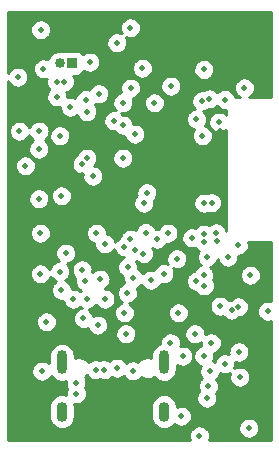
<source format=gbr>
%TF.GenerationSoftware,KiCad,Pcbnew,(5.99.0-2309-gaf729d578)*%
%TF.CreationDate,2020-08-01T12:07:05-04:00*%
%TF.ProjectId,mk2,6d6b322e-6b69-4636-9164-5f7063625858,rev?*%
%TF.SameCoordinates,Original*%
%TF.FileFunction,Copper,L2,Inr*%
%TF.FilePolarity,Positive*%
%FSLAX46Y46*%
G04 Gerber Fmt 4.6, Leading zero omitted, Abs format (unit mm)*
G04 Created by KiCad (PCBNEW (5.99.0-2309-gaf729d578)) date 2020-08-01 12:07:05*
%MOMM*%
%LPD*%
G01*
G04 APERTURE LIST*
%TA.AperFunction,ComponentPad*%
%ADD10O,0.850000X0.850000*%
%TD*%
%TA.AperFunction,ComponentPad*%
%ADD11R,0.850000X0.850000*%
%TD*%
%TA.AperFunction,ComponentPad*%
%ADD12O,0.900000X1.700000*%
%TD*%
%TA.AperFunction,ComponentPad*%
%ADD13O,0.900000X2.000000*%
%TD*%
%TA.AperFunction,ViaPad*%
%ADD14C,0.500000*%
%TD*%
%TA.AperFunction,Conductor*%
%ADD15C,0.254000*%
%TD*%
G04 APERTURE END LIST*
D10*
%TO.N,Net-(J3-Pad2)*%
%TO.C,J3*%
X17000000Y-17500000D03*
D11*
%TO.N,Net-(J3-Pad1)*%
X18000000Y-17500000D03*
%TD*%
D12*
%TO.N,GND*%
%TO.C,J2*%
X25820000Y-46990000D03*
X17180000Y-46990000D03*
D13*
X25820000Y-42820000D03*
X17180000Y-42820000D03*
%TD*%
D14*
%TO.N,GND*%
X22987000Y-14478000D03*
%TO.N,VCC*%
X15261500Y-21738500D03*
X18923000Y-26924000D03*
%TO.N,SCL*%
X26169433Y-31871817D03*
%TO.N,GND*%
X25273000Y-32385000D03*
X22479000Y-38608000D03*
X23241000Y-35687000D03*
X32131000Y-32893000D03*
X33147000Y-35433000D03*
X15494000Y-43561000D03*
X15875000Y-39370000D03*
X17145000Y-36703000D03*
X19177000Y-35941000D03*
X20105030Y-31877000D03*
X15240000Y-28956000D03*
X17145000Y-28702000D03*
X13589000Y-23241000D03*
X17018000Y-23622000D03*
X15240000Y-24765000D03*
X19305405Y-21600032D03*
X19200435Y-20570020D03*
X16764000Y-20320000D03*
X15385000Y-14650000D03*
X19558000Y-17399000D03*
X24003000Y-17907000D03*
X26416000Y-19431000D03*
X30480000Y-22479000D03*
%TO.N,VCC*%
X30607000Y-23241000D03*
%TO.N,GND*%
X29083000Y-23622000D03*
X27051000Y-38608000D03*
X28448000Y-40386000D03*
X27432000Y-42291000D03*
X32258000Y-44069000D03*
X29464000Y-45847000D03*
X27305000Y-47371000D03*
X33020000Y-48387000D03*
X28829000Y-49022000D03*
%TO.N,SPI_CLK*%
X25019000Y-20828000D03*
%TO.N,5V*%
X23000000Y-19600990D03*
%TO.N,SPI_CLK*%
X20320000Y-20066000D03*
%TO.N,SQW*%
X29210000Y-18019989D03*
%TO.N,VIN*%
X22352000Y-25527000D03*
X22352000Y-20828000D03*
X22352000Y-22733000D03*
%TO.N,Net-(C5-Pad1)*%
X17515010Y-33571185D03*
%TO.N,VIN*%
X17000000Y-35125000D03*
%TO.N,BUTTON3*%
X15367000Y-35306000D03*
X19812000Y-27051000D03*
%TO.N,BATTPOW*%
X32175192Y-41940472D03*
%TO.N,VCC*%
X31900121Y-46028092D03*
X34594000Y-40250000D03*
%TO.N,BACKLIGHT*%
X26924000Y-34036000D03*
X24384000Y-28448000D03*
%TO.N,SWDCLK*%
X30299221Y-32565778D03*
%TO.N,CHGNG*%
X30241079Y-31850012D03*
%TO.N,SWDIO*%
X29210000Y-31969946D03*
%TO.N,BUTTON4*%
X29210008Y-32619957D03*
%TO.N,BUTTON1*%
X14097000Y-26162000D03*
%TO.N,BUTTON5*%
X18892040Y-26029797D03*
%TO.N,BUTTON1*%
X19304000Y-25527000D03*
%TO.N,BUZZER*%
X23368000Y-23495000D03*
X15250000Y-23250000D03*
%TO.N,VCC*%
X18415000Y-30480000D03*
X19000000Y-33500000D03*
%TO.N,VUSB*%
X18891324Y-34972515D03*
%TO.N,SQW*%
X20414604Y-35785020D03*
%TO.N,Net-(C5-Pad1)*%
X18161000Y-37465000D03*
%TO.N,BUTTON5*%
X15367000Y-31877000D03*
%TO.N,Net-(J3-Pad1)*%
X15621000Y-17950000D03*
X13462000Y-18669000D03*
%TO.N,FLASH_CS*%
X17402983Y-19041800D03*
%TO.N,SPI_MISO*%
X16749747Y-19081411D03*
%TO.N,FLASH_CS*%
X21590000Y-22352000D03*
%TO.N,SPI_MISO*%
X17907000Y-21209000D03*
%TO.N,5V*%
X21844000Y-15748000D03*
%TO.N,SPI_MOSI*%
X30993711Y-20562691D03*
X29667416Y-20510080D03*
%TO.N,SQW*%
X28575000Y-22225000D03*
%TO.N,SPI_CLK*%
X29040010Y-20680011D03*
%TO.N,BUTTON2*%
X31549612Y-38390694D03*
%TO.N,FLASHLIGHT*%
X30569698Y-38068405D03*
%TO.N,BUTTON4*%
X28194000Y-32258000D03*
X31242000Y-33909000D03*
X32131000Y-38100000D03*
%TO.N,VIN*%
X29226979Y-36322000D03*
%TO.N,CHGNG*%
X29858666Y-29295189D03*
%TO.N,Net-(J5-Pad3)*%
X29176979Y-35433000D03*
%TO.N,BUTTON2*%
X29210000Y-29337000D03*
%TO.N,FLASHLIGHT*%
X29506990Y-33887889D03*
%TO.N,RST*%
X22479000Y-33020000D03*
X20828000Y-32780000D03*
%TO.N,SDA*%
X22746559Y-34761516D03*
%TO.N,RST*%
X22987000Y-32385000D03*
X24130000Y-29337000D03*
%TO.N,SDA*%
X24081628Y-33606628D03*
%TO.N,RTCIRQ*%
X24289138Y-31822238D03*
%TO.N,SQW*%
X23368000Y-33274000D03*
%TO.N,RTCIRQ*%
X19304000Y-37465000D03*
%TO.N,BATTPOW*%
X20217827Y-39658030D03*
%TO.N,VUSB*%
X19003078Y-39100906D03*
%TO.N,Net-(J5-Pad1)*%
X24725225Y-35853775D03*
%TO.N,VIN*%
X22733000Y-36957000D03*
%TO.N,Net-(J5-Pad1)*%
X28575000Y-35933990D03*
%TO.N,Net-(J5-Pad3)*%
X25827992Y-35298990D03*
%TO.N,CHGNG*%
X30988000Y-42926000D03*
X34594000Y-38500000D03*
%TO.N,SCL*%
X18380020Y-44522759D03*
X20835051Y-37474994D03*
%TO.N,SDA*%
X18415000Y-45466000D03*
%TO.N,VUSB*%
X29845000Y-41148000D03*
X29718000Y-43561000D03*
%TO.N,Net-(J2-PadB5)*%
X26378139Y-41147987D03*
%TO.N,BATTPOW*%
X29210000Y-42291000D03*
%TO.N,Net-(J2-PadB5)*%
X23204939Y-43524939D03*
%TO.N,USB_DN*%
X20766013Y-43434000D03*
%TO.N,Net-(J2-PadA5)*%
X22606000Y-40386000D03*
X20066000Y-43434000D03*
%TO.N,USB_DN*%
X21844000Y-43307000D03*
%TO.N,BATTPOW*%
X29591000Y-44831000D03*
%TO.N,SPI_CLK*%
X32639000Y-19558000D03*
%TD*%
%TO.N,VCC*%
D15*
X34866001Y-20366000D02*
X33002881Y-20366000D01*
X33099032Y-20324392D01*
X33114331Y-20314998D01*
X33295642Y-20164471D01*
X33307690Y-20151161D01*
X33439464Y-19955796D01*
X33447292Y-19939640D01*
X33519056Y-19714775D01*
X33522050Y-19696289D01*
X33525165Y-19441328D01*
X33522624Y-19422774D01*
X33456376Y-19196223D01*
X33448945Y-19179879D01*
X33321983Y-18981354D01*
X33310264Y-18967753D01*
X33132685Y-18812841D01*
X33117620Y-18803076D01*
X32903700Y-18704232D01*
X32886500Y-18699088D01*
X32653436Y-18664256D01*
X32635483Y-18664147D01*
X32402012Y-18696128D01*
X32384750Y-18701061D01*
X32169639Y-18797285D01*
X32154456Y-18806865D01*
X31974998Y-18959596D01*
X31963114Y-18973053D01*
X31833735Y-19170013D01*
X31826105Y-19186264D01*
X31757207Y-19411618D01*
X31754445Y-19429358D01*
X31751567Y-19664993D01*
X31753895Y-19682794D01*
X31817265Y-19909765D01*
X31824496Y-19926198D01*
X31949024Y-20126259D01*
X31960576Y-20140002D01*
X32136249Y-20297071D01*
X32151193Y-20307019D01*
X32274848Y-20366000D01*
X31859361Y-20366000D01*
X31811087Y-20200914D01*
X31803656Y-20184570D01*
X31676694Y-19986045D01*
X31664975Y-19972444D01*
X31487396Y-19817532D01*
X31472331Y-19807767D01*
X31258411Y-19708923D01*
X31241211Y-19703779D01*
X31008147Y-19668947D01*
X30990194Y-19668838D01*
X30756723Y-19700819D01*
X30739461Y-19705752D01*
X30524350Y-19801976D01*
X30509167Y-19811556D01*
X30355884Y-19942010D01*
X30350399Y-19933433D01*
X30338680Y-19919833D01*
X30161101Y-19764921D01*
X30146036Y-19755156D01*
X29932116Y-19656312D01*
X29914916Y-19651168D01*
X29681852Y-19616336D01*
X29663899Y-19616227D01*
X29430428Y-19648208D01*
X29413166Y-19653141D01*
X29198055Y-19749365D01*
X29182872Y-19758945D01*
X29136381Y-19798512D01*
X29054446Y-19786267D01*
X29036493Y-19786158D01*
X28803022Y-19818139D01*
X28785760Y-19823072D01*
X28570649Y-19919296D01*
X28555466Y-19928876D01*
X28376008Y-20081607D01*
X28364124Y-20095064D01*
X28234745Y-20292024D01*
X28227115Y-20308275D01*
X28158217Y-20533629D01*
X28155455Y-20551369D01*
X28152577Y-20787004D01*
X28154905Y-20804805D01*
X28218275Y-21031776D01*
X28225506Y-21048209D01*
X28350034Y-21248270D01*
X28361586Y-21262013D01*
X28456521Y-21346895D01*
X28338012Y-21363128D01*
X28320750Y-21368061D01*
X28105639Y-21464285D01*
X28090456Y-21473865D01*
X27910998Y-21626596D01*
X27899114Y-21640053D01*
X27769735Y-21837013D01*
X27762105Y-21853264D01*
X27693207Y-22078618D01*
X27690445Y-22096358D01*
X27687567Y-22331993D01*
X27689895Y-22349794D01*
X27753265Y-22576765D01*
X27760496Y-22593198D01*
X27885024Y-22793259D01*
X27896576Y-22807002D01*
X28072249Y-22964071D01*
X28087193Y-22974019D01*
X28299888Y-23075470D01*
X28317025Y-23080824D01*
X28372463Y-23089803D01*
X28277735Y-23234013D01*
X28270105Y-23250264D01*
X28201207Y-23475618D01*
X28198445Y-23493358D01*
X28195567Y-23728993D01*
X28197895Y-23746794D01*
X28261265Y-23973765D01*
X28268496Y-23990198D01*
X28393024Y-24190259D01*
X28404576Y-24204002D01*
X28580249Y-24361071D01*
X28595193Y-24371019D01*
X28807888Y-24472470D01*
X28825025Y-24477824D01*
X29057646Y-24515500D01*
X29075596Y-24515829D01*
X29309440Y-24486702D01*
X29326761Y-24481980D01*
X29543032Y-24388392D01*
X29558331Y-24378998D01*
X29739642Y-24228471D01*
X29751690Y-24215161D01*
X29883464Y-24019796D01*
X29891292Y-24003640D01*
X29963056Y-23778775D01*
X29966050Y-23760289D01*
X29969165Y-23505328D01*
X29966624Y-23486774D01*
X29900376Y-23260223D01*
X29892945Y-23243879D01*
X29765983Y-23045354D01*
X29754264Y-23031753D01*
X29576685Y-22876841D01*
X29561620Y-22867076D01*
X29347700Y-22768232D01*
X29330500Y-22763088D01*
X29285385Y-22756345D01*
X29375464Y-22622796D01*
X29383292Y-22606640D01*
X29455056Y-22381775D01*
X29458050Y-22363289D01*
X29461165Y-22108328D01*
X29458624Y-22089774D01*
X29392376Y-21863223D01*
X29384945Y-21846879D01*
X29257983Y-21648354D01*
X29246264Y-21634753D01*
X29158467Y-21558163D01*
X29266450Y-21544713D01*
X29283771Y-21539991D01*
X29500042Y-21446403D01*
X29515341Y-21437009D01*
X29569720Y-21391863D01*
X29642062Y-21403580D01*
X29660012Y-21403909D01*
X29893856Y-21374782D01*
X29911177Y-21370060D01*
X30127448Y-21276472D01*
X30142747Y-21267078D01*
X30304960Y-21132407D01*
X30315287Y-21144693D01*
X30490960Y-21301762D01*
X30505904Y-21311710D01*
X30718599Y-21413161D01*
X30735736Y-21418515D01*
X30968357Y-21456191D01*
X30986307Y-21456520D01*
X31116000Y-21440366D01*
X31116000Y-21857990D01*
X30973685Y-21733841D01*
X30958620Y-21724076D01*
X30744700Y-21625232D01*
X30727500Y-21620088D01*
X30494436Y-21585256D01*
X30476483Y-21585147D01*
X30243012Y-21617128D01*
X30225750Y-21622061D01*
X30010639Y-21718285D01*
X29995456Y-21727865D01*
X29815998Y-21880596D01*
X29804114Y-21894053D01*
X29674735Y-22091013D01*
X29667105Y-22107264D01*
X29598207Y-22332618D01*
X29595445Y-22350358D01*
X29592567Y-22585993D01*
X29594895Y-22603794D01*
X29658265Y-22830765D01*
X29665496Y-22847198D01*
X29790024Y-23047259D01*
X29801576Y-23061002D01*
X29977249Y-23218071D01*
X29992193Y-23228019D01*
X30204888Y-23329470D01*
X30222025Y-23334824D01*
X30454646Y-23372500D01*
X30472596Y-23372829D01*
X30706440Y-23343702D01*
X30723761Y-23338980D01*
X30940032Y-23245392D01*
X30955331Y-23235998D01*
X31116000Y-23102608D01*
X31116001Y-31685027D01*
X31058455Y-31488235D01*
X31051024Y-31471891D01*
X30924062Y-31273366D01*
X30912343Y-31259765D01*
X30734764Y-31104853D01*
X30719699Y-31095088D01*
X30505779Y-30996244D01*
X30488579Y-30991100D01*
X30255515Y-30956268D01*
X30237562Y-30956159D01*
X30004091Y-30988140D01*
X29986829Y-30993073D01*
X29771718Y-31089297D01*
X29756535Y-31098877D01*
X29644188Y-31194492D01*
X29474700Y-31116178D01*
X29457500Y-31111034D01*
X29224436Y-31076202D01*
X29206483Y-31076093D01*
X28973012Y-31108074D01*
X28955750Y-31113007D01*
X28740639Y-31209231D01*
X28725456Y-31218811D01*
X28545998Y-31371542D01*
X28534113Y-31384999D01*
X28506861Y-31426486D01*
X28458700Y-31404232D01*
X28441500Y-31399088D01*
X28208436Y-31364256D01*
X28190483Y-31364147D01*
X27957012Y-31396128D01*
X27939750Y-31401061D01*
X27724639Y-31497285D01*
X27709456Y-31506865D01*
X27529998Y-31659596D01*
X27518114Y-31673053D01*
X27388735Y-31870013D01*
X27381105Y-31886264D01*
X27312207Y-32111618D01*
X27309445Y-32129358D01*
X27306567Y-32364993D01*
X27308895Y-32382794D01*
X27372265Y-32609765D01*
X27379496Y-32626198D01*
X27504024Y-32826259D01*
X27515576Y-32840002D01*
X27691249Y-32997071D01*
X27706193Y-33007019D01*
X27918888Y-33108470D01*
X27936025Y-33113824D01*
X28168646Y-33151500D01*
X28186596Y-33151829D01*
X28420440Y-33122702D01*
X28437761Y-33117980D01*
X28468133Y-33104837D01*
X28520032Y-33188216D01*
X28531584Y-33201959D01*
X28707257Y-33359028D01*
X28722201Y-33368976D01*
X28772095Y-33392774D01*
X28701725Y-33499902D01*
X28694095Y-33516153D01*
X28625197Y-33741507D01*
X28622435Y-33759247D01*
X28619557Y-33994882D01*
X28621885Y-34012683D01*
X28685255Y-34239654D01*
X28692486Y-34256087D01*
X28817014Y-34456148D01*
X28828566Y-34469891D01*
X28941554Y-34570914D01*
X28939991Y-34571128D01*
X28922729Y-34576061D01*
X28707618Y-34672285D01*
X28692435Y-34681865D01*
X28512977Y-34834596D01*
X28501093Y-34848053D01*
X28371714Y-35045013D01*
X28364084Y-35061264D01*
X28361760Y-35068865D01*
X28338012Y-35072118D01*
X28320750Y-35077052D01*
X28105639Y-35173275D01*
X28090456Y-35182855D01*
X27910998Y-35335586D01*
X27899114Y-35349043D01*
X27769735Y-35546003D01*
X27762105Y-35562254D01*
X27693207Y-35787608D01*
X27690445Y-35805348D01*
X27687567Y-36040983D01*
X27689895Y-36058784D01*
X27753265Y-36285755D01*
X27760496Y-36302188D01*
X27885024Y-36502249D01*
X27896576Y-36515992D01*
X28072249Y-36673061D01*
X28087193Y-36683009D01*
X28299888Y-36784460D01*
X28317025Y-36789814D01*
X28492135Y-36818175D01*
X28537003Y-36890259D01*
X28548555Y-36904002D01*
X28724228Y-37061071D01*
X28739172Y-37071019D01*
X28951867Y-37172470D01*
X28969004Y-37177824D01*
X29201625Y-37215500D01*
X29219575Y-37215829D01*
X29453419Y-37186702D01*
X29470740Y-37181980D01*
X29687011Y-37088392D01*
X29702310Y-37078998D01*
X29883621Y-36928471D01*
X29895669Y-36915161D01*
X30027443Y-36719796D01*
X30035271Y-36703640D01*
X30107035Y-36478775D01*
X30110029Y-36460289D01*
X30113144Y-36205328D01*
X30110603Y-36186774D01*
X30044355Y-35960223D01*
X30036924Y-35943879D01*
X29970853Y-35840566D01*
X29977443Y-35830796D01*
X29985271Y-35814640D01*
X30057035Y-35589775D01*
X30060029Y-35571289D01*
X30060411Y-35539993D01*
X32259567Y-35539993D01*
X32261895Y-35557794D01*
X32325265Y-35784765D01*
X32332496Y-35801198D01*
X32457024Y-36001259D01*
X32468576Y-36015002D01*
X32644249Y-36172071D01*
X32659193Y-36182019D01*
X32871888Y-36283470D01*
X32889025Y-36288824D01*
X33121646Y-36326500D01*
X33139596Y-36326829D01*
X33373440Y-36297702D01*
X33390761Y-36292980D01*
X33607032Y-36199392D01*
X33622331Y-36189998D01*
X33803642Y-36039471D01*
X33815690Y-36026161D01*
X33947464Y-35830796D01*
X33955292Y-35814640D01*
X34027056Y-35589775D01*
X34030050Y-35571289D01*
X34033165Y-35316328D01*
X34030624Y-35297774D01*
X33964376Y-35071223D01*
X33956945Y-35054879D01*
X33829983Y-34856354D01*
X33818264Y-34842753D01*
X33640685Y-34687841D01*
X33625620Y-34678076D01*
X33411700Y-34579232D01*
X33394500Y-34574088D01*
X33161436Y-34539256D01*
X33143483Y-34539147D01*
X32910012Y-34571128D01*
X32892750Y-34576061D01*
X32677639Y-34672285D01*
X32662456Y-34681865D01*
X32482998Y-34834596D01*
X32471114Y-34848053D01*
X32341735Y-35045013D01*
X32334105Y-35061264D01*
X32265207Y-35286618D01*
X32262445Y-35304358D01*
X32259567Y-35539993D01*
X30060411Y-35539993D01*
X30063144Y-35316328D01*
X30060603Y-35297774D01*
X29994355Y-35071223D01*
X29986924Y-35054879D01*
X29859962Y-34856354D01*
X29848243Y-34842753D01*
X29742160Y-34750211D01*
X29750751Y-34747869D01*
X29967022Y-34654281D01*
X29982321Y-34644887D01*
X30163632Y-34494360D01*
X30175680Y-34481050D01*
X30307454Y-34285685D01*
X30315282Y-34269529D01*
X30372583Y-34089983D01*
X30420265Y-34260765D01*
X30427496Y-34277198D01*
X30552024Y-34477259D01*
X30563576Y-34491002D01*
X30739249Y-34648071D01*
X30754193Y-34658019D01*
X30966888Y-34759470D01*
X30984025Y-34764824D01*
X31216646Y-34802500D01*
X31234596Y-34802829D01*
X31468440Y-34773702D01*
X31485761Y-34768980D01*
X31702032Y-34675392D01*
X31717331Y-34665998D01*
X31898642Y-34515471D01*
X31910690Y-34502161D01*
X32042464Y-34306796D01*
X32050292Y-34290640D01*
X32122056Y-34065775D01*
X32125050Y-34047289D01*
X32128165Y-33792328D01*
X32127348Y-33786362D01*
X32357440Y-33757702D01*
X32374761Y-33752980D01*
X32591032Y-33659392D01*
X32606331Y-33649998D01*
X32787642Y-33499471D01*
X32799690Y-33486161D01*
X32931464Y-33290796D01*
X32939292Y-33274640D01*
X33011056Y-33049775D01*
X33014050Y-33031289D01*
X33017165Y-32776328D01*
X33014624Y-32757774D01*
X32978430Y-32634000D01*
X34866000Y-32634000D01*
X34866000Y-37649605D01*
X34858700Y-37646232D01*
X34841500Y-37641088D01*
X34608436Y-37606256D01*
X34590483Y-37606147D01*
X34357012Y-37638128D01*
X34339750Y-37643061D01*
X34124639Y-37739285D01*
X34109456Y-37748865D01*
X33929998Y-37901596D01*
X33918114Y-37915053D01*
X33788735Y-38112013D01*
X33781105Y-38128264D01*
X33712207Y-38353618D01*
X33709445Y-38371358D01*
X33706567Y-38606993D01*
X33708895Y-38624794D01*
X33772265Y-38851765D01*
X33779496Y-38868198D01*
X33904024Y-39068259D01*
X33915576Y-39082002D01*
X34091249Y-39239071D01*
X34106193Y-39249019D01*
X34318888Y-39350470D01*
X34336025Y-39355824D01*
X34568646Y-39393500D01*
X34586596Y-39393829D01*
X34820440Y-39364702D01*
X34837761Y-39359980D01*
X34866000Y-39347760D01*
X34866001Y-49366000D01*
X29649305Y-49366000D01*
X29709056Y-49178775D01*
X29712050Y-49160289D01*
X29715165Y-48905328D01*
X29712624Y-48886774D01*
X29646376Y-48660223D01*
X29638945Y-48643879D01*
X29543089Y-48493993D01*
X32132567Y-48493993D01*
X32134895Y-48511794D01*
X32198265Y-48738765D01*
X32205496Y-48755198D01*
X32330024Y-48955259D01*
X32341576Y-48969002D01*
X32517249Y-49126071D01*
X32532193Y-49136019D01*
X32744888Y-49237470D01*
X32762025Y-49242824D01*
X32994646Y-49280500D01*
X33012596Y-49280829D01*
X33246440Y-49251702D01*
X33263761Y-49246980D01*
X33480032Y-49153392D01*
X33495331Y-49143998D01*
X33676642Y-48993471D01*
X33688690Y-48980161D01*
X33820464Y-48784796D01*
X33828292Y-48768640D01*
X33900056Y-48543775D01*
X33903050Y-48525289D01*
X33906165Y-48270328D01*
X33903624Y-48251774D01*
X33837376Y-48025223D01*
X33829945Y-48008879D01*
X33702983Y-47810354D01*
X33691264Y-47796753D01*
X33513685Y-47641841D01*
X33498620Y-47632076D01*
X33284700Y-47533232D01*
X33267500Y-47528088D01*
X33034436Y-47493256D01*
X33016483Y-47493147D01*
X32783012Y-47525128D01*
X32765750Y-47530061D01*
X32550639Y-47626285D01*
X32535456Y-47635865D01*
X32355998Y-47788596D01*
X32344114Y-47802053D01*
X32214735Y-47999013D01*
X32207105Y-48015264D01*
X32138207Y-48240618D01*
X32135445Y-48258358D01*
X32132567Y-48493993D01*
X29543089Y-48493993D01*
X29511983Y-48445354D01*
X29500264Y-48431753D01*
X29322685Y-48276841D01*
X29307620Y-48267076D01*
X29093700Y-48168232D01*
X29076500Y-48163088D01*
X28843436Y-48128256D01*
X28825483Y-48128147D01*
X28592012Y-48160128D01*
X28574750Y-48165061D01*
X28359639Y-48261285D01*
X28344456Y-48270865D01*
X28164998Y-48423596D01*
X28153114Y-48437053D01*
X28023735Y-48634013D01*
X28016105Y-48650264D01*
X27947207Y-48875618D01*
X27944445Y-48893358D01*
X27941567Y-49128993D01*
X27943895Y-49146794D01*
X28005097Y-49366000D01*
X12634000Y-49366000D01*
X12634000Y-43667993D01*
X14606567Y-43667993D01*
X14608895Y-43685794D01*
X14672265Y-43912765D01*
X14679496Y-43929198D01*
X14804024Y-44129259D01*
X14815576Y-44143002D01*
X14991249Y-44300071D01*
X15006193Y-44310019D01*
X15218888Y-44411470D01*
X15236025Y-44416824D01*
X15468646Y-44454500D01*
X15486596Y-44454829D01*
X15720440Y-44425702D01*
X15737761Y-44420980D01*
X15954032Y-44327392D01*
X15969331Y-44317998D01*
X16150642Y-44167471D01*
X16162690Y-44154161D01*
X16279474Y-43981020D01*
X16403194Y-44132717D01*
X16411878Y-44141463D01*
X16566134Y-44269074D01*
X16576352Y-44275966D01*
X16752456Y-44371185D01*
X16763818Y-44375961D01*
X16955063Y-44435160D01*
X16967135Y-44437639D01*
X17166238Y-44458566D01*
X17178563Y-44458652D01*
X17377936Y-44440507D01*
X17390042Y-44438197D01*
X17495305Y-44407217D01*
X17492587Y-44629752D01*
X17494915Y-44647553D01*
X17558285Y-44874524D01*
X17565516Y-44890957D01*
X17646813Y-45021566D01*
X17609735Y-45078013D01*
X17602105Y-45094264D01*
X17533207Y-45319618D01*
X17530445Y-45337358D01*
X17527691Y-45562838D01*
X17404937Y-45524840D01*
X17392865Y-45522361D01*
X17193762Y-45501434D01*
X17181437Y-45501348D01*
X16982064Y-45519493D01*
X16969958Y-45521803D01*
X16777905Y-45578326D01*
X16766478Y-45582943D01*
X16589061Y-45675694D01*
X16578747Y-45682443D01*
X16422726Y-45807889D01*
X16413921Y-45816512D01*
X16285235Y-45969872D01*
X16278272Y-45980042D01*
X16181826Y-46155477D01*
X16176970Y-46166805D01*
X16116370Y-46357842D01*
X16113760Y-46370338D01*
X16096345Y-46536011D01*
X16096000Y-46542601D01*
X16096000Y-47440350D01*
X16096301Y-47446502D01*
X16110901Y-47595404D01*
X16113295Y-47607495D01*
X16171159Y-47799149D01*
X16175855Y-47810543D01*
X16269843Y-47987308D01*
X16276663Y-47997574D01*
X16403194Y-48152717D01*
X16411878Y-48161463D01*
X16566134Y-48289074D01*
X16576352Y-48295966D01*
X16752456Y-48391185D01*
X16763818Y-48395961D01*
X16955063Y-48455160D01*
X16967135Y-48457639D01*
X17166238Y-48478566D01*
X17178563Y-48478652D01*
X17377936Y-48460507D01*
X17390042Y-48458197D01*
X17582094Y-48401674D01*
X17593522Y-48397057D01*
X17770940Y-48304306D01*
X17781254Y-48297557D01*
X17937275Y-48172111D01*
X17946080Y-48163488D01*
X18074766Y-48010128D01*
X18081729Y-47999958D01*
X18178175Y-47824523D01*
X18183031Y-47813195D01*
X18243631Y-47622157D01*
X18246242Y-47609662D01*
X18263655Y-47443988D01*
X18264000Y-47437398D01*
X18264000Y-46542601D01*
X24736000Y-46542601D01*
X24736000Y-47440350D01*
X24736301Y-47446502D01*
X24750901Y-47595404D01*
X24753295Y-47607495D01*
X24811159Y-47799149D01*
X24815855Y-47810543D01*
X24909843Y-47987308D01*
X24916663Y-47997574D01*
X25043194Y-48152717D01*
X25051878Y-48161463D01*
X25206134Y-48289074D01*
X25216352Y-48295966D01*
X25392456Y-48391185D01*
X25403818Y-48395961D01*
X25595063Y-48455160D01*
X25607135Y-48457639D01*
X25806238Y-48478566D01*
X25818563Y-48478652D01*
X26017936Y-48460507D01*
X26030042Y-48458197D01*
X26222094Y-48401674D01*
X26233522Y-48397057D01*
X26410940Y-48304306D01*
X26421254Y-48297557D01*
X26577275Y-48172111D01*
X26586080Y-48163488D01*
X26704351Y-48022540D01*
X26802249Y-48110071D01*
X26817193Y-48120019D01*
X27029888Y-48221470D01*
X27047025Y-48226824D01*
X27279646Y-48264500D01*
X27297596Y-48264829D01*
X27531440Y-48235702D01*
X27548761Y-48230980D01*
X27765032Y-48137392D01*
X27780331Y-48127998D01*
X27961642Y-47977471D01*
X27973690Y-47964161D01*
X28105464Y-47768796D01*
X28113292Y-47752640D01*
X28185056Y-47527775D01*
X28188050Y-47509289D01*
X28191165Y-47254328D01*
X28188624Y-47235774D01*
X28122376Y-47009223D01*
X28114945Y-46992879D01*
X27987983Y-46794354D01*
X27976264Y-46780753D01*
X27798685Y-46625841D01*
X27783620Y-46616076D01*
X27569700Y-46517232D01*
X27552500Y-46512088D01*
X27319436Y-46477256D01*
X27301483Y-46477147D01*
X27068012Y-46509128D01*
X27050750Y-46514061D01*
X26904000Y-46579706D01*
X26904000Y-46539650D01*
X26903699Y-46533498D01*
X26889099Y-46384595D01*
X26886705Y-46372504D01*
X26828841Y-46180850D01*
X26824144Y-46169456D01*
X26730157Y-45992692D01*
X26723337Y-45982426D01*
X26596806Y-45827283D01*
X26588122Y-45818537D01*
X26433866Y-45690926D01*
X26423648Y-45684034D01*
X26247544Y-45588815D01*
X26236182Y-45584039D01*
X26044937Y-45524840D01*
X26032865Y-45522361D01*
X25833762Y-45501434D01*
X25821437Y-45501348D01*
X25622064Y-45519493D01*
X25609958Y-45521803D01*
X25417905Y-45578326D01*
X25406478Y-45582943D01*
X25229061Y-45675694D01*
X25218747Y-45682443D01*
X25062726Y-45807889D01*
X25053921Y-45816512D01*
X24925235Y-45969872D01*
X24918272Y-45980042D01*
X24821826Y-46155477D01*
X24816970Y-46166805D01*
X24756370Y-46357842D01*
X24753760Y-46370338D01*
X24736345Y-46536011D01*
X24736000Y-46542601D01*
X18264000Y-46542601D01*
X18264000Y-46539650D01*
X18263699Y-46533498D01*
X18249099Y-46384595D01*
X18246705Y-46372504D01*
X18235228Y-46334490D01*
X18389646Y-46359500D01*
X18407596Y-46359829D01*
X18641440Y-46330702D01*
X18658761Y-46325980D01*
X18875032Y-46232392D01*
X18890331Y-46222998D01*
X19071642Y-46072471D01*
X19083690Y-46059161D01*
X19215464Y-45863796D01*
X19223292Y-45847640D01*
X19295056Y-45622775D01*
X19298050Y-45604289D01*
X19301165Y-45349328D01*
X19298624Y-45330774D01*
X19232376Y-45104223D01*
X19224945Y-45087879D01*
X19148378Y-44968155D01*
X19180484Y-44920555D01*
X19188312Y-44904399D01*
X19260076Y-44679534D01*
X19263070Y-44661048D01*
X19266185Y-44406087D01*
X19263644Y-44387533D01*
X19197396Y-44160982D01*
X19189965Y-44144638D01*
X19141654Y-44069095D01*
X19252529Y-43984937D01*
X19262732Y-43975220D01*
X19318112Y-43909220D01*
X19376024Y-44002259D01*
X19387576Y-44016002D01*
X19563249Y-44173071D01*
X19578193Y-44183019D01*
X19790888Y-44284470D01*
X19808025Y-44289824D01*
X20040646Y-44327500D01*
X20058596Y-44327829D01*
X20292440Y-44298702D01*
X20309761Y-44293980D01*
X20415190Y-44248357D01*
X20490901Y-44284470D01*
X20508038Y-44289824D01*
X20740659Y-44327500D01*
X20758609Y-44327829D01*
X20992453Y-44298702D01*
X21009774Y-44293980D01*
X21226045Y-44200392D01*
X21241344Y-44190998D01*
X21386510Y-44070480D01*
X21568888Y-44157470D01*
X21586025Y-44162824D01*
X21818646Y-44200500D01*
X21836596Y-44200829D01*
X22070440Y-44171702D01*
X22087761Y-44166980D01*
X22304032Y-44073392D01*
X22319331Y-44063998D01*
X22436328Y-43966866D01*
X22514963Y-44093198D01*
X22526515Y-44106941D01*
X22702188Y-44264010D01*
X22717132Y-44273958D01*
X22929827Y-44375409D01*
X22946964Y-44380763D01*
X23179585Y-44418439D01*
X23197535Y-44418768D01*
X23431379Y-44389641D01*
X23448700Y-44384919D01*
X23664971Y-44291331D01*
X23680270Y-44281937D01*
X23861581Y-44131410D01*
X23873629Y-44118100D01*
X23889974Y-44093867D01*
X24056049Y-44177757D01*
X24069255Y-44182668D01*
X24258814Y-44229930D01*
X24272779Y-44231794D01*
X24468098Y-44235886D01*
X24482130Y-44234609D01*
X24673502Y-44195325D01*
X24686901Y-44190971D01*
X24864814Y-44110267D01*
X24876916Y-44103053D01*
X24964674Y-44036441D01*
X25043194Y-44132717D01*
X25051878Y-44141463D01*
X25206134Y-44269074D01*
X25216352Y-44275966D01*
X25392456Y-44371185D01*
X25403818Y-44375961D01*
X25595063Y-44435160D01*
X25607135Y-44437639D01*
X25806238Y-44458566D01*
X25818563Y-44458652D01*
X26017936Y-44440507D01*
X26030042Y-44438197D01*
X26222094Y-44381674D01*
X26233522Y-44377057D01*
X26410940Y-44284306D01*
X26421254Y-44277557D01*
X26577275Y-44152111D01*
X26586080Y-44143488D01*
X26714766Y-43990128D01*
X26721729Y-43979958D01*
X26818175Y-43804523D01*
X26823031Y-43793195D01*
X26883631Y-43602157D01*
X26886242Y-43589662D01*
X26903655Y-43423988D01*
X26904000Y-43417398D01*
X26904000Y-43007496D01*
X26929249Y-43030071D01*
X26944193Y-43040019D01*
X27156888Y-43141470D01*
X27174025Y-43146824D01*
X27406646Y-43184500D01*
X27424596Y-43184829D01*
X27658440Y-43155702D01*
X27675761Y-43150980D01*
X27892032Y-43057392D01*
X27907331Y-43047998D01*
X28088642Y-42897471D01*
X28100690Y-42884161D01*
X28232464Y-42688796D01*
X28240292Y-42672640D01*
X28312056Y-42447775D01*
X28315050Y-42429289D01*
X28318165Y-42174328D01*
X28315624Y-42155774D01*
X28249376Y-41929223D01*
X28241945Y-41912879D01*
X28114983Y-41714354D01*
X28103264Y-41700753D01*
X27925685Y-41545841D01*
X27910620Y-41536076D01*
X27696700Y-41437232D01*
X27679500Y-41432088D01*
X27446436Y-41397256D01*
X27428483Y-41397147D01*
X27219578Y-41425763D01*
X27258195Y-41304762D01*
X27261189Y-41286276D01*
X27264304Y-41031315D01*
X27261763Y-41012761D01*
X27195515Y-40786210D01*
X27188084Y-40769866D01*
X27061122Y-40571341D01*
X27049403Y-40557740D01*
X26975183Y-40492993D01*
X27560567Y-40492993D01*
X27562895Y-40510794D01*
X27626265Y-40737765D01*
X27633496Y-40754198D01*
X27758024Y-40954259D01*
X27769576Y-40968002D01*
X27945249Y-41125071D01*
X27960193Y-41135019D01*
X28172888Y-41236470D01*
X28190025Y-41241824D01*
X28422646Y-41279500D01*
X28440596Y-41279829D01*
X28674440Y-41250702D01*
X28691761Y-41245980D01*
X28908032Y-41152392D01*
X28923331Y-41142998D01*
X28959300Y-41113136D01*
X28957567Y-41254993D01*
X28959895Y-41272794D01*
X29002419Y-41425100D01*
X28973012Y-41429128D01*
X28955750Y-41434061D01*
X28740639Y-41530285D01*
X28725456Y-41539865D01*
X28545998Y-41692596D01*
X28534114Y-41706053D01*
X28404735Y-41903013D01*
X28397105Y-41919264D01*
X28328207Y-42144618D01*
X28325445Y-42162358D01*
X28322567Y-42397993D01*
X28324895Y-42415794D01*
X28388265Y-42642765D01*
X28395496Y-42659198D01*
X28520024Y-42859259D01*
X28531576Y-42873002D01*
X28707249Y-43030071D01*
X28722193Y-43040019D01*
X28933797Y-43140949D01*
X28912735Y-43173013D01*
X28905105Y-43189264D01*
X28836207Y-43414618D01*
X28833445Y-43432358D01*
X28830567Y-43667993D01*
X28832895Y-43685794D01*
X28896265Y-43912765D01*
X28903496Y-43929198D01*
X29028024Y-44129259D01*
X29036529Y-44139377D01*
X28926998Y-44232596D01*
X28915114Y-44246053D01*
X28785735Y-44443013D01*
X28778105Y-44459264D01*
X28709207Y-44684618D01*
X28706445Y-44702358D01*
X28703567Y-44937993D01*
X28705895Y-44955794D01*
X28769265Y-45182765D01*
X28776496Y-45199197D01*
X28804735Y-45244565D01*
X28799998Y-45248596D01*
X28788114Y-45262053D01*
X28658735Y-45459013D01*
X28651105Y-45475264D01*
X28582207Y-45700618D01*
X28579445Y-45718358D01*
X28576567Y-45953993D01*
X28578895Y-45971794D01*
X28642265Y-46198765D01*
X28649496Y-46215198D01*
X28774024Y-46415259D01*
X28785576Y-46429002D01*
X28961249Y-46586071D01*
X28976193Y-46596019D01*
X29188888Y-46697470D01*
X29206025Y-46702824D01*
X29438646Y-46740500D01*
X29456596Y-46740829D01*
X29690440Y-46711702D01*
X29707761Y-46706980D01*
X29924032Y-46613392D01*
X29939331Y-46603998D01*
X30120642Y-46453471D01*
X30132690Y-46440161D01*
X30264464Y-46244796D01*
X30272292Y-46228640D01*
X30344056Y-46003775D01*
X30347050Y-45985289D01*
X30350165Y-45730328D01*
X30347624Y-45711774D01*
X30281376Y-45485223D01*
X30273945Y-45468879D01*
X30251285Y-45433447D01*
X30259690Y-45424161D01*
X30391464Y-45228796D01*
X30399292Y-45212640D01*
X30471056Y-44987775D01*
X30474050Y-44969289D01*
X30477165Y-44714328D01*
X30474624Y-44695774D01*
X30408376Y-44469223D01*
X30400945Y-44452879D01*
X30273983Y-44254353D01*
X30272318Y-44252421D01*
X30374642Y-44167471D01*
X30386690Y-44154161D01*
X30518464Y-43958796D01*
X30526292Y-43942640D01*
X30596970Y-43721179D01*
X30712888Y-43776470D01*
X30730025Y-43781824D01*
X30962646Y-43819500D01*
X30980596Y-43819829D01*
X31214440Y-43790702D01*
X31231761Y-43785980D01*
X31447229Y-43692739D01*
X31445105Y-43697264D01*
X31376207Y-43922618D01*
X31373445Y-43940358D01*
X31370567Y-44175993D01*
X31372895Y-44193794D01*
X31436265Y-44420765D01*
X31443496Y-44437198D01*
X31568024Y-44637259D01*
X31579576Y-44651002D01*
X31755249Y-44808071D01*
X31770193Y-44818019D01*
X31982888Y-44919470D01*
X32000025Y-44924824D01*
X32232646Y-44962500D01*
X32250596Y-44962829D01*
X32484440Y-44933702D01*
X32501761Y-44928980D01*
X32718032Y-44835392D01*
X32733331Y-44825998D01*
X32914642Y-44675471D01*
X32926690Y-44662161D01*
X33058464Y-44466796D01*
X33066292Y-44450640D01*
X33138056Y-44225775D01*
X33141050Y-44207289D01*
X33144165Y-43952328D01*
X33141624Y-43933774D01*
X33075376Y-43707223D01*
X33067945Y-43690879D01*
X32940983Y-43492354D01*
X32929264Y-43478753D01*
X32751685Y-43323841D01*
X32736620Y-43314076D01*
X32522700Y-43215232D01*
X32505500Y-43210088D01*
X32272436Y-43175256D01*
X32254483Y-43175147D01*
X32021012Y-43207128D01*
X32003750Y-43212061D01*
X31797326Y-43304399D01*
X31868056Y-43082775D01*
X31871050Y-43064289D01*
X31874165Y-42809328D01*
X31871624Y-42790774D01*
X31867069Y-42775196D01*
X31900080Y-42790942D01*
X31917217Y-42796296D01*
X32149838Y-42833972D01*
X32167788Y-42834301D01*
X32401632Y-42805174D01*
X32418953Y-42800452D01*
X32635224Y-42706864D01*
X32650523Y-42697470D01*
X32831834Y-42546943D01*
X32843882Y-42533633D01*
X32975656Y-42338268D01*
X32983484Y-42322112D01*
X33055248Y-42097247D01*
X33058242Y-42078761D01*
X33061357Y-41823800D01*
X33058816Y-41805246D01*
X32992568Y-41578695D01*
X32985137Y-41562351D01*
X32858175Y-41363826D01*
X32846456Y-41350225D01*
X32668877Y-41195313D01*
X32653812Y-41185548D01*
X32439892Y-41086704D01*
X32422692Y-41081560D01*
X32189628Y-41046728D01*
X32171675Y-41046619D01*
X31938204Y-41078600D01*
X31920942Y-41083533D01*
X31705831Y-41179757D01*
X31690648Y-41189337D01*
X31511190Y-41342068D01*
X31499306Y-41355525D01*
X31369927Y-41552485D01*
X31362297Y-41568736D01*
X31293399Y-41794090D01*
X31290637Y-41811830D01*
X31287759Y-42047465D01*
X31290087Y-42065266D01*
X31297858Y-42093098D01*
X31252700Y-42072232D01*
X31235500Y-42067088D01*
X31002436Y-42032256D01*
X30984483Y-42032147D01*
X30751012Y-42064128D01*
X30733750Y-42069061D01*
X30518639Y-42165285D01*
X30503456Y-42174865D01*
X30323998Y-42327596D01*
X30312114Y-42341053D01*
X30182735Y-42538013D01*
X30175105Y-42554264D01*
X30110311Y-42766196D01*
X29994387Y-42712632D01*
X30010464Y-42688796D01*
X30018292Y-42672640D01*
X30090056Y-42447775D01*
X30093050Y-42429289D01*
X30096165Y-42174328D01*
X30093624Y-42155774D01*
X30052478Y-42015064D01*
X30071440Y-42012702D01*
X30088761Y-42007980D01*
X30305032Y-41914392D01*
X30320331Y-41904998D01*
X30501642Y-41754471D01*
X30513690Y-41741161D01*
X30645464Y-41545796D01*
X30653292Y-41529640D01*
X30725056Y-41304775D01*
X30728050Y-41286289D01*
X30731165Y-41031328D01*
X30728624Y-41012774D01*
X30662376Y-40786223D01*
X30654945Y-40769879D01*
X30527983Y-40571354D01*
X30516264Y-40557753D01*
X30338685Y-40402841D01*
X30323620Y-40393076D01*
X30109700Y-40294232D01*
X30092500Y-40289088D01*
X29859436Y-40254256D01*
X29841483Y-40254147D01*
X29608012Y-40286128D01*
X29590750Y-40291061D01*
X29375639Y-40387285D01*
X29360456Y-40396865D01*
X29332314Y-40420816D01*
X29334165Y-40269328D01*
X29331624Y-40250774D01*
X29265376Y-40024223D01*
X29257945Y-40007879D01*
X29130983Y-39809354D01*
X29119264Y-39795753D01*
X28941685Y-39640841D01*
X28926620Y-39631076D01*
X28712700Y-39532232D01*
X28695500Y-39527088D01*
X28462436Y-39492256D01*
X28444483Y-39492147D01*
X28211012Y-39524128D01*
X28193750Y-39529061D01*
X27978639Y-39625285D01*
X27963456Y-39634865D01*
X27783998Y-39787596D01*
X27772114Y-39801053D01*
X27642735Y-39998013D01*
X27635105Y-40014264D01*
X27566207Y-40239618D01*
X27563445Y-40257358D01*
X27560567Y-40492993D01*
X26975183Y-40492993D01*
X26871824Y-40402828D01*
X26856759Y-40393063D01*
X26642839Y-40294219D01*
X26625639Y-40289075D01*
X26392575Y-40254243D01*
X26374622Y-40254134D01*
X26141151Y-40286115D01*
X26123889Y-40291048D01*
X25908778Y-40387272D01*
X25893595Y-40396852D01*
X25714137Y-40549583D01*
X25702253Y-40563040D01*
X25572874Y-40760000D01*
X25565244Y-40776251D01*
X25496346Y-41001605D01*
X25493584Y-41019345D01*
X25490928Y-41236835D01*
X25417906Y-41258326D01*
X25406478Y-41262943D01*
X25229061Y-41355694D01*
X25218747Y-41362443D01*
X25062726Y-41487889D01*
X25053921Y-41496512D01*
X24925235Y-41649872D01*
X24918272Y-41660042D01*
X24821826Y-41835477D01*
X24816970Y-41846805D01*
X24756370Y-42037843D01*
X24753759Y-42050338D01*
X24736346Y-42216012D01*
X24736001Y-42222602D01*
X24736001Y-42429536D01*
X24711663Y-42417666D01*
X24698391Y-42412940D01*
X24508190Y-42368328D01*
X24494200Y-42366660D01*
X24298843Y-42365296D01*
X24284831Y-42366769D01*
X24094025Y-42408720D01*
X24080688Y-42413260D01*
X23903919Y-42496442D01*
X23891919Y-42503825D01*
X23737971Y-42624102D01*
X23727904Y-42633959D01*
X23635174Y-42747658D01*
X23469639Y-42671171D01*
X23452439Y-42666027D01*
X23219375Y-42631195D01*
X23201422Y-42631086D01*
X22967951Y-42663067D01*
X22950689Y-42668000D01*
X22735578Y-42764224D01*
X22720395Y-42773804D01*
X22613145Y-42865081D01*
X22526983Y-42730354D01*
X22515264Y-42716753D01*
X22337685Y-42561841D01*
X22322620Y-42552076D01*
X22108700Y-42453232D01*
X22091500Y-42448088D01*
X21858436Y-42413256D01*
X21840483Y-42413147D01*
X21607012Y-42445128D01*
X21589750Y-42450061D01*
X21374639Y-42546285D01*
X21359456Y-42555865D01*
X21225222Y-42670107D01*
X21030713Y-42580232D01*
X21013513Y-42575088D01*
X20780449Y-42540256D01*
X20762496Y-42540147D01*
X20529025Y-42572128D01*
X20511764Y-42577061D01*
X20416278Y-42619774D01*
X20330700Y-42580232D01*
X20313500Y-42575088D01*
X20080436Y-42540256D01*
X20062483Y-42540147D01*
X19829012Y-42572128D01*
X19811750Y-42577061D01*
X19596639Y-42673285D01*
X19581456Y-42682865D01*
X19417068Y-42822770D01*
X19410145Y-42808320D01*
X19402679Y-42796372D01*
X19281330Y-42643268D01*
X19271402Y-42633270D01*
X19119149Y-42510856D01*
X19107253Y-42503307D01*
X18931663Y-42417666D01*
X18918391Y-42412940D01*
X18728190Y-42368328D01*
X18714200Y-42366660D01*
X18518843Y-42365296D01*
X18504831Y-42366769D01*
X18314025Y-42408720D01*
X18300688Y-42413260D01*
X18264000Y-42430524D01*
X18264000Y-42219649D01*
X18263699Y-42213497D01*
X18249099Y-42064595D01*
X18246705Y-42052504D01*
X18188841Y-41860850D01*
X18184144Y-41849456D01*
X18090157Y-41672692D01*
X18083337Y-41662426D01*
X17956806Y-41507283D01*
X17948122Y-41498537D01*
X17793866Y-41370926D01*
X17783648Y-41364034D01*
X17607544Y-41268815D01*
X17596182Y-41264039D01*
X17404937Y-41204840D01*
X17392865Y-41202361D01*
X17193762Y-41181434D01*
X17181437Y-41181348D01*
X16982064Y-41199493D01*
X16969958Y-41201803D01*
X16777905Y-41258326D01*
X16766478Y-41262943D01*
X16589061Y-41355694D01*
X16578747Y-41362443D01*
X16422726Y-41487889D01*
X16413921Y-41496512D01*
X16285235Y-41649872D01*
X16278272Y-41660042D01*
X16181826Y-41835477D01*
X16176970Y-41846805D01*
X16116370Y-42037843D01*
X16113759Y-42050338D01*
X16096346Y-42216012D01*
X16096001Y-42222601D01*
X16096000Y-42910331D01*
X15987685Y-42815841D01*
X15972620Y-42806076D01*
X15758700Y-42707232D01*
X15741500Y-42702088D01*
X15508436Y-42667256D01*
X15490483Y-42667147D01*
X15257012Y-42699128D01*
X15239750Y-42704061D01*
X15024639Y-42800285D01*
X15009456Y-42809865D01*
X14829998Y-42962596D01*
X14818114Y-42976053D01*
X14688735Y-43173013D01*
X14681105Y-43189264D01*
X14612207Y-43414618D01*
X14609445Y-43432358D01*
X14606567Y-43667993D01*
X12634000Y-43667993D01*
X12634000Y-39476993D01*
X14987567Y-39476993D01*
X14989895Y-39494794D01*
X15053265Y-39721765D01*
X15060496Y-39738198D01*
X15185024Y-39938259D01*
X15196576Y-39952002D01*
X15372249Y-40109071D01*
X15387193Y-40119019D01*
X15599888Y-40220470D01*
X15617025Y-40225824D01*
X15849646Y-40263500D01*
X15867596Y-40263829D01*
X16101440Y-40234702D01*
X16118761Y-40229980D01*
X16335032Y-40136392D01*
X16350331Y-40126998D01*
X16531642Y-39976471D01*
X16543690Y-39963161D01*
X16675464Y-39767796D01*
X16683292Y-39751640D01*
X16755056Y-39526775D01*
X16758050Y-39508289D01*
X16761165Y-39253328D01*
X16758624Y-39234774D01*
X16692376Y-39008223D01*
X16684945Y-38991879D01*
X16557983Y-38793354D01*
X16546264Y-38779753D01*
X16368685Y-38624841D01*
X16353620Y-38615076D01*
X16139700Y-38516232D01*
X16122500Y-38511088D01*
X15889436Y-38476256D01*
X15871483Y-38476147D01*
X15638012Y-38508128D01*
X15620750Y-38513061D01*
X15405639Y-38609285D01*
X15390456Y-38618865D01*
X15210998Y-38771596D01*
X15199114Y-38785053D01*
X15069735Y-38982013D01*
X15062105Y-38998264D01*
X14993207Y-39223618D01*
X14990445Y-39241358D01*
X14987567Y-39476993D01*
X12634000Y-39476993D01*
X12634000Y-35412993D01*
X14479567Y-35412993D01*
X14481895Y-35430794D01*
X14545265Y-35657765D01*
X14552496Y-35674198D01*
X14677024Y-35874259D01*
X14688576Y-35888002D01*
X14864249Y-36045071D01*
X14879193Y-36055019D01*
X15091888Y-36156470D01*
X15109025Y-36161824D01*
X15341646Y-36199500D01*
X15359596Y-36199829D01*
X15593440Y-36170702D01*
X15610761Y-36165980D01*
X15827032Y-36072392D01*
X15842331Y-36062998D01*
X16023642Y-35912471D01*
X16035690Y-35899161D01*
X16167464Y-35703796D01*
X16175292Y-35687640D01*
X16219772Y-35548265D01*
X16310024Y-35693259D01*
X16321576Y-35707002D01*
X16497249Y-35864071D01*
X16512193Y-35874019D01*
X16666889Y-35947806D01*
X16660456Y-35951865D01*
X16480998Y-36104596D01*
X16469114Y-36118053D01*
X16339735Y-36315013D01*
X16332105Y-36331264D01*
X16263207Y-36556618D01*
X16260445Y-36574358D01*
X16257567Y-36809993D01*
X16259895Y-36827794D01*
X16323265Y-37054765D01*
X16330496Y-37071198D01*
X16455024Y-37271259D01*
X16466576Y-37285002D01*
X16642249Y-37442071D01*
X16657193Y-37452019D01*
X16869888Y-37553470D01*
X16887025Y-37558824D01*
X17119646Y-37596500D01*
X17137596Y-37596829D01*
X17274584Y-37579766D01*
X17275895Y-37589794D01*
X17339265Y-37816765D01*
X17346496Y-37833198D01*
X17471024Y-38033259D01*
X17482576Y-38047002D01*
X17658249Y-38204071D01*
X17673193Y-38214019D01*
X17885888Y-38315470D01*
X17903025Y-38320824D01*
X18135646Y-38358500D01*
X18153596Y-38358829D01*
X18387440Y-38329702D01*
X18404761Y-38324980D01*
X18621032Y-38231392D01*
X18636331Y-38221998D01*
X18732242Y-38142372D01*
X18801249Y-38204071D01*
X18816193Y-38214019D01*
X18845758Y-38228121D01*
X18766090Y-38239034D01*
X18748828Y-38243967D01*
X18533717Y-38340191D01*
X18518534Y-38349771D01*
X18339076Y-38502502D01*
X18327192Y-38515959D01*
X18197813Y-38712919D01*
X18190183Y-38729170D01*
X18121285Y-38954524D01*
X18118523Y-38972264D01*
X18115645Y-39207899D01*
X18117973Y-39225700D01*
X18181343Y-39452671D01*
X18188574Y-39469104D01*
X18313102Y-39669165D01*
X18324654Y-39682908D01*
X18500327Y-39839977D01*
X18515271Y-39849925D01*
X18727966Y-39951376D01*
X18745103Y-39956730D01*
X18977724Y-39994406D01*
X18995674Y-39994735D01*
X19229518Y-39965608D01*
X19246839Y-39960886D01*
X19367820Y-39908533D01*
X19396092Y-40009795D01*
X19403323Y-40026228D01*
X19527851Y-40226289D01*
X19539403Y-40240032D01*
X19715076Y-40397101D01*
X19730020Y-40407049D01*
X19942715Y-40508500D01*
X19959852Y-40513854D01*
X20192473Y-40551530D01*
X20210423Y-40551859D01*
X20444267Y-40522732D01*
X20461588Y-40518010D01*
X20519399Y-40492993D01*
X21718567Y-40492993D01*
X21720895Y-40510794D01*
X21784265Y-40737765D01*
X21791496Y-40754198D01*
X21916024Y-40954259D01*
X21927576Y-40968002D01*
X22103249Y-41125071D01*
X22118193Y-41135019D01*
X22330888Y-41236470D01*
X22348025Y-41241824D01*
X22580646Y-41279500D01*
X22598596Y-41279829D01*
X22832440Y-41250702D01*
X22849761Y-41245980D01*
X23066032Y-41152392D01*
X23081331Y-41142998D01*
X23262642Y-40992471D01*
X23274690Y-40979161D01*
X23406464Y-40783796D01*
X23414292Y-40767640D01*
X23486056Y-40542775D01*
X23489050Y-40524289D01*
X23492165Y-40269328D01*
X23489624Y-40250774D01*
X23423376Y-40024223D01*
X23415945Y-40007879D01*
X23288983Y-39809354D01*
X23277264Y-39795753D01*
X23099685Y-39640841D01*
X23084620Y-39631076D01*
X22870700Y-39532232D01*
X22853500Y-39527088D01*
X22620436Y-39492256D01*
X22602483Y-39492147D01*
X22369012Y-39524128D01*
X22351750Y-39529061D01*
X22136639Y-39625285D01*
X22121456Y-39634865D01*
X21941998Y-39787596D01*
X21930114Y-39801053D01*
X21800735Y-39998013D01*
X21793105Y-40014264D01*
X21724207Y-40239618D01*
X21721445Y-40257358D01*
X21718567Y-40492993D01*
X20519399Y-40492993D01*
X20677859Y-40424422D01*
X20693158Y-40415028D01*
X20874469Y-40264501D01*
X20886517Y-40251191D01*
X21018291Y-40055826D01*
X21026119Y-40039670D01*
X21097883Y-39814805D01*
X21100877Y-39796319D01*
X21103992Y-39541358D01*
X21101451Y-39522804D01*
X21035203Y-39296253D01*
X21027772Y-39279909D01*
X20900810Y-39081384D01*
X20889091Y-39067783D01*
X20711512Y-38912871D01*
X20696447Y-38903106D01*
X20482527Y-38804262D01*
X20465327Y-38799118D01*
X20232263Y-38764286D01*
X20214310Y-38764177D01*
X19980839Y-38796158D01*
X19963577Y-38801091D01*
X19853033Y-38850540D01*
X19820454Y-38739129D01*
X19813023Y-38722785D01*
X19686061Y-38524260D01*
X19674342Y-38510659D01*
X19496763Y-38355747D01*
X19481698Y-38345982D01*
X19464295Y-38337941D01*
X19530440Y-38329702D01*
X19547761Y-38324980D01*
X19764032Y-38231392D01*
X19779331Y-38221998D01*
X19960642Y-38071471D01*
X19972690Y-38058161D01*
X20067168Y-37918091D01*
X20145075Y-38043253D01*
X20156627Y-38056996D01*
X20332300Y-38214065D01*
X20347244Y-38224013D01*
X20559939Y-38325464D01*
X20577076Y-38330818D01*
X20809697Y-38368494D01*
X20827647Y-38368823D01*
X21061491Y-38339696D01*
X21078812Y-38334974D01*
X21295083Y-38241386D01*
X21310382Y-38231992D01*
X21491693Y-38081465D01*
X21503741Y-38068155D01*
X21635515Y-37872790D01*
X21643343Y-37856634D01*
X21715107Y-37631769D01*
X21718101Y-37613283D01*
X21721216Y-37358322D01*
X21718675Y-37339768D01*
X21652427Y-37113217D01*
X21644996Y-37096873D01*
X21518034Y-36898348D01*
X21506315Y-36884747D01*
X21328736Y-36729835D01*
X21313671Y-36720070D01*
X21099751Y-36621226D01*
X21082551Y-36616082D01*
X20849487Y-36581250D01*
X20831534Y-36581141D01*
X20794080Y-36586272D01*
X20874636Y-36551412D01*
X20889935Y-36542018D01*
X21071246Y-36391491D01*
X21083294Y-36378181D01*
X21215068Y-36182816D01*
X21222896Y-36166660D01*
X21294660Y-35941795D01*
X21297654Y-35923309D01*
X21300769Y-35668348D01*
X21298228Y-35649794D01*
X21231980Y-35423243D01*
X21224549Y-35406899D01*
X21097587Y-35208374D01*
X21085868Y-35194773D01*
X20908289Y-35039861D01*
X20893224Y-35030096D01*
X20679304Y-34931252D01*
X20662104Y-34926108D01*
X20429040Y-34891276D01*
X20411087Y-34891167D01*
X20177616Y-34923148D01*
X20160354Y-34928081D01*
X19945243Y-35024305D01*
X19930060Y-35033885D01*
X19754011Y-35183715D01*
X19771380Y-35129290D01*
X19774374Y-35110804D01*
X19777489Y-34855843D01*
X19774948Y-34837289D01*
X19708700Y-34610738D01*
X19701269Y-34594394D01*
X19574307Y-34395869D01*
X19562588Y-34382268D01*
X19385009Y-34227356D01*
X19369944Y-34217591D01*
X19156024Y-34118747D01*
X19138824Y-34113603D01*
X18905760Y-34078771D01*
X18887807Y-34078662D01*
X18654336Y-34110643D01*
X18637074Y-34115576D01*
X18421963Y-34211800D01*
X18406780Y-34221380D01*
X18227322Y-34374111D01*
X18215438Y-34387568D01*
X18086059Y-34584528D01*
X18078429Y-34600779D01*
X18009531Y-34826133D01*
X18006769Y-34843873D01*
X18003891Y-35079508D01*
X18006219Y-35097309D01*
X18069589Y-35324280D01*
X18076820Y-35340713D01*
X18201348Y-35540774D01*
X18212900Y-35554517D01*
X18335186Y-35663853D01*
X18295207Y-35794618D01*
X18292445Y-35812358D01*
X18289567Y-36047993D01*
X18291895Y-36065794D01*
X18355265Y-36292765D01*
X18362496Y-36309198D01*
X18487024Y-36509259D01*
X18498576Y-36523002D01*
X18674249Y-36680071D01*
X18689193Y-36690019D01*
X18790627Y-36738401D01*
X18732585Y-36787798D01*
X18654685Y-36719841D01*
X18639620Y-36710076D01*
X18425700Y-36611232D01*
X18408500Y-36606088D01*
X18175436Y-36571256D01*
X18157483Y-36571147D01*
X18031139Y-36588454D01*
X18031165Y-36586328D01*
X18028624Y-36567774D01*
X17962376Y-36341223D01*
X17954945Y-36324879D01*
X17827983Y-36126354D01*
X17816264Y-36112753D01*
X17638685Y-35957841D01*
X17623620Y-35948076D01*
X17477220Y-35880430D01*
X17656642Y-35731471D01*
X17668690Y-35718161D01*
X17800464Y-35522796D01*
X17808292Y-35506640D01*
X17880056Y-35281775D01*
X17883050Y-35263289D01*
X17886165Y-35008328D01*
X17883624Y-34989774D01*
X17817376Y-34763223D01*
X17809945Y-34746879D01*
X17682983Y-34548354D01*
X17671264Y-34534753D01*
X17580861Y-34455890D01*
X17741450Y-34435887D01*
X17758771Y-34431165D01*
X17975042Y-34337577D01*
X17990341Y-34328183D01*
X18171652Y-34177656D01*
X18183700Y-34164346D01*
X18315474Y-33968981D01*
X18323302Y-33952825D01*
X18395066Y-33727960D01*
X18398060Y-33709474D01*
X18401175Y-33454513D01*
X18398634Y-33435959D01*
X18332386Y-33209408D01*
X18324955Y-33193064D01*
X18197993Y-32994539D01*
X18186274Y-32980938D01*
X18008695Y-32826026D01*
X17993630Y-32816261D01*
X17779710Y-32717417D01*
X17762510Y-32712273D01*
X17529446Y-32677441D01*
X17511493Y-32677332D01*
X17278022Y-32709313D01*
X17260760Y-32714246D01*
X17045649Y-32810470D01*
X17030466Y-32820050D01*
X16851008Y-32972781D01*
X16839124Y-32986238D01*
X16709745Y-33183198D01*
X16702115Y-33199449D01*
X16633217Y-33424803D01*
X16630455Y-33442543D01*
X16627577Y-33678178D01*
X16629905Y-33695979D01*
X16693275Y-33922950D01*
X16700506Y-33939383D01*
X16825034Y-34139444D01*
X16836586Y-34153187D01*
X16933439Y-34239783D01*
X16763012Y-34263128D01*
X16745750Y-34268061D01*
X16530639Y-34364285D01*
X16515456Y-34373865D01*
X16335998Y-34526596D01*
X16324114Y-34540053D01*
X16194735Y-34737013D01*
X16187105Y-34753264D01*
X16147700Y-34882150D01*
X16049983Y-34729354D01*
X16038264Y-34715753D01*
X15860685Y-34560841D01*
X15845620Y-34551076D01*
X15631700Y-34452232D01*
X15614500Y-34447088D01*
X15381436Y-34412256D01*
X15363483Y-34412147D01*
X15130012Y-34444128D01*
X15112750Y-34449061D01*
X14897639Y-34545285D01*
X14882456Y-34554865D01*
X14702998Y-34707596D01*
X14691114Y-34721053D01*
X14561735Y-34918013D01*
X14554105Y-34934264D01*
X14485207Y-35159618D01*
X14482445Y-35177358D01*
X14479567Y-35412993D01*
X12634000Y-35412993D01*
X12634000Y-31983993D01*
X14479567Y-31983993D01*
X14481895Y-32001794D01*
X14545265Y-32228765D01*
X14552496Y-32245198D01*
X14677024Y-32445259D01*
X14688576Y-32459002D01*
X14864249Y-32616071D01*
X14879193Y-32626019D01*
X15091888Y-32727470D01*
X15109025Y-32732824D01*
X15341646Y-32770500D01*
X15359596Y-32770829D01*
X15593440Y-32741702D01*
X15610761Y-32736980D01*
X15827032Y-32643392D01*
X15842331Y-32633998D01*
X16023642Y-32483471D01*
X16035690Y-32470161D01*
X16167464Y-32274796D01*
X16175292Y-32258640D01*
X16247056Y-32033775D01*
X16250050Y-32015289D01*
X16250432Y-31983993D01*
X19217597Y-31983993D01*
X19219925Y-32001794D01*
X19283295Y-32228765D01*
X19290526Y-32245198D01*
X19415054Y-32445259D01*
X19426606Y-32459002D01*
X19602279Y-32616071D01*
X19617223Y-32626019D01*
X19829919Y-32727470D01*
X19847055Y-32732824D01*
X19942262Y-32748244D01*
X19940567Y-32886993D01*
X19942895Y-32904794D01*
X20006265Y-33131765D01*
X20013496Y-33148198D01*
X20138024Y-33348259D01*
X20149576Y-33362002D01*
X20325249Y-33519071D01*
X20340193Y-33529019D01*
X20552888Y-33630470D01*
X20570025Y-33635824D01*
X20802646Y-33673500D01*
X20820596Y-33673829D01*
X21054440Y-33644702D01*
X21071761Y-33639980D01*
X21288032Y-33546392D01*
X21303331Y-33536998D01*
X21484642Y-33386471D01*
X21496690Y-33373161D01*
X21610532Y-33204382D01*
X21657265Y-33371765D01*
X21664496Y-33388198D01*
X21789024Y-33588259D01*
X21800576Y-33602002D01*
X21976249Y-33759071D01*
X21991193Y-33769019D01*
X22203888Y-33870470D01*
X22221025Y-33875824D01*
X22453646Y-33913500D01*
X22471596Y-33913829D01*
X22471637Y-33913824D01*
X22277198Y-34000801D01*
X22262015Y-34010381D01*
X22082557Y-34163112D01*
X22070673Y-34176569D01*
X21941294Y-34373529D01*
X21933664Y-34389780D01*
X21864766Y-34615134D01*
X21862004Y-34632874D01*
X21859126Y-34868509D01*
X21861454Y-34886310D01*
X21924824Y-35113281D01*
X21932055Y-35129714D01*
X22056583Y-35329775D01*
X22068135Y-35343518D01*
X22243808Y-35500587D01*
X22258752Y-35510535D01*
X22356623Y-35557217D01*
X22356445Y-35558358D01*
X22353567Y-35793993D01*
X22355895Y-35811794D01*
X22419265Y-36038765D01*
X22426496Y-36055198D01*
X22459720Y-36108574D01*
X22263639Y-36196285D01*
X22248456Y-36205865D01*
X22068998Y-36358596D01*
X22057114Y-36372053D01*
X21927735Y-36569013D01*
X21920105Y-36585264D01*
X21851207Y-36810618D01*
X21848445Y-36828358D01*
X21845567Y-37063993D01*
X21847895Y-37081794D01*
X21911265Y-37308765D01*
X21918496Y-37325198D01*
X22043024Y-37525259D01*
X22054576Y-37539002D01*
X22230249Y-37696071D01*
X22245193Y-37706019D01*
X22309812Y-37736841D01*
X22242012Y-37746128D01*
X22224750Y-37751061D01*
X22009639Y-37847285D01*
X21994456Y-37856865D01*
X21814998Y-38009596D01*
X21803114Y-38023053D01*
X21673735Y-38220013D01*
X21666105Y-38236264D01*
X21597207Y-38461618D01*
X21594445Y-38479358D01*
X21591567Y-38714993D01*
X21593895Y-38732794D01*
X21657265Y-38959765D01*
X21664496Y-38976198D01*
X21789024Y-39176259D01*
X21800576Y-39190002D01*
X21976249Y-39347071D01*
X21991193Y-39357019D01*
X22203888Y-39458470D01*
X22221025Y-39463824D01*
X22453646Y-39501500D01*
X22471596Y-39501829D01*
X22705440Y-39472702D01*
X22722761Y-39467980D01*
X22939032Y-39374392D01*
X22954331Y-39364998D01*
X23135642Y-39214471D01*
X23147690Y-39201161D01*
X23279464Y-39005796D01*
X23287292Y-38989640D01*
X23359056Y-38764775D01*
X23362050Y-38746289D01*
X23362432Y-38714993D01*
X26163567Y-38714993D01*
X26165895Y-38732794D01*
X26229265Y-38959765D01*
X26236496Y-38976198D01*
X26361024Y-39176259D01*
X26372576Y-39190002D01*
X26548249Y-39347071D01*
X26563193Y-39357019D01*
X26775888Y-39458470D01*
X26793025Y-39463824D01*
X27025646Y-39501500D01*
X27043596Y-39501829D01*
X27277440Y-39472702D01*
X27294761Y-39467980D01*
X27511032Y-39374392D01*
X27526331Y-39364998D01*
X27707642Y-39214471D01*
X27719690Y-39201161D01*
X27851464Y-39005796D01*
X27859292Y-38989640D01*
X27931056Y-38764775D01*
X27934050Y-38746289D01*
X27937165Y-38491328D01*
X27934624Y-38472774D01*
X27868376Y-38246223D01*
X27860945Y-38229879D01*
X27826103Y-38175398D01*
X29682265Y-38175398D01*
X29684593Y-38193199D01*
X29747963Y-38420170D01*
X29755194Y-38436603D01*
X29879722Y-38636664D01*
X29891274Y-38650407D01*
X30066947Y-38807476D01*
X30081891Y-38817424D01*
X30294586Y-38918875D01*
X30311723Y-38924229D01*
X30544344Y-38961905D01*
X30562294Y-38962234D01*
X30796138Y-38933107D01*
X30813459Y-38928385D01*
X30834848Y-38919129D01*
X30859636Y-38958953D01*
X30871188Y-38972696D01*
X31046861Y-39129765D01*
X31061805Y-39139713D01*
X31274500Y-39241164D01*
X31291637Y-39246518D01*
X31524258Y-39284194D01*
X31542208Y-39284523D01*
X31776052Y-39255396D01*
X31793373Y-39250674D01*
X32009644Y-39157086D01*
X32024943Y-39147692D01*
X32206254Y-38997165D01*
X32218303Y-38983854D01*
X32219644Y-38981866D01*
X32357440Y-38964702D01*
X32374761Y-38959980D01*
X32591032Y-38866392D01*
X32606331Y-38856998D01*
X32787642Y-38706471D01*
X32799690Y-38693161D01*
X32931464Y-38497796D01*
X32939292Y-38481640D01*
X33011056Y-38256775D01*
X33014050Y-38238289D01*
X33017165Y-37983328D01*
X33014624Y-37964774D01*
X32948376Y-37738223D01*
X32940945Y-37721879D01*
X32813983Y-37523354D01*
X32802264Y-37509753D01*
X32624685Y-37354841D01*
X32609620Y-37345076D01*
X32395700Y-37246232D01*
X32378500Y-37241088D01*
X32145436Y-37206256D01*
X32127483Y-37206147D01*
X31894012Y-37238128D01*
X31876750Y-37243061D01*
X31661639Y-37339285D01*
X31646456Y-37348865D01*
X31466998Y-37501596D01*
X31460890Y-37508512D01*
X31312624Y-37528822D01*
X31295363Y-37533755D01*
X31283059Y-37539259D01*
X31252681Y-37491759D01*
X31240962Y-37478158D01*
X31063383Y-37323246D01*
X31048318Y-37313481D01*
X30834398Y-37214637D01*
X30817198Y-37209493D01*
X30584134Y-37174661D01*
X30566181Y-37174552D01*
X30332710Y-37206533D01*
X30315448Y-37211466D01*
X30100337Y-37307690D01*
X30085154Y-37317270D01*
X29905696Y-37470001D01*
X29893812Y-37483458D01*
X29764433Y-37680418D01*
X29756803Y-37696669D01*
X29687905Y-37922023D01*
X29685143Y-37939763D01*
X29682265Y-38175398D01*
X27826103Y-38175398D01*
X27733983Y-38031354D01*
X27722264Y-38017753D01*
X27544685Y-37862841D01*
X27529620Y-37853076D01*
X27315700Y-37754232D01*
X27298500Y-37749088D01*
X27065436Y-37714256D01*
X27047483Y-37714147D01*
X26814012Y-37746128D01*
X26796750Y-37751061D01*
X26581639Y-37847285D01*
X26566456Y-37856865D01*
X26386998Y-38009596D01*
X26375114Y-38023053D01*
X26245735Y-38220013D01*
X26238105Y-38236264D01*
X26169207Y-38461618D01*
X26166445Y-38479358D01*
X26163567Y-38714993D01*
X23362432Y-38714993D01*
X23365165Y-38491328D01*
X23362624Y-38472774D01*
X23296376Y-38246223D01*
X23288945Y-38229879D01*
X23161983Y-38031354D01*
X23150264Y-38017753D01*
X22972685Y-37862841D01*
X22957620Y-37853076D01*
X22904524Y-37828542D01*
X22959440Y-37821702D01*
X22976761Y-37816980D01*
X23193032Y-37723392D01*
X23208331Y-37713998D01*
X23389642Y-37563471D01*
X23401690Y-37550161D01*
X23533464Y-37354796D01*
X23541292Y-37338640D01*
X23613056Y-37113775D01*
X23616050Y-37095289D01*
X23619165Y-36840328D01*
X23616624Y-36821774D01*
X23550376Y-36595223D01*
X23542945Y-36578879D01*
X23514355Y-36534174D01*
X23701032Y-36453392D01*
X23716331Y-36443998D01*
X23897642Y-36293471D01*
X23909690Y-36280161D01*
X23929063Y-36251440D01*
X24035249Y-36422034D01*
X24046801Y-36435777D01*
X24222474Y-36592846D01*
X24237418Y-36602794D01*
X24450113Y-36704245D01*
X24467250Y-36709599D01*
X24699871Y-36747275D01*
X24717821Y-36747604D01*
X24951665Y-36718477D01*
X24968986Y-36713755D01*
X25185257Y-36620167D01*
X25200556Y-36610773D01*
X25381867Y-36460246D01*
X25393915Y-36446936D01*
X25525689Y-36251571D01*
X25533517Y-36235415D01*
X25560218Y-36151752D01*
X25570017Y-36154814D01*
X25802638Y-36192490D01*
X25820588Y-36192819D01*
X26054432Y-36163692D01*
X26071753Y-36158970D01*
X26288024Y-36065382D01*
X26303323Y-36055988D01*
X26484634Y-35905461D01*
X26496682Y-35892151D01*
X26628456Y-35696786D01*
X26636284Y-35680630D01*
X26708048Y-35455765D01*
X26711042Y-35437279D01*
X26714157Y-35182318D01*
X26711616Y-35163764D01*
X26645368Y-34937213D01*
X26637937Y-34920869D01*
X26601475Y-34863855D01*
X26648888Y-34886470D01*
X26666025Y-34891824D01*
X26898646Y-34929500D01*
X26916596Y-34929829D01*
X27150440Y-34900702D01*
X27167761Y-34895980D01*
X27384032Y-34802392D01*
X27399331Y-34792998D01*
X27580642Y-34642471D01*
X27592690Y-34629161D01*
X27724464Y-34433796D01*
X27732292Y-34417640D01*
X27804056Y-34192775D01*
X27807050Y-34174289D01*
X27810165Y-33919328D01*
X27807624Y-33900774D01*
X27741376Y-33674223D01*
X27733945Y-33657879D01*
X27606983Y-33459354D01*
X27595264Y-33445753D01*
X27417685Y-33290841D01*
X27402620Y-33281076D01*
X27188700Y-33182232D01*
X27171500Y-33177088D01*
X26938436Y-33142256D01*
X26920483Y-33142147D01*
X26687012Y-33174128D01*
X26669750Y-33179061D01*
X26454639Y-33275285D01*
X26439456Y-33284865D01*
X26259998Y-33437596D01*
X26248114Y-33451053D01*
X26118735Y-33648013D01*
X26111105Y-33664264D01*
X26042207Y-33889618D01*
X26039445Y-33907358D01*
X26036567Y-34142993D01*
X26038895Y-34160794D01*
X26102265Y-34387765D01*
X26109496Y-34404198D01*
X26152125Y-34472684D01*
X26092692Y-34445222D01*
X26075492Y-34440078D01*
X25842428Y-34405246D01*
X25824475Y-34405137D01*
X25591004Y-34437118D01*
X25573742Y-34442051D01*
X25358631Y-34538275D01*
X25343448Y-34547855D01*
X25163990Y-34700586D01*
X25152106Y-34714043D01*
X25022727Y-34911003D01*
X25015097Y-34927254D01*
X24992492Y-35001193D01*
X24989925Y-35000007D01*
X24972725Y-34994863D01*
X24739661Y-34960031D01*
X24721708Y-34959922D01*
X24488237Y-34991903D01*
X24470975Y-34996836D01*
X24255864Y-35093060D01*
X24240681Y-35102640D01*
X24061223Y-35255371D01*
X24049339Y-35268828D01*
X24037174Y-35287347D01*
X23923983Y-35110354D01*
X23912264Y-35096753D01*
X23734685Y-34941841D01*
X23719620Y-34932076D01*
X23629722Y-34890538D01*
X23632724Y-34644844D01*
X23630183Y-34626290D01*
X23563935Y-34399739D01*
X23556504Y-34383395D01*
X23470328Y-34248646D01*
X23578877Y-34345699D01*
X23593821Y-34355647D01*
X23806516Y-34457098D01*
X23823653Y-34462452D01*
X24056274Y-34500128D01*
X24074224Y-34500457D01*
X24308068Y-34471330D01*
X24325389Y-34466608D01*
X24541660Y-34373020D01*
X24556959Y-34363626D01*
X24738270Y-34213099D01*
X24750318Y-34199789D01*
X24882092Y-34004424D01*
X24889920Y-33988268D01*
X24961684Y-33763403D01*
X24964678Y-33744917D01*
X24967793Y-33489956D01*
X24965252Y-33471402D01*
X24899004Y-33244851D01*
X24891573Y-33228507D01*
X24851315Y-33165558D01*
X24997888Y-33235470D01*
X25015025Y-33240824D01*
X25247646Y-33278500D01*
X25265596Y-33278829D01*
X25499440Y-33249702D01*
X25516761Y-33244980D01*
X25733032Y-33151392D01*
X25748331Y-33141998D01*
X25929642Y-32991471D01*
X25941690Y-32978161D01*
X26073464Y-32782796D01*
X26081292Y-32766640D01*
X26084779Y-32755713D01*
X26144079Y-32765317D01*
X26162029Y-32765646D01*
X26395873Y-32736519D01*
X26413194Y-32731797D01*
X26629465Y-32638209D01*
X26644764Y-32628815D01*
X26826075Y-32478288D01*
X26838123Y-32464978D01*
X26969897Y-32269613D01*
X26977725Y-32253457D01*
X27049489Y-32028592D01*
X27052483Y-32010106D01*
X27055598Y-31755145D01*
X27053057Y-31736591D01*
X26986809Y-31510040D01*
X26979378Y-31493696D01*
X26852416Y-31295171D01*
X26840697Y-31281570D01*
X26663118Y-31126658D01*
X26648053Y-31116893D01*
X26434133Y-31018049D01*
X26416933Y-31012905D01*
X26183869Y-30978073D01*
X26165916Y-30977964D01*
X25932445Y-31009945D01*
X25915183Y-31014878D01*
X25700072Y-31111102D01*
X25684889Y-31120682D01*
X25505431Y-31273413D01*
X25493547Y-31286870D01*
X25364168Y-31483830D01*
X25356538Y-31500081D01*
X25356099Y-31501518D01*
X25287436Y-31491256D01*
X25269483Y-31491147D01*
X25121418Y-31511429D01*
X25106514Y-31460461D01*
X25099083Y-31444117D01*
X24972121Y-31245592D01*
X24960402Y-31231991D01*
X24782823Y-31077079D01*
X24767758Y-31067314D01*
X24553838Y-30968470D01*
X24536638Y-30963326D01*
X24303574Y-30928494D01*
X24285621Y-30928385D01*
X24052150Y-30960366D01*
X24034888Y-30965299D01*
X23819777Y-31061523D01*
X23804594Y-31071103D01*
X23625136Y-31223834D01*
X23613252Y-31237291D01*
X23483873Y-31434251D01*
X23476243Y-31450502D01*
X23426822Y-31612149D01*
X23251700Y-31531232D01*
X23234500Y-31526088D01*
X23001436Y-31491256D01*
X22983483Y-31491147D01*
X22750012Y-31523128D01*
X22732750Y-31528061D01*
X22517639Y-31624285D01*
X22502456Y-31633865D01*
X22322998Y-31786596D01*
X22311114Y-31800053D01*
X22181735Y-31997013D01*
X22174105Y-32013264D01*
X22113028Y-32213037D01*
X22009639Y-32259285D01*
X21994456Y-32268865D01*
X21814998Y-32421596D01*
X21803114Y-32435053D01*
X21697371Y-32596031D01*
X21645376Y-32418223D01*
X21637945Y-32401879D01*
X21510983Y-32203354D01*
X21499264Y-32189753D01*
X21321685Y-32034841D01*
X21306620Y-32025076D01*
X21092700Y-31926232D01*
X21075500Y-31921088D01*
X20989388Y-31908218D01*
X20991195Y-31760328D01*
X20988654Y-31741774D01*
X20922406Y-31515223D01*
X20914975Y-31498879D01*
X20788013Y-31300354D01*
X20776294Y-31286753D01*
X20598715Y-31131841D01*
X20583650Y-31122076D01*
X20369730Y-31023232D01*
X20352530Y-31018088D01*
X20119466Y-30983256D01*
X20101513Y-30983147D01*
X19868042Y-31015128D01*
X19850780Y-31020061D01*
X19635669Y-31116285D01*
X19620486Y-31125865D01*
X19441028Y-31278596D01*
X19429144Y-31292053D01*
X19299765Y-31489013D01*
X19292135Y-31505264D01*
X19223237Y-31730618D01*
X19220475Y-31748358D01*
X19217597Y-31983993D01*
X16250432Y-31983993D01*
X16253165Y-31760328D01*
X16250624Y-31741774D01*
X16184376Y-31515223D01*
X16176945Y-31498879D01*
X16049983Y-31300354D01*
X16038264Y-31286753D01*
X15860685Y-31131841D01*
X15845620Y-31122076D01*
X15631700Y-31023232D01*
X15614500Y-31018088D01*
X15381436Y-30983256D01*
X15363483Y-30983147D01*
X15130012Y-31015128D01*
X15112750Y-31020061D01*
X14897639Y-31116285D01*
X14882456Y-31125865D01*
X14702998Y-31278596D01*
X14691114Y-31292053D01*
X14561735Y-31489013D01*
X14554105Y-31505264D01*
X14485207Y-31730618D01*
X14482445Y-31748358D01*
X14479567Y-31983993D01*
X12634000Y-31983993D01*
X12634000Y-29062993D01*
X14352567Y-29062993D01*
X14354895Y-29080794D01*
X14418265Y-29307765D01*
X14425496Y-29324198D01*
X14550024Y-29524259D01*
X14561576Y-29538002D01*
X14737249Y-29695071D01*
X14752193Y-29705019D01*
X14964888Y-29806470D01*
X14982025Y-29811824D01*
X15214646Y-29849500D01*
X15232596Y-29849829D01*
X15466440Y-29820702D01*
X15483761Y-29815980D01*
X15700032Y-29722392D01*
X15715331Y-29712998D01*
X15896642Y-29562471D01*
X15908690Y-29549161D01*
X16040464Y-29353796D01*
X16048292Y-29337640D01*
X16120056Y-29112775D01*
X16123050Y-29094289D01*
X16126165Y-28839328D01*
X16123624Y-28820774D01*
X16120180Y-28808993D01*
X16257567Y-28808993D01*
X16259895Y-28826794D01*
X16323265Y-29053765D01*
X16330496Y-29070198D01*
X16455024Y-29270259D01*
X16466576Y-29284002D01*
X16642249Y-29441071D01*
X16657193Y-29451019D01*
X16869888Y-29552470D01*
X16887025Y-29557824D01*
X17119646Y-29595500D01*
X17137596Y-29595829D01*
X17371440Y-29566702D01*
X17388761Y-29561980D01*
X17605032Y-29468392D01*
X17620331Y-29458998D01*
X17638404Y-29443993D01*
X23242567Y-29443993D01*
X23244895Y-29461794D01*
X23308265Y-29688765D01*
X23315496Y-29705198D01*
X23440024Y-29905259D01*
X23451576Y-29919002D01*
X23627249Y-30076071D01*
X23642193Y-30086019D01*
X23854888Y-30187470D01*
X23872025Y-30192824D01*
X24104646Y-30230500D01*
X24122596Y-30230829D01*
X24356440Y-30201702D01*
X24373761Y-30196980D01*
X24590032Y-30103392D01*
X24605331Y-30093998D01*
X24786642Y-29943471D01*
X24798690Y-29930161D01*
X24930464Y-29734796D01*
X24938292Y-29718640D01*
X25010056Y-29493775D01*
X25013050Y-29475289D01*
X25013432Y-29443993D01*
X28322567Y-29443993D01*
X28324895Y-29461794D01*
X28388265Y-29688765D01*
X28395496Y-29705198D01*
X28520024Y-29905259D01*
X28531576Y-29919002D01*
X28707249Y-30076071D01*
X28722193Y-30086019D01*
X28934888Y-30187470D01*
X28952025Y-30192824D01*
X29184646Y-30230500D01*
X29202596Y-30230829D01*
X29436440Y-30201702D01*
X29453761Y-30196980D01*
X29578229Y-30143119D01*
X29583555Y-30145659D01*
X29600691Y-30151013D01*
X29833312Y-30188689D01*
X29851262Y-30189018D01*
X30085106Y-30159891D01*
X30102427Y-30155169D01*
X30318698Y-30061581D01*
X30333997Y-30052187D01*
X30515308Y-29901660D01*
X30527356Y-29888350D01*
X30659130Y-29692985D01*
X30666958Y-29676829D01*
X30738722Y-29451964D01*
X30741716Y-29433478D01*
X30744831Y-29178517D01*
X30742290Y-29159963D01*
X30676042Y-28933412D01*
X30668611Y-28917068D01*
X30541649Y-28718543D01*
X30529930Y-28704942D01*
X30352351Y-28550030D01*
X30337286Y-28540265D01*
X30123366Y-28441421D01*
X30106166Y-28436277D01*
X29873102Y-28401445D01*
X29855149Y-28401336D01*
X29621678Y-28433317D01*
X29604417Y-28438250D01*
X29489043Y-28489859D01*
X29474700Y-28483232D01*
X29457500Y-28478088D01*
X29224436Y-28443256D01*
X29206483Y-28443147D01*
X28973012Y-28475128D01*
X28955750Y-28480061D01*
X28740639Y-28576285D01*
X28725456Y-28585865D01*
X28545998Y-28738596D01*
X28534114Y-28752053D01*
X28404735Y-28949013D01*
X28397105Y-28965264D01*
X28328207Y-29190618D01*
X28325445Y-29208358D01*
X28322567Y-29443993D01*
X25013432Y-29443993D01*
X25016165Y-29220328D01*
X25013624Y-29201774D01*
X24984242Y-29101295D01*
X25040642Y-29054471D01*
X25052690Y-29041161D01*
X25184464Y-28845796D01*
X25192292Y-28829640D01*
X25264056Y-28604775D01*
X25267050Y-28586289D01*
X25270165Y-28331328D01*
X25267624Y-28312774D01*
X25201376Y-28086223D01*
X25193945Y-28069879D01*
X25066983Y-27871354D01*
X25055264Y-27857753D01*
X24877685Y-27702841D01*
X24862620Y-27693076D01*
X24648700Y-27594232D01*
X24631500Y-27589088D01*
X24398436Y-27554256D01*
X24380483Y-27554147D01*
X24147012Y-27586128D01*
X24129750Y-27591061D01*
X23914639Y-27687285D01*
X23899456Y-27696865D01*
X23719998Y-27849596D01*
X23708114Y-27863053D01*
X23578735Y-28060013D01*
X23571105Y-28076264D01*
X23502207Y-28301618D01*
X23499445Y-28319358D01*
X23496567Y-28554993D01*
X23498895Y-28572794D01*
X23529983Y-28684141D01*
X23465998Y-28738596D01*
X23454114Y-28752052D01*
X23324735Y-28949013D01*
X23317105Y-28965264D01*
X23248207Y-29190618D01*
X23245445Y-29208358D01*
X23242567Y-29443993D01*
X17638404Y-29443993D01*
X17801642Y-29308471D01*
X17813690Y-29295161D01*
X17945464Y-29099796D01*
X17953292Y-29083640D01*
X18025056Y-28858775D01*
X18028050Y-28840289D01*
X18031165Y-28585328D01*
X18028624Y-28566774D01*
X17962376Y-28340223D01*
X17954945Y-28323879D01*
X17827983Y-28125354D01*
X17816264Y-28111753D01*
X17638685Y-27956841D01*
X17623620Y-27947076D01*
X17409700Y-27848232D01*
X17392500Y-27843088D01*
X17159436Y-27808256D01*
X17141483Y-27808147D01*
X16908012Y-27840128D01*
X16890750Y-27845061D01*
X16675639Y-27941285D01*
X16660456Y-27950865D01*
X16480998Y-28103596D01*
X16469114Y-28117053D01*
X16339735Y-28314013D01*
X16332105Y-28330264D01*
X16263207Y-28555618D01*
X16260445Y-28573358D01*
X16257567Y-28808993D01*
X16120180Y-28808993D01*
X16057376Y-28594223D01*
X16049945Y-28577879D01*
X15922983Y-28379354D01*
X15911264Y-28365753D01*
X15733685Y-28210841D01*
X15718620Y-28201076D01*
X15504700Y-28102232D01*
X15487500Y-28097088D01*
X15254436Y-28062256D01*
X15236483Y-28062147D01*
X15003012Y-28094128D01*
X14985750Y-28099061D01*
X14770639Y-28195285D01*
X14755456Y-28204865D01*
X14575998Y-28357596D01*
X14564114Y-28371053D01*
X14434735Y-28568013D01*
X14427105Y-28584264D01*
X14358207Y-28809618D01*
X14355445Y-28827358D01*
X14352567Y-29062993D01*
X12634000Y-29062993D01*
X12634000Y-26268993D01*
X13209567Y-26268993D01*
X13211895Y-26286794D01*
X13275265Y-26513765D01*
X13282496Y-26530198D01*
X13407024Y-26730259D01*
X13418576Y-26744002D01*
X13594249Y-26901071D01*
X13609193Y-26911019D01*
X13821888Y-27012470D01*
X13839025Y-27017824D01*
X14071646Y-27055500D01*
X14089596Y-27055829D01*
X14323440Y-27026702D01*
X14340761Y-27021980D01*
X14557032Y-26928392D01*
X14572331Y-26918998D01*
X14753642Y-26768471D01*
X14765690Y-26755161D01*
X14897464Y-26559796D01*
X14905292Y-26543640D01*
X14977056Y-26318775D01*
X14980050Y-26300289D01*
X14982047Y-26136790D01*
X18004607Y-26136790D01*
X18006935Y-26154591D01*
X18070305Y-26381562D01*
X18077536Y-26397995D01*
X18202064Y-26598056D01*
X18213616Y-26611799D01*
X18389289Y-26768868D01*
X18404233Y-26778816D01*
X18616928Y-26880267D01*
X18634065Y-26885621D01*
X18866686Y-26923297D01*
X18884636Y-26923626D01*
X18928090Y-26918213D01*
X18927445Y-26922358D01*
X18924567Y-27157993D01*
X18926895Y-27175794D01*
X18990265Y-27402765D01*
X18997496Y-27419198D01*
X19122024Y-27619259D01*
X19133576Y-27633002D01*
X19309249Y-27790071D01*
X19324193Y-27800019D01*
X19536888Y-27901470D01*
X19554025Y-27906824D01*
X19786646Y-27944500D01*
X19804596Y-27944829D01*
X20038440Y-27915702D01*
X20055761Y-27910980D01*
X20272032Y-27817392D01*
X20287331Y-27807998D01*
X20468642Y-27657471D01*
X20480690Y-27644161D01*
X20612464Y-27448796D01*
X20620292Y-27432640D01*
X20692056Y-27207775D01*
X20695050Y-27189289D01*
X20698165Y-26934328D01*
X20695624Y-26915774D01*
X20629376Y-26689223D01*
X20621945Y-26672879D01*
X20494983Y-26474354D01*
X20483264Y-26460753D01*
X20305685Y-26305841D01*
X20290620Y-26296076D01*
X20076700Y-26197232D01*
X20059500Y-26192088D01*
X19915890Y-26170625D01*
X19960642Y-26133471D01*
X19972690Y-26120161D01*
X20104464Y-25924796D01*
X20112292Y-25908640D01*
X20184056Y-25683775D01*
X20187050Y-25665289D01*
X20187432Y-25633993D01*
X21464567Y-25633993D01*
X21466895Y-25651794D01*
X21530265Y-25878765D01*
X21537496Y-25895198D01*
X21662024Y-26095259D01*
X21673576Y-26109002D01*
X21849249Y-26266071D01*
X21864193Y-26276019D01*
X22076888Y-26377470D01*
X22094025Y-26382824D01*
X22326646Y-26420500D01*
X22344596Y-26420829D01*
X22578440Y-26391702D01*
X22595761Y-26386980D01*
X22812032Y-26293392D01*
X22827331Y-26283998D01*
X23008642Y-26133471D01*
X23020690Y-26120161D01*
X23152464Y-25924796D01*
X23160292Y-25908640D01*
X23232056Y-25683775D01*
X23235050Y-25665289D01*
X23238165Y-25410328D01*
X23235624Y-25391774D01*
X23169376Y-25165223D01*
X23161945Y-25148879D01*
X23034983Y-24950354D01*
X23023264Y-24936753D01*
X22845685Y-24781841D01*
X22830620Y-24772076D01*
X22616700Y-24673232D01*
X22599500Y-24668088D01*
X22366436Y-24633256D01*
X22348483Y-24633147D01*
X22115012Y-24665128D01*
X22097750Y-24670061D01*
X21882639Y-24766285D01*
X21867456Y-24775865D01*
X21687998Y-24928596D01*
X21676114Y-24942053D01*
X21546735Y-25139013D01*
X21539105Y-25155264D01*
X21470207Y-25380618D01*
X21467445Y-25398358D01*
X21464567Y-25633993D01*
X20187432Y-25633993D01*
X20190165Y-25410328D01*
X20187624Y-25391774D01*
X20121376Y-25165223D01*
X20113945Y-25148879D01*
X19986983Y-24950354D01*
X19975264Y-24936753D01*
X19797685Y-24781841D01*
X19782620Y-24772076D01*
X19568700Y-24673232D01*
X19551500Y-24668088D01*
X19318436Y-24633256D01*
X19300483Y-24633147D01*
X19067012Y-24665128D01*
X19049750Y-24670061D01*
X18834639Y-24766285D01*
X18819456Y-24775865D01*
X18639998Y-24928596D01*
X18628114Y-24942053D01*
X18498735Y-25139013D01*
X18491105Y-25155264D01*
X18461635Y-25251656D01*
X18422679Y-25269082D01*
X18407496Y-25278662D01*
X18228038Y-25431393D01*
X18216154Y-25444850D01*
X18086775Y-25641810D01*
X18079145Y-25658061D01*
X18010247Y-25883415D01*
X18007485Y-25901155D01*
X18004607Y-26136790D01*
X14982047Y-26136790D01*
X14983165Y-26045328D01*
X14980624Y-26026774D01*
X14914376Y-25800223D01*
X14906945Y-25783879D01*
X14779983Y-25585354D01*
X14768264Y-25571753D01*
X14590685Y-25416841D01*
X14575620Y-25407076D01*
X14361700Y-25308232D01*
X14344500Y-25303088D01*
X14111436Y-25268256D01*
X14093483Y-25268147D01*
X13860012Y-25300128D01*
X13842750Y-25305061D01*
X13627639Y-25401285D01*
X13612456Y-25410865D01*
X13432998Y-25563596D01*
X13421114Y-25577053D01*
X13291735Y-25774013D01*
X13284105Y-25790264D01*
X13215207Y-26015618D01*
X13212445Y-26033358D01*
X13209567Y-26268993D01*
X12634000Y-26268993D01*
X12634000Y-23347993D01*
X12701567Y-23347993D01*
X12703895Y-23365794D01*
X12767265Y-23592765D01*
X12774496Y-23609198D01*
X12899024Y-23809259D01*
X12910576Y-23823002D01*
X13086249Y-23980071D01*
X13101193Y-23990019D01*
X13313888Y-24091470D01*
X13331025Y-24096824D01*
X13563646Y-24134500D01*
X13581596Y-24134829D01*
X13815440Y-24105702D01*
X13832761Y-24100980D01*
X14049032Y-24007392D01*
X14064331Y-23997998D01*
X14245642Y-23847471D01*
X14257690Y-23834161D01*
X14389464Y-23638796D01*
X14397292Y-23622640D01*
X14416921Y-23561135D01*
X14428265Y-23601765D01*
X14435496Y-23618198D01*
X14560024Y-23818259D01*
X14571576Y-23832002D01*
X14747249Y-23989071D01*
X14762193Y-23999019D01*
X14771978Y-24003686D01*
X14770639Y-24004285D01*
X14755456Y-24013865D01*
X14575998Y-24166596D01*
X14564114Y-24180053D01*
X14434735Y-24377013D01*
X14427105Y-24393264D01*
X14358207Y-24618618D01*
X14355445Y-24636358D01*
X14352567Y-24871993D01*
X14354895Y-24889794D01*
X14418265Y-25116765D01*
X14425496Y-25133198D01*
X14550024Y-25333259D01*
X14561576Y-25347002D01*
X14737249Y-25504071D01*
X14752193Y-25514019D01*
X14964888Y-25615470D01*
X14982025Y-25620824D01*
X15214646Y-25658500D01*
X15232596Y-25658829D01*
X15466440Y-25629702D01*
X15483761Y-25624980D01*
X15700032Y-25531392D01*
X15715331Y-25521998D01*
X15896642Y-25371471D01*
X15908690Y-25358161D01*
X16040464Y-25162796D01*
X16048292Y-25146640D01*
X16120056Y-24921775D01*
X16123050Y-24903289D01*
X16126165Y-24648328D01*
X16123624Y-24629774D01*
X16057376Y-24403223D01*
X16049945Y-24386879D01*
X15922983Y-24188354D01*
X15911264Y-24174753D01*
X15733685Y-24019841D01*
X15719446Y-24010611D01*
X15725331Y-24006998D01*
X15906642Y-23856471D01*
X15918690Y-23843161D01*
X15995696Y-23728993D01*
X16130567Y-23728993D01*
X16132895Y-23746794D01*
X16196265Y-23973765D01*
X16203496Y-23990198D01*
X16328024Y-24190259D01*
X16339576Y-24204002D01*
X16515249Y-24361071D01*
X16530193Y-24371019D01*
X16742888Y-24472470D01*
X16760025Y-24477824D01*
X16992646Y-24515500D01*
X17010596Y-24515829D01*
X17244440Y-24486702D01*
X17261761Y-24481980D01*
X17478032Y-24388392D01*
X17493331Y-24378998D01*
X17674642Y-24228471D01*
X17686690Y-24215161D01*
X17818464Y-24019796D01*
X17826292Y-24003640D01*
X17898056Y-23778775D01*
X17901050Y-23760289D01*
X17904165Y-23505328D01*
X17901624Y-23486774D01*
X17835376Y-23260223D01*
X17827945Y-23243879D01*
X17700983Y-23045354D01*
X17689264Y-23031753D01*
X17511685Y-22876841D01*
X17496620Y-22867076D01*
X17282700Y-22768232D01*
X17265500Y-22763088D01*
X17032436Y-22728256D01*
X17014483Y-22728147D01*
X16781012Y-22760128D01*
X16763750Y-22765061D01*
X16548639Y-22861285D01*
X16533456Y-22870865D01*
X16353998Y-23023596D01*
X16342114Y-23037053D01*
X16212735Y-23234013D01*
X16205105Y-23250264D01*
X16136207Y-23475618D01*
X16133445Y-23493358D01*
X16130567Y-23728993D01*
X15995696Y-23728993D01*
X16050464Y-23647796D01*
X16058292Y-23631640D01*
X16130056Y-23406775D01*
X16133050Y-23388289D01*
X16136165Y-23133328D01*
X16133624Y-23114774D01*
X16067376Y-22888223D01*
X16059945Y-22871879D01*
X15932983Y-22673354D01*
X15921264Y-22659753D01*
X15743685Y-22504841D01*
X15728620Y-22495076D01*
X15514700Y-22396232D01*
X15497500Y-22391088D01*
X15264436Y-22356256D01*
X15246483Y-22356147D01*
X15013012Y-22388128D01*
X14995750Y-22393061D01*
X14780639Y-22489285D01*
X14765456Y-22498865D01*
X14585998Y-22651596D01*
X14574114Y-22665053D01*
X14444735Y-22862013D01*
X14437105Y-22878264D01*
X14421255Y-22930106D01*
X14406376Y-22879223D01*
X14398945Y-22862879D01*
X14271983Y-22664354D01*
X14260264Y-22650753D01*
X14082685Y-22495841D01*
X14067620Y-22486076D01*
X13853700Y-22387232D01*
X13836500Y-22382088D01*
X13603436Y-22347256D01*
X13585483Y-22347147D01*
X13352012Y-22379128D01*
X13334750Y-22384061D01*
X13119639Y-22480285D01*
X13104456Y-22489865D01*
X12924998Y-22642596D01*
X12913114Y-22656053D01*
X12783735Y-22853013D01*
X12776105Y-22869264D01*
X12707207Y-23094618D01*
X12704445Y-23112358D01*
X12701567Y-23347993D01*
X12634000Y-23347993D01*
X12634000Y-18998326D01*
X12640265Y-19020765D01*
X12647496Y-19037198D01*
X12772024Y-19237259D01*
X12783576Y-19251002D01*
X12959249Y-19408071D01*
X12974193Y-19418019D01*
X13186888Y-19519470D01*
X13204025Y-19524824D01*
X13436646Y-19562500D01*
X13454596Y-19562829D01*
X13688440Y-19533702D01*
X13705761Y-19528980D01*
X13922032Y-19435392D01*
X13937331Y-19425998D01*
X14118642Y-19275471D01*
X14130690Y-19262161D01*
X14262464Y-19066796D01*
X14270292Y-19050640D01*
X14342056Y-18825775D01*
X14345050Y-18807289D01*
X14348165Y-18552328D01*
X14345624Y-18533774D01*
X14279376Y-18307223D01*
X14271945Y-18290879D01*
X14144983Y-18092354D01*
X14133264Y-18078753D01*
X14108321Y-18056993D01*
X14733567Y-18056993D01*
X14735895Y-18074794D01*
X14799265Y-18301765D01*
X14806496Y-18318198D01*
X14931024Y-18518259D01*
X14942576Y-18532002D01*
X15118249Y-18689071D01*
X15133193Y-18699019D01*
X15345888Y-18800470D01*
X15363025Y-18805824D01*
X15595646Y-18843500D01*
X15613596Y-18843829D01*
X15847440Y-18814702D01*
X15864761Y-18809980D01*
X15912502Y-18789321D01*
X15867954Y-18935029D01*
X15865192Y-18952769D01*
X15862314Y-19188404D01*
X15864642Y-19206205D01*
X15928012Y-19433176D01*
X15935243Y-19449609D01*
X16059771Y-19649670D01*
X16071323Y-19663413D01*
X16118647Y-19705725D01*
X16099998Y-19721596D01*
X16088114Y-19735053D01*
X15958735Y-19932013D01*
X15951105Y-19948264D01*
X15882207Y-20173618D01*
X15879445Y-20191358D01*
X15876567Y-20426993D01*
X15878895Y-20444794D01*
X15942265Y-20671765D01*
X15949496Y-20688198D01*
X16074024Y-20888259D01*
X16085576Y-20902002D01*
X16261249Y-21059071D01*
X16276193Y-21069019D01*
X16488888Y-21170470D01*
X16506025Y-21175824D01*
X16738646Y-21213500D01*
X16756596Y-21213829D01*
X16990440Y-21184702D01*
X17007761Y-21179980D01*
X17021300Y-21174121D01*
X17019567Y-21315993D01*
X17021895Y-21333794D01*
X17085265Y-21560765D01*
X17092496Y-21577198D01*
X17217024Y-21777259D01*
X17228576Y-21791002D01*
X17404249Y-21948071D01*
X17419193Y-21958019D01*
X17631888Y-22059470D01*
X17649025Y-22064824D01*
X17881646Y-22102500D01*
X17899596Y-22102829D01*
X18133440Y-22073702D01*
X18150761Y-22068980D01*
X18367032Y-21975392D01*
X18382331Y-21965998D01*
X18467819Y-21895024D01*
X18483670Y-21951797D01*
X18490901Y-21968230D01*
X18615429Y-22168291D01*
X18626981Y-22182034D01*
X18802654Y-22339103D01*
X18817598Y-22349051D01*
X19030293Y-22450502D01*
X19047430Y-22455856D01*
X19280051Y-22493532D01*
X19298001Y-22493861D01*
X19531845Y-22464734D01*
X19549166Y-22460012D01*
X19551520Y-22458993D01*
X20702567Y-22458993D01*
X20704895Y-22476794D01*
X20768265Y-22703765D01*
X20775496Y-22720198D01*
X20900024Y-22920259D01*
X20911576Y-22934002D01*
X21087249Y-23091071D01*
X21102193Y-23101019D01*
X21314888Y-23202470D01*
X21332025Y-23207824D01*
X21564646Y-23245500D01*
X21582597Y-23245829D01*
X21624290Y-23240636D01*
X21662024Y-23301259D01*
X21673576Y-23315002D01*
X21849249Y-23472071D01*
X21864193Y-23482019D01*
X22076888Y-23583470D01*
X22094025Y-23588824D01*
X22326646Y-23626500D01*
X22344596Y-23626829D01*
X22481584Y-23609766D01*
X22482895Y-23619794D01*
X22546265Y-23846765D01*
X22553496Y-23863198D01*
X22678024Y-24063259D01*
X22689576Y-24077002D01*
X22865249Y-24234071D01*
X22880193Y-24244019D01*
X23092888Y-24345470D01*
X23110025Y-24350824D01*
X23342646Y-24388500D01*
X23360596Y-24388829D01*
X23594440Y-24359702D01*
X23611761Y-24354980D01*
X23828032Y-24261392D01*
X23843331Y-24251998D01*
X24024642Y-24101471D01*
X24036690Y-24088161D01*
X24168464Y-23892796D01*
X24176292Y-23876640D01*
X24248056Y-23651775D01*
X24251050Y-23633289D01*
X24254165Y-23378328D01*
X24251624Y-23359774D01*
X24185376Y-23133223D01*
X24177945Y-23116879D01*
X24050983Y-22918354D01*
X24039264Y-22904753D01*
X23861685Y-22749841D01*
X23846620Y-22740076D01*
X23632700Y-22641232D01*
X23615500Y-22636088D01*
X23382436Y-22601256D01*
X23364483Y-22601147D01*
X23238139Y-22618454D01*
X23238165Y-22616328D01*
X23235624Y-22597774D01*
X23169376Y-22371223D01*
X23161945Y-22354879D01*
X23034983Y-22156354D01*
X23023264Y-22142753D01*
X22845685Y-21987841D01*
X22830620Y-21978076D01*
X22616700Y-21879232D01*
X22599500Y-21874088D01*
X22366436Y-21839256D01*
X22348483Y-21839147D01*
X22316576Y-21843518D01*
X22272983Y-21775354D01*
X22261264Y-21761753D01*
X22189694Y-21699319D01*
X22326646Y-21721500D01*
X22344596Y-21721829D01*
X22578440Y-21692702D01*
X22595761Y-21687980D01*
X22812032Y-21594392D01*
X22827331Y-21584998D01*
X23008642Y-21434471D01*
X23020690Y-21421161D01*
X23152464Y-21225796D01*
X23160292Y-21209640D01*
X23232056Y-20984775D01*
X23235050Y-20966289D01*
X23235432Y-20934993D01*
X24131567Y-20934993D01*
X24133895Y-20952794D01*
X24197265Y-21179765D01*
X24204496Y-21196198D01*
X24329024Y-21396259D01*
X24340576Y-21410002D01*
X24516249Y-21567071D01*
X24531193Y-21577019D01*
X24743888Y-21678470D01*
X24761025Y-21683824D01*
X24993646Y-21721500D01*
X25011596Y-21721829D01*
X25245440Y-21692702D01*
X25262761Y-21687980D01*
X25479032Y-21594392D01*
X25494331Y-21584998D01*
X25675642Y-21434471D01*
X25687690Y-21421161D01*
X25819464Y-21225796D01*
X25827292Y-21209640D01*
X25899056Y-20984775D01*
X25902050Y-20966289D01*
X25905165Y-20711328D01*
X25902624Y-20692774D01*
X25836376Y-20466223D01*
X25828945Y-20449879D01*
X25701983Y-20251354D01*
X25690264Y-20237753D01*
X25512685Y-20082841D01*
X25497620Y-20073076D01*
X25283700Y-19974232D01*
X25266500Y-19969088D01*
X25033436Y-19934256D01*
X25015483Y-19934147D01*
X24782012Y-19966128D01*
X24764750Y-19971061D01*
X24549639Y-20067285D01*
X24534456Y-20076865D01*
X24354998Y-20229596D01*
X24343114Y-20243053D01*
X24213735Y-20440013D01*
X24206105Y-20456264D01*
X24137207Y-20681618D01*
X24134445Y-20699358D01*
X24131567Y-20934993D01*
X23235432Y-20934993D01*
X23238165Y-20711328D01*
X23235624Y-20692774D01*
X23171232Y-20472569D01*
X23226440Y-20465692D01*
X23243761Y-20460970D01*
X23460032Y-20367382D01*
X23475331Y-20357988D01*
X23656642Y-20207461D01*
X23668690Y-20194151D01*
X23800464Y-19998786D01*
X23808292Y-19982630D01*
X23880056Y-19757765D01*
X23883050Y-19739279D01*
X23885509Y-19537993D01*
X25528567Y-19537993D01*
X25530895Y-19555794D01*
X25594265Y-19782765D01*
X25601496Y-19799198D01*
X25726024Y-19999259D01*
X25737576Y-20013002D01*
X25913249Y-20170071D01*
X25928193Y-20180019D01*
X26140888Y-20281470D01*
X26158025Y-20286824D01*
X26390646Y-20324500D01*
X26408596Y-20324829D01*
X26642440Y-20295702D01*
X26659761Y-20290980D01*
X26876032Y-20197392D01*
X26891331Y-20187998D01*
X27072642Y-20037471D01*
X27084690Y-20024161D01*
X27216464Y-19828796D01*
X27224292Y-19812640D01*
X27296056Y-19587775D01*
X27299050Y-19569289D01*
X27302165Y-19314328D01*
X27299624Y-19295774D01*
X27233376Y-19069223D01*
X27225945Y-19052879D01*
X27098983Y-18854354D01*
X27087264Y-18840753D01*
X26909685Y-18685841D01*
X26894620Y-18676076D01*
X26680700Y-18577232D01*
X26663500Y-18572088D01*
X26430436Y-18537256D01*
X26412483Y-18537147D01*
X26179012Y-18569128D01*
X26161750Y-18574061D01*
X25946639Y-18670285D01*
X25931456Y-18679865D01*
X25751998Y-18832596D01*
X25740114Y-18846053D01*
X25610735Y-19043013D01*
X25603105Y-19059264D01*
X25534207Y-19284618D01*
X25531445Y-19302358D01*
X25528567Y-19537993D01*
X23885509Y-19537993D01*
X23886165Y-19484318D01*
X23883624Y-19465764D01*
X23817376Y-19239213D01*
X23809945Y-19222869D01*
X23682983Y-19024344D01*
X23671264Y-19010743D01*
X23493685Y-18855831D01*
X23478620Y-18846066D01*
X23264700Y-18747222D01*
X23247500Y-18742078D01*
X23014436Y-18707246D01*
X22996483Y-18707137D01*
X22763012Y-18739118D01*
X22745750Y-18744051D01*
X22530639Y-18840275D01*
X22515456Y-18849855D01*
X22335998Y-19002586D01*
X22324114Y-19016043D01*
X22194735Y-19213003D01*
X22187105Y-19229254D01*
X22118207Y-19454608D01*
X22115445Y-19472348D01*
X22112567Y-19707983D01*
X22114895Y-19725784D01*
X22178265Y-19952755D01*
X22180219Y-19957196D01*
X22115012Y-19966128D01*
X22097750Y-19971061D01*
X21882639Y-20067285D01*
X21867456Y-20076865D01*
X21687998Y-20229596D01*
X21676114Y-20243053D01*
X21546735Y-20440013D01*
X21539105Y-20456264D01*
X21470207Y-20681618D01*
X21467445Y-20699358D01*
X21464567Y-20934993D01*
X21466895Y-20952794D01*
X21530265Y-21179765D01*
X21537496Y-21196198D01*
X21662024Y-21396259D01*
X21673576Y-21410002D01*
X21752254Y-21480348D01*
X21604436Y-21458256D01*
X21586483Y-21458147D01*
X21353012Y-21490128D01*
X21335750Y-21495061D01*
X21120639Y-21591285D01*
X21105456Y-21600865D01*
X20925998Y-21753596D01*
X20914114Y-21767053D01*
X20784735Y-21964013D01*
X20777105Y-21980264D01*
X20708207Y-22205618D01*
X20705445Y-22223358D01*
X20702567Y-22458993D01*
X19551520Y-22458993D01*
X19765437Y-22366424D01*
X19780736Y-22357030D01*
X19962047Y-22206503D01*
X19974095Y-22193193D01*
X20105869Y-21997828D01*
X20113697Y-21981672D01*
X20185461Y-21756807D01*
X20188455Y-21738321D01*
X20191570Y-21483360D01*
X20189029Y-21464806D01*
X20122781Y-21238255D01*
X20115350Y-21221911D01*
X19988388Y-21023386D01*
X19976669Y-21009785D01*
X19974102Y-21007546D01*
X20000900Y-20967816D01*
X20008727Y-20951660D01*
X20023251Y-20906150D01*
X20044888Y-20916470D01*
X20062025Y-20921824D01*
X20294646Y-20959500D01*
X20312596Y-20959829D01*
X20546440Y-20930702D01*
X20563761Y-20925980D01*
X20780032Y-20832392D01*
X20795331Y-20822998D01*
X20976642Y-20672471D01*
X20988690Y-20659161D01*
X21120464Y-20463796D01*
X21128292Y-20447640D01*
X21200056Y-20222775D01*
X21203050Y-20204289D01*
X21206165Y-19949328D01*
X21203624Y-19930774D01*
X21137376Y-19704223D01*
X21129945Y-19687879D01*
X21002983Y-19489354D01*
X20991264Y-19475753D01*
X20813685Y-19320841D01*
X20798620Y-19311076D01*
X20584700Y-19212232D01*
X20567500Y-19207088D01*
X20334436Y-19172256D01*
X20316483Y-19172147D01*
X20083012Y-19204128D01*
X20065750Y-19209061D01*
X19850639Y-19305285D01*
X19835456Y-19314865D01*
X19655998Y-19467596D01*
X19644114Y-19481053D01*
X19514735Y-19678013D01*
X19507105Y-19694264D01*
X19496020Y-19730523D01*
X19465135Y-19716252D01*
X19447935Y-19711108D01*
X19214871Y-19676276D01*
X19196918Y-19676167D01*
X18963447Y-19708148D01*
X18946185Y-19713081D01*
X18731074Y-19809305D01*
X18715891Y-19818885D01*
X18536433Y-19971616D01*
X18524549Y-19985073D01*
X18395170Y-20182033D01*
X18387540Y-20198284D01*
X18318779Y-20423191D01*
X18171700Y-20355232D01*
X18154500Y-20350088D01*
X17921436Y-20315256D01*
X17903483Y-20315147D01*
X17670012Y-20347128D01*
X17652750Y-20352061D01*
X17648324Y-20354041D01*
X17650165Y-20203328D01*
X17647624Y-20184774D01*
X17581376Y-19958223D01*
X17573945Y-19941879D01*
X17557083Y-19915512D01*
X17629423Y-19906502D01*
X17646744Y-19901780D01*
X17863015Y-19808192D01*
X17878314Y-19798798D01*
X18059625Y-19648271D01*
X18071673Y-19634961D01*
X18203447Y-19439596D01*
X18211275Y-19423440D01*
X18283039Y-19198575D01*
X18286033Y-19180089D01*
X18289148Y-18925128D01*
X18286607Y-18906574D01*
X18220359Y-18680023D01*
X18212928Y-18663679D01*
X18150995Y-18566837D01*
X18433258Y-18566837D01*
X18449634Y-18564681D01*
X18728859Y-18489863D01*
X18753339Y-18477120D01*
X18909590Y-18346010D01*
X18923761Y-18329121D01*
X19024359Y-18154880D01*
X19031900Y-18134163D01*
X19034484Y-18119505D01*
X19055249Y-18138071D01*
X19070193Y-18148019D01*
X19282888Y-18249470D01*
X19300025Y-18254824D01*
X19532646Y-18292500D01*
X19550596Y-18292829D01*
X19784440Y-18263702D01*
X19801761Y-18258980D01*
X20018032Y-18165392D01*
X20033331Y-18155998D01*
X20204377Y-18013993D01*
X23115567Y-18013993D01*
X23117895Y-18031794D01*
X23181265Y-18258765D01*
X23188496Y-18275198D01*
X23313024Y-18475259D01*
X23324576Y-18489002D01*
X23500249Y-18646071D01*
X23515193Y-18656019D01*
X23727888Y-18757470D01*
X23745025Y-18762824D01*
X23977646Y-18800500D01*
X23995596Y-18800829D01*
X24229440Y-18771702D01*
X24246761Y-18766980D01*
X24463032Y-18673392D01*
X24478331Y-18663998D01*
X24659642Y-18513471D01*
X24671690Y-18500161D01*
X24803464Y-18304796D01*
X24811292Y-18288640D01*
X24862883Y-18126982D01*
X28322567Y-18126982D01*
X28324895Y-18144783D01*
X28388265Y-18371754D01*
X28395496Y-18388187D01*
X28520024Y-18588248D01*
X28531576Y-18601991D01*
X28707249Y-18759060D01*
X28722193Y-18769008D01*
X28934888Y-18870459D01*
X28952025Y-18875813D01*
X29184646Y-18913489D01*
X29202596Y-18913818D01*
X29436440Y-18884691D01*
X29453761Y-18879969D01*
X29670032Y-18786381D01*
X29685331Y-18776987D01*
X29866642Y-18626460D01*
X29878690Y-18613150D01*
X30010464Y-18417785D01*
X30018292Y-18401629D01*
X30090056Y-18176764D01*
X30093050Y-18158278D01*
X30096165Y-17903317D01*
X30093624Y-17884763D01*
X30027376Y-17658212D01*
X30019945Y-17641868D01*
X29892983Y-17443343D01*
X29881264Y-17429742D01*
X29703685Y-17274830D01*
X29688620Y-17265065D01*
X29474700Y-17166221D01*
X29457500Y-17161077D01*
X29224436Y-17126245D01*
X29206483Y-17126136D01*
X28973012Y-17158117D01*
X28955750Y-17163050D01*
X28740639Y-17259274D01*
X28725456Y-17268854D01*
X28545998Y-17421585D01*
X28534114Y-17435042D01*
X28404735Y-17632002D01*
X28397105Y-17648253D01*
X28328207Y-17873607D01*
X28325445Y-17891347D01*
X28322567Y-18126982D01*
X24862883Y-18126982D01*
X24883056Y-18063775D01*
X24886050Y-18045289D01*
X24889165Y-17790328D01*
X24886624Y-17771774D01*
X24820376Y-17545223D01*
X24812945Y-17528879D01*
X24685983Y-17330354D01*
X24674264Y-17316753D01*
X24496685Y-17161841D01*
X24481620Y-17152076D01*
X24267700Y-17053232D01*
X24250500Y-17048088D01*
X24017436Y-17013256D01*
X23999483Y-17013147D01*
X23766012Y-17045128D01*
X23748750Y-17050061D01*
X23533639Y-17146285D01*
X23518456Y-17155865D01*
X23338998Y-17308596D01*
X23327114Y-17322053D01*
X23197735Y-17519013D01*
X23190105Y-17535264D01*
X23121207Y-17760618D01*
X23118445Y-17778358D01*
X23115567Y-18013993D01*
X20204377Y-18013993D01*
X20214642Y-18005471D01*
X20226690Y-17992161D01*
X20358464Y-17796796D01*
X20366292Y-17780640D01*
X20438056Y-17555775D01*
X20441050Y-17537289D01*
X20444165Y-17282328D01*
X20441624Y-17263774D01*
X20375376Y-17037223D01*
X20367945Y-17020879D01*
X20240983Y-16822354D01*
X20229264Y-16808753D01*
X20051685Y-16653841D01*
X20036620Y-16644076D01*
X19822700Y-16545232D01*
X19805500Y-16540088D01*
X19572436Y-16505256D01*
X19554483Y-16505147D01*
X19321012Y-16537128D01*
X19303750Y-16542061D01*
X19088639Y-16638285D01*
X19073456Y-16647865D01*
X18968892Y-16736856D01*
X18846010Y-16590410D01*
X18829121Y-16576239D01*
X18654880Y-16475641D01*
X18634163Y-16468100D01*
X18441462Y-16434122D01*
X18430501Y-16433163D01*
X17566741Y-16433163D01*
X17550366Y-16435319D01*
X17331080Y-16494076D01*
X17227706Y-16460488D01*
X17214788Y-16457743D01*
X17006604Y-16435861D01*
X16993396Y-16435861D01*
X16785212Y-16457743D01*
X16772294Y-16460488D01*
X16573208Y-16525174D01*
X16561142Y-16530546D01*
X16379857Y-16635213D01*
X16369173Y-16642975D01*
X16213609Y-16783044D01*
X16204772Y-16792859D01*
X16081730Y-16962213D01*
X16075127Y-16973650D01*
X15997541Y-17147909D01*
X15885700Y-17096232D01*
X15868500Y-17091088D01*
X15635436Y-17056256D01*
X15617483Y-17056147D01*
X15384012Y-17088128D01*
X15366750Y-17093061D01*
X15151639Y-17189285D01*
X15136456Y-17198865D01*
X14956998Y-17351596D01*
X14945114Y-17365053D01*
X14815735Y-17562013D01*
X14808105Y-17578264D01*
X14739207Y-17803618D01*
X14736445Y-17821358D01*
X14733567Y-18056993D01*
X14108321Y-18056993D01*
X13955685Y-17923841D01*
X13940620Y-17914076D01*
X13726700Y-17815232D01*
X13709500Y-17810088D01*
X13476436Y-17775256D01*
X13458483Y-17775147D01*
X13225012Y-17807128D01*
X13207750Y-17812061D01*
X12992639Y-17908285D01*
X12977456Y-17917865D01*
X12797998Y-18070596D01*
X12786114Y-18084053D01*
X12656735Y-18281013D01*
X12649105Y-18297264D01*
X12634000Y-18346670D01*
X12634000Y-15854993D01*
X20956567Y-15854993D01*
X20958895Y-15872794D01*
X21022265Y-16099765D01*
X21029496Y-16116198D01*
X21154024Y-16316259D01*
X21165576Y-16330002D01*
X21341249Y-16487071D01*
X21356193Y-16497019D01*
X21568888Y-16598470D01*
X21586025Y-16603824D01*
X21818646Y-16641500D01*
X21836596Y-16641829D01*
X22070440Y-16612702D01*
X22087761Y-16607980D01*
X22304032Y-16514392D01*
X22319331Y-16504998D01*
X22500642Y-16354471D01*
X22512690Y-16341161D01*
X22644464Y-16145796D01*
X22652292Y-16129640D01*
X22724056Y-15904775D01*
X22727050Y-15886289D01*
X22730165Y-15631328D01*
X22727624Y-15612774D01*
X22661376Y-15386223D01*
X22653945Y-15369879D01*
X22590406Y-15270526D01*
X22711888Y-15328470D01*
X22729025Y-15333824D01*
X22961646Y-15371500D01*
X22979596Y-15371829D01*
X23213440Y-15342702D01*
X23230761Y-15337980D01*
X23447032Y-15244392D01*
X23462331Y-15234998D01*
X23643642Y-15084471D01*
X23655690Y-15071161D01*
X23787464Y-14875796D01*
X23795292Y-14859640D01*
X23867056Y-14634775D01*
X23870050Y-14616289D01*
X23873165Y-14361328D01*
X23870624Y-14342774D01*
X23804376Y-14116223D01*
X23796945Y-14099879D01*
X23669983Y-13901354D01*
X23658264Y-13887753D01*
X23480685Y-13732841D01*
X23465620Y-13723076D01*
X23251700Y-13624232D01*
X23234500Y-13619088D01*
X23001436Y-13584256D01*
X22983483Y-13584147D01*
X22750012Y-13616128D01*
X22732750Y-13621061D01*
X22517639Y-13717285D01*
X22502456Y-13726865D01*
X22322998Y-13879596D01*
X22311114Y-13893053D01*
X22181735Y-14090013D01*
X22174105Y-14106264D01*
X22105207Y-14331618D01*
X22102445Y-14349358D01*
X22099567Y-14584993D01*
X22101895Y-14602794D01*
X22165265Y-14829765D01*
X22172496Y-14846198D01*
X22240222Y-14955003D01*
X22108700Y-14894232D01*
X22091500Y-14889088D01*
X21858436Y-14854256D01*
X21840483Y-14854147D01*
X21607012Y-14886128D01*
X21589750Y-14891061D01*
X21374639Y-14987285D01*
X21359456Y-14996865D01*
X21179998Y-15149596D01*
X21168114Y-15163053D01*
X21038735Y-15360013D01*
X21031105Y-15376264D01*
X20962207Y-15601618D01*
X20959445Y-15619358D01*
X20956567Y-15854993D01*
X12634000Y-15854993D01*
X12634000Y-14756993D01*
X14497567Y-14756993D01*
X14499895Y-14774794D01*
X14563265Y-15001765D01*
X14570496Y-15018198D01*
X14695024Y-15218259D01*
X14706576Y-15232002D01*
X14882249Y-15389071D01*
X14897193Y-15399019D01*
X15109888Y-15500470D01*
X15127025Y-15505824D01*
X15359646Y-15543500D01*
X15377596Y-15543829D01*
X15611440Y-15514702D01*
X15628761Y-15509980D01*
X15845032Y-15416392D01*
X15860331Y-15406998D01*
X16041642Y-15256471D01*
X16053690Y-15243161D01*
X16185464Y-15047796D01*
X16193292Y-15031640D01*
X16265056Y-14806775D01*
X16268050Y-14788289D01*
X16271165Y-14533328D01*
X16268624Y-14514774D01*
X16202376Y-14288223D01*
X16194945Y-14271879D01*
X16067983Y-14073354D01*
X16056264Y-14059753D01*
X15878685Y-13904841D01*
X15863620Y-13895076D01*
X15649700Y-13796232D01*
X15632500Y-13791088D01*
X15399436Y-13756256D01*
X15381483Y-13756147D01*
X15148012Y-13788128D01*
X15130750Y-13793061D01*
X14915639Y-13889285D01*
X14900456Y-13898865D01*
X14720998Y-14051596D01*
X14709114Y-14065053D01*
X14579735Y-14262013D01*
X14572105Y-14278264D01*
X14503207Y-14503618D01*
X14500445Y-14521358D01*
X14497567Y-14756993D01*
X12634000Y-14756993D01*
X12634000Y-13134000D01*
X34866000Y-13134000D01*
X34866001Y-20366000D01*
%TA.AperFunction,Conductor*%
G36*
X34866001Y-20366000D02*
G01*
X33002881Y-20366000D01*
X33099032Y-20324392D01*
X33114331Y-20314998D01*
X33295642Y-20164471D01*
X33307690Y-20151161D01*
X33439464Y-19955796D01*
X33447292Y-19939640D01*
X33519056Y-19714775D01*
X33522050Y-19696289D01*
X33525165Y-19441328D01*
X33522624Y-19422774D01*
X33456376Y-19196223D01*
X33448945Y-19179879D01*
X33321983Y-18981354D01*
X33310264Y-18967753D01*
X33132685Y-18812841D01*
X33117620Y-18803076D01*
X32903700Y-18704232D01*
X32886500Y-18699088D01*
X32653436Y-18664256D01*
X32635483Y-18664147D01*
X32402012Y-18696128D01*
X32384750Y-18701061D01*
X32169639Y-18797285D01*
X32154456Y-18806865D01*
X31974998Y-18959596D01*
X31963114Y-18973053D01*
X31833735Y-19170013D01*
X31826105Y-19186264D01*
X31757207Y-19411618D01*
X31754445Y-19429358D01*
X31751567Y-19664993D01*
X31753895Y-19682794D01*
X31817265Y-19909765D01*
X31824496Y-19926198D01*
X31949024Y-20126259D01*
X31960576Y-20140002D01*
X32136249Y-20297071D01*
X32151193Y-20307019D01*
X32274848Y-20366000D01*
X31859361Y-20366000D01*
X31811087Y-20200914D01*
X31803656Y-20184570D01*
X31676694Y-19986045D01*
X31664975Y-19972444D01*
X31487396Y-19817532D01*
X31472331Y-19807767D01*
X31258411Y-19708923D01*
X31241211Y-19703779D01*
X31008147Y-19668947D01*
X30990194Y-19668838D01*
X30756723Y-19700819D01*
X30739461Y-19705752D01*
X30524350Y-19801976D01*
X30509167Y-19811556D01*
X30355884Y-19942010D01*
X30350399Y-19933433D01*
X30338680Y-19919833D01*
X30161101Y-19764921D01*
X30146036Y-19755156D01*
X29932116Y-19656312D01*
X29914916Y-19651168D01*
X29681852Y-19616336D01*
X29663899Y-19616227D01*
X29430428Y-19648208D01*
X29413166Y-19653141D01*
X29198055Y-19749365D01*
X29182872Y-19758945D01*
X29136381Y-19798512D01*
X29054446Y-19786267D01*
X29036493Y-19786158D01*
X28803022Y-19818139D01*
X28785760Y-19823072D01*
X28570649Y-19919296D01*
X28555466Y-19928876D01*
X28376008Y-20081607D01*
X28364124Y-20095064D01*
X28234745Y-20292024D01*
X28227115Y-20308275D01*
X28158217Y-20533629D01*
X28155455Y-20551369D01*
X28152577Y-20787004D01*
X28154905Y-20804805D01*
X28218275Y-21031776D01*
X28225506Y-21048209D01*
X28350034Y-21248270D01*
X28361586Y-21262013D01*
X28456521Y-21346895D01*
X28338012Y-21363128D01*
X28320750Y-21368061D01*
X28105639Y-21464285D01*
X28090456Y-21473865D01*
X27910998Y-21626596D01*
X27899114Y-21640053D01*
X27769735Y-21837013D01*
X27762105Y-21853264D01*
X27693207Y-22078618D01*
X27690445Y-22096358D01*
X27687567Y-22331993D01*
X27689895Y-22349794D01*
X27753265Y-22576765D01*
X27760496Y-22593198D01*
X27885024Y-22793259D01*
X27896576Y-22807002D01*
X28072249Y-22964071D01*
X28087193Y-22974019D01*
X28299888Y-23075470D01*
X28317025Y-23080824D01*
X28372463Y-23089803D01*
X28277735Y-23234013D01*
X28270105Y-23250264D01*
X28201207Y-23475618D01*
X28198445Y-23493358D01*
X28195567Y-23728993D01*
X28197895Y-23746794D01*
X28261265Y-23973765D01*
X28268496Y-23990198D01*
X28393024Y-24190259D01*
X28404576Y-24204002D01*
X28580249Y-24361071D01*
X28595193Y-24371019D01*
X28807888Y-24472470D01*
X28825025Y-24477824D01*
X29057646Y-24515500D01*
X29075596Y-24515829D01*
X29309440Y-24486702D01*
X29326761Y-24481980D01*
X29543032Y-24388392D01*
X29558331Y-24378998D01*
X29739642Y-24228471D01*
X29751690Y-24215161D01*
X29883464Y-24019796D01*
X29891292Y-24003640D01*
X29963056Y-23778775D01*
X29966050Y-23760289D01*
X29969165Y-23505328D01*
X29966624Y-23486774D01*
X29900376Y-23260223D01*
X29892945Y-23243879D01*
X29765983Y-23045354D01*
X29754264Y-23031753D01*
X29576685Y-22876841D01*
X29561620Y-22867076D01*
X29347700Y-22768232D01*
X29330500Y-22763088D01*
X29285385Y-22756345D01*
X29375464Y-22622796D01*
X29383292Y-22606640D01*
X29455056Y-22381775D01*
X29458050Y-22363289D01*
X29461165Y-22108328D01*
X29458624Y-22089774D01*
X29392376Y-21863223D01*
X29384945Y-21846879D01*
X29257983Y-21648354D01*
X29246264Y-21634753D01*
X29158467Y-21558163D01*
X29266450Y-21544713D01*
X29283771Y-21539991D01*
X29500042Y-21446403D01*
X29515341Y-21437009D01*
X29569720Y-21391863D01*
X29642062Y-21403580D01*
X29660012Y-21403909D01*
X29893856Y-21374782D01*
X29911177Y-21370060D01*
X30127448Y-21276472D01*
X30142747Y-21267078D01*
X30304960Y-21132407D01*
X30315287Y-21144693D01*
X30490960Y-21301762D01*
X30505904Y-21311710D01*
X30718599Y-21413161D01*
X30735736Y-21418515D01*
X30968357Y-21456191D01*
X30986307Y-21456520D01*
X31116000Y-21440366D01*
X31116000Y-21857990D01*
X30973685Y-21733841D01*
X30958620Y-21724076D01*
X30744700Y-21625232D01*
X30727500Y-21620088D01*
X30494436Y-21585256D01*
X30476483Y-21585147D01*
X30243012Y-21617128D01*
X30225750Y-21622061D01*
X30010639Y-21718285D01*
X29995456Y-21727865D01*
X29815998Y-21880596D01*
X29804114Y-21894053D01*
X29674735Y-22091013D01*
X29667105Y-22107264D01*
X29598207Y-22332618D01*
X29595445Y-22350358D01*
X29592567Y-22585993D01*
X29594895Y-22603794D01*
X29658265Y-22830765D01*
X29665496Y-22847198D01*
X29790024Y-23047259D01*
X29801576Y-23061002D01*
X29977249Y-23218071D01*
X29992193Y-23228019D01*
X30204888Y-23329470D01*
X30222025Y-23334824D01*
X30454646Y-23372500D01*
X30472596Y-23372829D01*
X30706440Y-23343702D01*
X30723761Y-23338980D01*
X30940032Y-23245392D01*
X30955331Y-23235998D01*
X31116000Y-23102608D01*
X31116001Y-31685027D01*
X31058455Y-31488235D01*
X31051024Y-31471891D01*
X30924062Y-31273366D01*
X30912343Y-31259765D01*
X30734764Y-31104853D01*
X30719699Y-31095088D01*
X30505779Y-30996244D01*
X30488579Y-30991100D01*
X30255515Y-30956268D01*
X30237562Y-30956159D01*
X30004091Y-30988140D01*
X29986829Y-30993073D01*
X29771718Y-31089297D01*
X29756535Y-31098877D01*
X29644188Y-31194492D01*
X29474700Y-31116178D01*
X29457500Y-31111034D01*
X29224436Y-31076202D01*
X29206483Y-31076093D01*
X28973012Y-31108074D01*
X28955750Y-31113007D01*
X28740639Y-31209231D01*
X28725456Y-31218811D01*
X28545998Y-31371542D01*
X28534113Y-31384999D01*
X28506861Y-31426486D01*
X28458700Y-31404232D01*
X28441500Y-31399088D01*
X28208436Y-31364256D01*
X28190483Y-31364147D01*
X27957012Y-31396128D01*
X27939750Y-31401061D01*
X27724639Y-31497285D01*
X27709456Y-31506865D01*
X27529998Y-31659596D01*
X27518114Y-31673053D01*
X27388735Y-31870013D01*
X27381105Y-31886264D01*
X27312207Y-32111618D01*
X27309445Y-32129358D01*
X27306567Y-32364993D01*
X27308895Y-32382794D01*
X27372265Y-32609765D01*
X27379496Y-32626198D01*
X27504024Y-32826259D01*
X27515576Y-32840002D01*
X27691249Y-32997071D01*
X27706193Y-33007019D01*
X27918888Y-33108470D01*
X27936025Y-33113824D01*
X28168646Y-33151500D01*
X28186596Y-33151829D01*
X28420440Y-33122702D01*
X28437761Y-33117980D01*
X28468133Y-33104837D01*
X28520032Y-33188216D01*
X28531584Y-33201959D01*
X28707257Y-33359028D01*
X28722201Y-33368976D01*
X28772095Y-33392774D01*
X28701725Y-33499902D01*
X28694095Y-33516153D01*
X28625197Y-33741507D01*
X28622435Y-33759247D01*
X28619557Y-33994882D01*
X28621885Y-34012683D01*
X28685255Y-34239654D01*
X28692486Y-34256087D01*
X28817014Y-34456148D01*
X28828566Y-34469891D01*
X28941554Y-34570914D01*
X28939991Y-34571128D01*
X28922729Y-34576061D01*
X28707618Y-34672285D01*
X28692435Y-34681865D01*
X28512977Y-34834596D01*
X28501093Y-34848053D01*
X28371714Y-35045013D01*
X28364084Y-35061264D01*
X28361760Y-35068865D01*
X28338012Y-35072118D01*
X28320750Y-35077052D01*
X28105639Y-35173275D01*
X28090456Y-35182855D01*
X27910998Y-35335586D01*
X27899114Y-35349043D01*
X27769735Y-35546003D01*
X27762105Y-35562254D01*
X27693207Y-35787608D01*
X27690445Y-35805348D01*
X27687567Y-36040983D01*
X27689895Y-36058784D01*
X27753265Y-36285755D01*
X27760496Y-36302188D01*
X27885024Y-36502249D01*
X27896576Y-36515992D01*
X28072249Y-36673061D01*
X28087193Y-36683009D01*
X28299888Y-36784460D01*
X28317025Y-36789814D01*
X28492135Y-36818175D01*
X28537003Y-36890259D01*
X28548555Y-36904002D01*
X28724228Y-37061071D01*
X28739172Y-37071019D01*
X28951867Y-37172470D01*
X28969004Y-37177824D01*
X29201625Y-37215500D01*
X29219575Y-37215829D01*
X29453419Y-37186702D01*
X29470740Y-37181980D01*
X29687011Y-37088392D01*
X29702310Y-37078998D01*
X29883621Y-36928471D01*
X29895669Y-36915161D01*
X30027443Y-36719796D01*
X30035271Y-36703640D01*
X30107035Y-36478775D01*
X30110029Y-36460289D01*
X30113144Y-36205328D01*
X30110603Y-36186774D01*
X30044355Y-35960223D01*
X30036924Y-35943879D01*
X29970853Y-35840566D01*
X29977443Y-35830796D01*
X29985271Y-35814640D01*
X30057035Y-35589775D01*
X30060029Y-35571289D01*
X30060411Y-35539993D01*
X32259567Y-35539993D01*
X32261895Y-35557794D01*
X32325265Y-35784765D01*
X32332496Y-35801198D01*
X32457024Y-36001259D01*
X32468576Y-36015002D01*
X32644249Y-36172071D01*
X32659193Y-36182019D01*
X32871888Y-36283470D01*
X32889025Y-36288824D01*
X33121646Y-36326500D01*
X33139596Y-36326829D01*
X33373440Y-36297702D01*
X33390761Y-36292980D01*
X33607032Y-36199392D01*
X33622331Y-36189998D01*
X33803642Y-36039471D01*
X33815690Y-36026161D01*
X33947464Y-35830796D01*
X33955292Y-35814640D01*
X34027056Y-35589775D01*
X34030050Y-35571289D01*
X34033165Y-35316328D01*
X34030624Y-35297774D01*
X33964376Y-35071223D01*
X33956945Y-35054879D01*
X33829983Y-34856354D01*
X33818264Y-34842753D01*
X33640685Y-34687841D01*
X33625620Y-34678076D01*
X33411700Y-34579232D01*
X33394500Y-34574088D01*
X33161436Y-34539256D01*
X33143483Y-34539147D01*
X32910012Y-34571128D01*
X32892750Y-34576061D01*
X32677639Y-34672285D01*
X32662456Y-34681865D01*
X32482998Y-34834596D01*
X32471114Y-34848053D01*
X32341735Y-35045013D01*
X32334105Y-35061264D01*
X32265207Y-35286618D01*
X32262445Y-35304358D01*
X32259567Y-35539993D01*
X30060411Y-35539993D01*
X30063144Y-35316328D01*
X30060603Y-35297774D01*
X29994355Y-35071223D01*
X29986924Y-35054879D01*
X29859962Y-34856354D01*
X29848243Y-34842753D01*
X29742160Y-34750211D01*
X29750751Y-34747869D01*
X29967022Y-34654281D01*
X29982321Y-34644887D01*
X30163632Y-34494360D01*
X30175680Y-34481050D01*
X30307454Y-34285685D01*
X30315282Y-34269529D01*
X30372583Y-34089983D01*
X30420265Y-34260765D01*
X30427496Y-34277198D01*
X30552024Y-34477259D01*
X30563576Y-34491002D01*
X30739249Y-34648071D01*
X30754193Y-34658019D01*
X30966888Y-34759470D01*
X30984025Y-34764824D01*
X31216646Y-34802500D01*
X31234596Y-34802829D01*
X31468440Y-34773702D01*
X31485761Y-34768980D01*
X31702032Y-34675392D01*
X31717331Y-34665998D01*
X31898642Y-34515471D01*
X31910690Y-34502161D01*
X32042464Y-34306796D01*
X32050292Y-34290640D01*
X32122056Y-34065775D01*
X32125050Y-34047289D01*
X32128165Y-33792328D01*
X32127348Y-33786362D01*
X32357440Y-33757702D01*
X32374761Y-33752980D01*
X32591032Y-33659392D01*
X32606331Y-33649998D01*
X32787642Y-33499471D01*
X32799690Y-33486161D01*
X32931464Y-33290796D01*
X32939292Y-33274640D01*
X33011056Y-33049775D01*
X33014050Y-33031289D01*
X33017165Y-32776328D01*
X33014624Y-32757774D01*
X32978430Y-32634000D01*
X34866000Y-32634000D01*
X34866000Y-37649605D01*
X34858700Y-37646232D01*
X34841500Y-37641088D01*
X34608436Y-37606256D01*
X34590483Y-37606147D01*
X34357012Y-37638128D01*
X34339750Y-37643061D01*
X34124639Y-37739285D01*
X34109456Y-37748865D01*
X33929998Y-37901596D01*
X33918114Y-37915053D01*
X33788735Y-38112013D01*
X33781105Y-38128264D01*
X33712207Y-38353618D01*
X33709445Y-38371358D01*
X33706567Y-38606993D01*
X33708895Y-38624794D01*
X33772265Y-38851765D01*
X33779496Y-38868198D01*
X33904024Y-39068259D01*
X33915576Y-39082002D01*
X34091249Y-39239071D01*
X34106193Y-39249019D01*
X34318888Y-39350470D01*
X34336025Y-39355824D01*
X34568646Y-39393500D01*
X34586596Y-39393829D01*
X34820440Y-39364702D01*
X34837761Y-39359980D01*
X34866000Y-39347760D01*
X34866001Y-49366000D01*
X29649305Y-49366000D01*
X29709056Y-49178775D01*
X29712050Y-49160289D01*
X29715165Y-48905328D01*
X29712624Y-48886774D01*
X29646376Y-48660223D01*
X29638945Y-48643879D01*
X29543089Y-48493993D01*
X32132567Y-48493993D01*
X32134895Y-48511794D01*
X32198265Y-48738765D01*
X32205496Y-48755198D01*
X32330024Y-48955259D01*
X32341576Y-48969002D01*
X32517249Y-49126071D01*
X32532193Y-49136019D01*
X32744888Y-49237470D01*
X32762025Y-49242824D01*
X32994646Y-49280500D01*
X33012596Y-49280829D01*
X33246440Y-49251702D01*
X33263761Y-49246980D01*
X33480032Y-49153392D01*
X33495331Y-49143998D01*
X33676642Y-48993471D01*
X33688690Y-48980161D01*
X33820464Y-48784796D01*
X33828292Y-48768640D01*
X33900056Y-48543775D01*
X33903050Y-48525289D01*
X33906165Y-48270328D01*
X33903624Y-48251774D01*
X33837376Y-48025223D01*
X33829945Y-48008879D01*
X33702983Y-47810354D01*
X33691264Y-47796753D01*
X33513685Y-47641841D01*
X33498620Y-47632076D01*
X33284700Y-47533232D01*
X33267500Y-47528088D01*
X33034436Y-47493256D01*
X33016483Y-47493147D01*
X32783012Y-47525128D01*
X32765750Y-47530061D01*
X32550639Y-47626285D01*
X32535456Y-47635865D01*
X32355998Y-47788596D01*
X32344114Y-47802053D01*
X32214735Y-47999013D01*
X32207105Y-48015264D01*
X32138207Y-48240618D01*
X32135445Y-48258358D01*
X32132567Y-48493993D01*
X29543089Y-48493993D01*
X29511983Y-48445354D01*
X29500264Y-48431753D01*
X29322685Y-48276841D01*
X29307620Y-48267076D01*
X29093700Y-48168232D01*
X29076500Y-48163088D01*
X28843436Y-48128256D01*
X28825483Y-48128147D01*
X28592012Y-48160128D01*
X28574750Y-48165061D01*
X28359639Y-48261285D01*
X28344456Y-48270865D01*
X28164998Y-48423596D01*
X28153114Y-48437053D01*
X28023735Y-48634013D01*
X28016105Y-48650264D01*
X27947207Y-48875618D01*
X27944445Y-48893358D01*
X27941567Y-49128993D01*
X27943895Y-49146794D01*
X28005097Y-49366000D01*
X12634000Y-49366000D01*
X12634000Y-43667993D01*
X14606567Y-43667993D01*
X14608895Y-43685794D01*
X14672265Y-43912765D01*
X14679496Y-43929198D01*
X14804024Y-44129259D01*
X14815576Y-44143002D01*
X14991249Y-44300071D01*
X15006193Y-44310019D01*
X15218888Y-44411470D01*
X15236025Y-44416824D01*
X15468646Y-44454500D01*
X15486596Y-44454829D01*
X15720440Y-44425702D01*
X15737761Y-44420980D01*
X15954032Y-44327392D01*
X15969331Y-44317998D01*
X16150642Y-44167471D01*
X16162690Y-44154161D01*
X16279474Y-43981020D01*
X16403194Y-44132717D01*
X16411878Y-44141463D01*
X16566134Y-44269074D01*
X16576352Y-44275966D01*
X16752456Y-44371185D01*
X16763818Y-44375961D01*
X16955063Y-44435160D01*
X16967135Y-44437639D01*
X17166238Y-44458566D01*
X17178563Y-44458652D01*
X17377936Y-44440507D01*
X17390042Y-44438197D01*
X17495305Y-44407217D01*
X17492587Y-44629752D01*
X17494915Y-44647553D01*
X17558285Y-44874524D01*
X17565516Y-44890957D01*
X17646813Y-45021566D01*
X17609735Y-45078013D01*
X17602105Y-45094264D01*
X17533207Y-45319618D01*
X17530445Y-45337358D01*
X17527691Y-45562838D01*
X17404937Y-45524840D01*
X17392865Y-45522361D01*
X17193762Y-45501434D01*
X17181437Y-45501348D01*
X16982064Y-45519493D01*
X16969958Y-45521803D01*
X16777905Y-45578326D01*
X16766478Y-45582943D01*
X16589061Y-45675694D01*
X16578747Y-45682443D01*
X16422726Y-45807889D01*
X16413921Y-45816512D01*
X16285235Y-45969872D01*
X16278272Y-45980042D01*
X16181826Y-46155477D01*
X16176970Y-46166805D01*
X16116370Y-46357842D01*
X16113760Y-46370338D01*
X16096345Y-46536011D01*
X16096000Y-46542601D01*
X16096000Y-47440350D01*
X16096301Y-47446502D01*
X16110901Y-47595404D01*
X16113295Y-47607495D01*
X16171159Y-47799149D01*
X16175855Y-47810543D01*
X16269843Y-47987308D01*
X16276663Y-47997574D01*
X16403194Y-48152717D01*
X16411878Y-48161463D01*
X16566134Y-48289074D01*
X16576352Y-48295966D01*
X16752456Y-48391185D01*
X16763818Y-48395961D01*
X16955063Y-48455160D01*
X16967135Y-48457639D01*
X17166238Y-48478566D01*
X17178563Y-48478652D01*
X17377936Y-48460507D01*
X17390042Y-48458197D01*
X17582094Y-48401674D01*
X17593522Y-48397057D01*
X17770940Y-48304306D01*
X17781254Y-48297557D01*
X17937275Y-48172111D01*
X17946080Y-48163488D01*
X18074766Y-48010128D01*
X18081729Y-47999958D01*
X18178175Y-47824523D01*
X18183031Y-47813195D01*
X18243631Y-47622157D01*
X18246242Y-47609662D01*
X18263655Y-47443988D01*
X18264000Y-47437398D01*
X18264000Y-46542601D01*
X24736000Y-46542601D01*
X24736000Y-47440350D01*
X24736301Y-47446502D01*
X24750901Y-47595404D01*
X24753295Y-47607495D01*
X24811159Y-47799149D01*
X24815855Y-47810543D01*
X24909843Y-47987308D01*
X24916663Y-47997574D01*
X25043194Y-48152717D01*
X25051878Y-48161463D01*
X25206134Y-48289074D01*
X25216352Y-48295966D01*
X25392456Y-48391185D01*
X25403818Y-48395961D01*
X25595063Y-48455160D01*
X25607135Y-48457639D01*
X25806238Y-48478566D01*
X25818563Y-48478652D01*
X26017936Y-48460507D01*
X26030042Y-48458197D01*
X26222094Y-48401674D01*
X26233522Y-48397057D01*
X26410940Y-48304306D01*
X26421254Y-48297557D01*
X26577275Y-48172111D01*
X26586080Y-48163488D01*
X26704351Y-48022540D01*
X26802249Y-48110071D01*
X26817193Y-48120019D01*
X27029888Y-48221470D01*
X27047025Y-48226824D01*
X27279646Y-48264500D01*
X27297596Y-48264829D01*
X27531440Y-48235702D01*
X27548761Y-48230980D01*
X27765032Y-48137392D01*
X27780331Y-48127998D01*
X27961642Y-47977471D01*
X27973690Y-47964161D01*
X28105464Y-47768796D01*
X28113292Y-47752640D01*
X28185056Y-47527775D01*
X28188050Y-47509289D01*
X28191165Y-47254328D01*
X28188624Y-47235774D01*
X28122376Y-47009223D01*
X28114945Y-46992879D01*
X27987983Y-46794354D01*
X27976264Y-46780753D01*
X27798685Y-46625841D01*
X27783620Y-46616076D01*
X27569700Y-46517232D01*
X27552500Y-46512088D01*
X27319436Y-46477256D01*
X27301483Y-46477147D01*
X27068012Y-46509128D01*
X27050750Y-46514061D01*
X26904000Y-46579706D01*
X26904000Y-46539650D01*
X26903699Y-46533498D01*
X26889099Y-46384595D01*
X26886705Y-46372504D01*
X26828841Y-46180850D01*
X26824144Y-46169456D01*
X26730157Y-45992692D01*
X26723337Y-45982426D01*
X26596806Y-45827283D01*
X26588122Y-45818537D01*
X26433866Y-45690926D01*
X26423648Y-45684034D01*
X26247544Y-45588815D01*
X26236182Y-45584039D01*
X26044937Y-45524840D01*
X26032865Y-45522361D01*
X25833762Y-45501434D01*
X25821437Y-45501348D01*
X25622064Y-45519493D01*
X25609958Y-45521803D01*
X25417905Y-45578326D01*
X25406478Y-45582943D01*
X25229061Y-45675694D01*
X25218747Y-45682443D01*
X25062726Y-45807889D01*
X25053921Y-45816512D01*
X24925235Y-45969872D01*
X24918272Y-45980042D01*
X24821826Y-46155477D01*
X24816970Y-46166805D01*
X24756370Y-46357842D01*
X24753760Y-46370338D01*
X24736345Y-46536011D01*
X24736000Y-46542601D01*
X18264000Y-46542601D01*
X18264000Y-46539650D01*
X18263699Y-46533498D01*
X18249099Y-46384595D01*
X18246705Y-46372504D01*
X18235228Y-46334490D01*
X18389646Y-46359500D01*
X18407596Y-46359829D01*
X18641440Y-46330702D01*
X18658761Y-46325980D01*
X18875032Y-46232392D01*
X18890331Y-46222998D01*
X19071642Y-46072471D01*
X19083690Y-46059161D01*
X19215464Y-45863796D01*
X19223292Y-45847640D01*
X19295056Y-45622775D01*
X19298050Y-45604289D01*
X19301165Y-45349328D01*
X19298624Y-45330774D01*
X19232376Y-45104223D01*
X19224945Y-45087879D01*
X19148378Y-44968155D01*
X19180484Y-44920555D01*
X19188312Y-44904399D01*
X19260076Y-44679534D01*
X19263070Y-44661048D01*
X19266185Y-44406087D01*
X19263644Y-44387533D01*
X19197396Y-44160982D01*
X19189965Y-44144638D01*
X19141654Y-44069095D01*
X19252529Y-43984937D01*
X19262732Y-43975220D01*
X19318112Y-43909220D01*
X19376024Y-44002259D01*
X19387576Y-44016002D01*
X19563249Y-44173071D01*
X19578193Y-44183019D01*
X19790888Y-44284470D01*
X19808025Y-44289824D01*
X20040646Y-44327500D01*
X20058596Y-44327829D01*
X20292440Y-44298702D01*
X20309761Y-44293980D01*
X20415190Y-44248357D01*
X20490901Y-44284470D01*
X20508038Y-44289824D01*
X20740659Y-44327500D01*
X20758609Y-44327829D01*
X20992453Y-44298702D01*
X21009774Y-44293980D01*
X21226045Y-44200392D01*
X21241344Y-44190998D01*
X21386510Y-44070480D01*
X21568888Y-44157470D01*
X21586025Y-44162824D01*
X21818646Y-44200500D01*
X21836596Y-44200829D01*
X22070440Y-44171702D01*
X22087761Y-44166980D01*
X22304032Y-44073392D01*
X22319331Y-44063998D01*
X22436328Y-43966866D01*
X22514963Y-44093198D01*
X22526515Y-44106941D01*
X22702188Y-44264010D01*
X22717132Y-44273958D01*
X22929827Y-44375409D01*
X22946964Y-44380763D01*
X23179585Y-44418439D01*
X23197535Y-44418768D01*
X23431379Y-44389641D01*
X23448700Y-44384919D01*
X23664971Y-44291331D01*
X23680270Y-44281937D01*
X23861581Y-44131410D01*
X23873629Y-44118100D01*
X23889974Y-44093867D01*
X24056049Y-44177757D01*
X24069255Y-44182668D01*
X24258814Y-44229930D01*
X24272779Y-44231794D01*
X24468098Y-44235886D01*
X24482130Y-44234609D01*
X24673502Y-44195325D01*
X24686901Y-44190971D01*
X24864814Y-44110267D01*
X24876916Y-44103053D01*
X24964674Y-44036441D01*
X25043194Y-44132717D01*
X25051878Y-44141463D01*
X25206134Y-44269074D01*
X25216352Y-44275966D01*
X25392456Y-44371185D01*
X25403818Y-44375961D01*
X25595063Y-44435160D01*
X25607135Y-44437639D01*
X25806238Y-44458566D01*
X25818563Y-44458652D01*
X26017936Y-44440507D01*
X26030042Y-44438197D01*
X26222094Y-44381674D01*
X26233522Y-44377057D01*
X26410940Y-44284306D01*
X26421254Y-44277557D01*
X26577275Y-44152111D01*
X26586080Y-44143488D01*
X26714766Y-43990128D01*
X26721729Y-43979958D01*
X26818175Y-43804523D01*
X26823031Y-43793195D01*
X26883631Y-43602157D01*
X26886242Y-43589662D01*
X26903655Y-43423988D01*
X26904000Y-43417398D01*
X26904000Y-43007496D01*
X26929249Y-43030071D01*
X26944193Y-43040019D01*
X27156888Y-43141470D01*
X27174025Y-43146824D01*
X27406646Y-43184500D01*
X27424596Y-43184829D01*
X27658440Y-43155702D01*
X27675761Y-43150980D01*
X27892032Y-43057392D01*
X27907331Y-43047998D01*
X28088642Y-42897471D01*
X28100690Y-42884161D01*
X28232464Y-42688796D01*
X28240292Y-42672640D01*
X28312056Y-42447775D01*
X28315050Y-42429289D01*
X28318165Y-42174328D01*
X28315624Y-42155774D01*
X28249376Y-41929223D01*
X28241945Y-41912879D01*
X28114983Y-41714354D01*
X28103264Y-41700753D01*
X27925685Y-41545841D01*
X27910620Y-41536076D01*
X27696700Y-41437232D01*
X27679500Y-41432088D01*
X27446436Y-41397256D01*
X27428483Y-41397147D01*
X27219578Y-41425763D01*
X27258195Y-41304762D01*
X27261189Y-41286276D01*
X27264304Y-41031315D01*
X27261763Y-41012761D01*
X27195515Y-40786210D01*
X27188084Y-40769866D01*
X27061122Y-40571341D01*
X27049403Y-40557740D01*
X26975183Y-40492993D01*
X27560567Y-40492993D01*
X27562895Y-40510794D01*
X27626265Y-40737765D01*
X27633496Y-40754198D01*
X27758024Y-40954259D01*
X27769576Y-40968002D01*
X27945249Y-41125071D01*
X27960193Y-41135019D01*
X28172888Y-41236470D01*
X28190025Y-41241824D01*
X28422646Y-41279500D01*
X28440596Y-41279829D01*
X28674440Y-41250702D01*
X28691761Y-41245980D01*
X28908032Y-41152392D01*
X28923331Y-41142998D01*
X28959300Y-41113136D01*
X28957567Y-41254993D01*
X28959895Y-41272794D01*
X29002419Y-41425100D01*
X28973012Y-41429128D01*
X28955750Y-41434061D01*
X28740639Y-41530285D01*
X28725456Y-41539865D01*
X28545998Y-41692596D01*
X28534114Y-41706053D01*
X28404735Y-41903013D01*
X28397105Y-41919264D01*
X28328207Y-42144618D01*
X28325445Y-42162358D01*
X28322567Y-42397993D01*
X28324895Y-42415794D01*
X28388265Y-42642765D01*
X28395496Y-42659198D01*
X28520024Y-42859259D01*
X28531576Y-42873002D01*
X28707249Y-43030071D01*
X28722193Y-43040019D01*
X28933797Y-43140949D01*
X28912735Y-43173013D01*
X28905105Y-43189264D01*
X28836207Y-43414618D01*
X28833445Y-43432358D01*
X28830567Y-43667993D01*
X28832895Y-43685794D01*
X28896265Y-43912765D01*
X28903496Y-43929198D01*
X29028024Y-44129259D01*
X29036529Y-44139377D01*
X28926998Y-44232596D01*
X28915114Y-44246053D01*
X28785735Y-44443013D01*
X28778105Y-44459264D01*
X28709207Y-44684618D01*
X28706445Y-44702358D01*
X28703567Y-44937993D01*
X28705895Y-44955794D01*
X28769265Y-45182765D01*
X28776496Y-45199197D01*
X28804735Y-45244565D01*
X28799998Y-45248596D01*
X28788114Y-45262053D01*
X28658735Y-45459013D01*
X28651105Y-45475264D01*
X28582207Y-45700618D01*
X28579445Y-45718358D01*
X28576567Y-45953993D01*
X28578895Y-45971794D01*
X28642265Y-46198765D01*
X28649496Y-46215198D01*
X28774024Y-46415259D01*
X28785576Y-46429002D01*
X28961249Y-46586071D01*
X28976193Y-46596019D01*
X29188888Y-46697470D01*
X29206025Y-46702824D01*
X29438646Y-46740500D01*
X29456596Y-46740829D01*
X29690440Y-46711702D01*
X29707761Y-46706980D01*
X29924032Y-46613392D01*
X29939331Y-46603998D01*
X30120642Y-46453471D01*
X30132690Y-46440161D01*
X30264464Y-46244796D01*
X30272292Y-46228640D01*
X30344056Y-46003775D01*
X30347050Y-45985289D01*
X30350165Y-45730328D01*
X30347624Y-45711774D01*
X30281376Y-45485223D01*
X30273945Y-45468879D01*
X30251285Y-45433447D01*
X30259690Y-45424161D01*
X30391464Y-45228796D01*
X30399292Y-45212640D01*
X30471056Y-44987775D01*
X30474050Y-44969289D01*
X30477165Y-44714328D01*
X30474624Y-44695774D01*
X30408376Y-44469223D01*
X30400945Y-44452879D01*
X30273983Y-44254353D01*
X30272318Y-44252421D01*
X30374642Y-44167471D01*
X30386690Y-44154161D01*
X30518464Y-43958796D01*
X30526292Y-43942640D01*
X30596970Y-43721179D01*
X30712888Y-43776470D01*
X30730025Y-43781824D01*
X30962646Y-43819500D01*
X30980596Y-43819829D01*
X31214440Y-43790702D01*
X31231761Y-43785980D01*
X31447229Y-43692739D01*
X31445105Y-43697264D01*
X31376207Y-43922618D01*
X31373445Y-43940358D01*
X31370567Y-44175993D01*
X31372895Y-44193794D01*
X31436265Y-44420765D01*
X31443496Y-44437198D01*
X31568024Y-44637259D01*
X31579576Y-44651002D01*
X31755249Y-44808071D01*
X31770193Y-44818019D01*
X31982888Y-44919470D01*
X32000025Y-44924824D01*
X32232646Y-44962500D01*
X32250596Y-44962829D01*
X32484440Y-44933702D01*
X32501761Y-44928980D01*
X32718032Y-44835392D01*
X32733331Y-44825998D01*
X32914642Y-44675471D01*
X32926690Y-44662161D01*
X33058464Y-44466796D01*
X33066292Y-44450640D01*
X33138056Y-44225775D01*
X33141050Y-44207289D01*
X33144165Y-43952328D01*
X33141624Y-43933774D01*
X33075376Y-43707223D01*
X33067945Y-43690879D01*
X32940983Y-43492354D01*
X32929264Y-43478753D01*
X32751685Y-43323841D01*
X32736620Y-43314076D01*
X32522700Y-43215232D01*
X32505500Y-43210088D01*
X32272436Y-43175256D01*
X32254483Y-43175147D01*
X32021012Y-43207128D01*
X32003750Y-43212061D01*
X31797326Y-43304399D01*
X31868056Y-43082775D01*
X31871050Y-43064289D01*
X31874165Y-42809328D01*
X31871624Y-42790774D01*
X31867069Y-42775196D01*
X31900080Y-42790942D01*
X31917217Y-42796296D01*
X32149838Y-42833972D01*
X32167788Y-42834301D01*
X32401632Y-42805174D01*
X32418953Y-42800452D01*
X32635224Y-42706864D01*
X32650523Y-42697470D01*
X32831834Y-42546943D01*
X32843882Y-42533633D01*
X32975656Y-42338268D01*
X32983484Y-42322112D01*
X33055248Y-42097247D01*
X33058242Y-42078761D01*
X33061357Y-41823800D01*
X33058816Y-41805246D01*
X32992568Y-41578695D01*
X32985137Y-41562351D01*
X32858175Y-41363826D01*
X32846456Y-41350225D01*
X32668877Y-41195313D01*
X32653812Y-41185548D01*
X32439892Y-41086704D01*
X32422692Y-41081560D01*
X32189628Y-41046728D01*
X32171675Y-41046619D01*
X31938204Y-41078600D01*
X31920942Y-41083533D01*
X31705831Y-41179757D01*
X31690648Y-41189337D01*
X31511190Y-41342068D01*
X31499306Y-41355525D01*
X31369927Y-41552485D01*
X31362297Y-41568736D01*
X31293399Y-41794090D01*
X31290637Y-41811830D01*
X31287759Y-42047465D01*
X31290087Y-42065266D01*
X31297858Y-42093098D01*
X31252700Y-42072232D01*
X31235500Y-42067088D01*
X31002436Y-42032256D01*
X30984483Y-42032147D01*
X30751012Y-42064128D01*
X30733750Y-42069061D01*
X30518639Y-42165285D01*
X30503456Y-42174865D01*
X30323998Y-42327596D01*
X30312114Y-42341053D01*
X30182735Y-42538013D01*
X30175105Y-42554264D01*
X30110311Y-42766196D01*
X29994387Y-42712632D01*
X30010464Y-42688796D01*
X30018292Y-42672640D01*
X30090056Y-42447775D01*
X30093050Y-42429289D01*
X30096165Y-42174328D01*
X30093624Y-42155774D01*
X30052478Y-42015064D01*
X30071440Y-42012702D01*
X30088761Y-42007980D01*
X30305032Y-41914392D01*
X30320331Y-41904998D01*
X30501642Y-41754471D01*
X30513690Y-41741161D01*
X30645464Y-41545796D01*
X30653292Y-41529640D01*
X30725056Y-41304775D01*
X30728050Y-41286289D01*
X30731165Y-41031328D01*
X30728624Y-41012774D01*
X30662376Y-40786223D01*
X30654945Y-40769879D01*
X30527983Y-40571354D01*
X30516264Y-40557753D01*
X30338685Y-40402841D01*
X30323620Y-40393076D01*
X30109700Y-40294232D01*
X30092500Y-40289088D01*
X29859436Y-40254256D01*
X29841483Y-40254147D01*
X29608012Y-40286128D01*
X29590750Y-40291061D01*
X29375639Y-40387285D01*
X29360456Y-40396865D01*
X29332314Y-40420816D01*
X29334165Y-40269328D01*
X29331624Y-40250774D01*
X29265376Y-40024223D01*
X29257945Y-40007879D01*
X29130983Y-39809354D01*
X29119264Y-39795753D01*
X28941685Y-39640841D01*
X28926620Y-39631076D01*
X28712700Y-39532232D01*
X28695500Y-39527088D01*
X28462436Y-39492256D01*
X28444483Y-39492147D01*
X28211012Y-39524128D01*
X28193750Y-39529061D01*
X27978639Y-39625285D01*
X27963456Y-39634865D01*
X27783998Y-39787596D01*
X27772114Y-39801053D01*
X27642735Y-39998013D01*
X27635105Y-40014264D01*
X27566207Y-40239618D01*
X27563445Y-40257358D01*
X27560567Y-40492993D01*
X26975183Y-40492993D01*
X26871824Y-40402828D01*
X26856759Y-40393063D01*
X26642839Y-40294219D01*
X26625639Y-40289075D01*
X26392575Y-40254243D01*
X26374622Y-40254134D01*
X26141151Y-40286115D01*
X26123889Y-40291048D01*
X25908778Y-40387272D01*
X25893595Y-40396852D01*
X25714137Y-40549583D01*
X25702253Y-40563040D01*
X25572874Y-40760000D01*
X25565244Y-40776251D01*
X25496346Y-41001605D01*
X25493584Y-41019345D01*
X25490928Y-41236835D01*
X25417906Y-41258326D01*
X25406478Y-41262943D01*
X25229061Y-41355694D01*
X25218747Y-41362443D01*
X25062726Y-41487889D01*
X25053921Y-41496512D01*
X24925235Y-41649872D01*
X24918272Y-41660042D01*
X24821826Y-41835477D01*
X24816970Y-41846805D01*
X24756370Y-42037843D01*
X24753759Y-42050338D01*
X24736346Y-42216012D01*
X24736001Y-42222602D01*
X24736001Y-42429536D01*
X24711663Y-42417666D01*
X24698391Y-42412940D01*
X24508190Y-42368328D01*
X24494200Y-42366660D01*
X24298843Y-42365296D01*
X24284831Y-42366769D01*
X24094025Y-42408720D01*
X24080688Y-42413260D01*
X23903919Y-42496442D01*
X23891919Y-42503825D01*
X23737971Y-42624102D01*
X23727904Y-42633959D01*
X23635174Y-42747658D01*
X23469639Y-42671171D01*
X23452439Y-42666027D01*
X23219375Y-42631195D01*
X23201422Y-42631086D01*
X22967951Y-42663067D01*
X22950689Y-42668000D01*
X22735578Y-42764224D01*
X22720395Y-42773804D01*
X22613145Y-42865081D01*
X22526983Y-42730354D01*
X22515264Y-42716753D01*
X22337685Y-42561841D01*
X22322620Y-42552076D01*
X22108700Y-42453232D01*
X22091500Y-42448088D01*
X21858436Y-42413256D01*
X21840483Y-42413147D01*
X21607012Y-42445128D01*
X21589750Y-42450061D01*
X21374639Y-42546285D01*
X21359456Y-42555865D01*
X21225222Y-42670107D01*
X21030713Y-42580232D01*
X21013513Y-42575088D01*
X20780449Y-42540256D01*
X20762496Y-42540147D01*
X20529025Y-42572128D01*
X20511764Y-42577061D01*
X20416278Y-42619774D01*
X20330700Y-42580232D01*
X20313500Y-42575088D01*
X20080436Y-42540256D01*
X20062483Y-42540147D01*
X19829012Y-42572128D01*
X19811750Y-42577061D01*
X19596639Y-42673285D01*
X19581456Y-42682865D01*
X19417068Y-42822770D01*
X19410145Y-42808320D01*
X19402679Y-42796372D01*
X19281330Y-42643268D01*
X19271402Y-42633270D01*
X19119149Y-42510856D01*
X19107253Y-42503307D01*
X18931663Y-42417666D01*
X18918391Y-42412940D01*
X18728190Y-42368328D01*
X18714200Y-42366660D01*
X18518843Y-42365296D01*
X18504831Y-42366769D01*
X18314025Y-42408720D01*
X18300688Y-42413260D01*
X18264000Y-42430524D01*
X18264000Y-42219649D01*
X18263699Y-42213497D01*
X18249099Y-42064595D01*
X18246705Y-42052504D01*
X18188841Y-41860850D01*
X18184144Y-41849456D01*
X18090157Y-41672692D01*
X18083337Y-41662426D01*
X17956806Y-41507283D01*
X17948122Y-41498537D01*
X17793866Y-41370926D01*
X17783648Y-41364034D01*
X17607544Y-41268815D01*
X17596182Y-41264039D01*
X17404937Y-41204840D01*
X17392865Y-41202361D01*
X17193762Y-41181434D01*
X17181437Y-41181348D01*
X16982064Y-41199493D01*
X16969958Y-41201803D01*
X16777905Y-41258326D01*
X16766478Y-41262943D01*
X16589061Y-41355694D01*
X16578747Y-41362443D01*
X16422726Y-41487889D01*
X16413921Y-41496512D01*
X16285235Y-41649872D01*
X16278272Y-41660042D01*
X16181826Y-41835477D01*
X16176970Y-41846805D01*
X16116370Y-42037843D01*
X16113759Y-42050338D01*
X16096346Y-42216012D01*
X16096001Y-42222601D01*
X16096000Y-42910331D01*
X15987685Y-42815841D01*
X15972620Y-42806076D01*
X15758700Y-42707232D01*
X15741500Y-42702088D01*
X15508436Y-42667256D01*
X15490483Y-42667147D01*
X15257012Y-42699128D01*
X15239750Y-42704061D01*
X15024639Y-42800285D01*
X15009456Y-42809865D01*
X14829998Y-42962596D01*
X14818114Y-42976053D01*
X14688735Y-43173013D01*
X14681105Y-43189264D01*
X14612207Y-43414618D01*
X14609445Y-43432358D01*
X14606567Y-43667993D01*
X12634000Y-43667993D01*
X12634000Y-39476993D01*
X14987567Y-39476993D01*
X14989895Y-39494794D01*
X15053265Y-39721765D01*
X15060496Y-39738198D01*
X15185024Y-39938259D01*
X15196576Y-39952002D01*
X15372249Y-40109071D01*
X15387193Y-40119019D01*
X15599888Y-40220470D01*
X15617025Y-40225824D01*
X15849646Y-40263500D01*
X15867596Y-40263829D01*
X16101440Y-40234702D01*
X16118761Y-40229980D01*
X16335032Y-40136392D01*
X16350331Y-40126998D01*
X16531642Y-39976471D01*
X16543690Y-39963161D01*
X16675464Y-39767796D01*
X16683292Y-39751640D01*
X16755056Y-39526775D01*
X16758050Y-39508289D01*
X16761165Y-39253328D01*
X16758624Y-39234774D01*
X16692376Y-39008223D01*
X16684945Y-38991879D01*
X16557983Y-38793354D01*
X16546264Y-38779753D01*
X16368685Y-38624841D01*
X16353620Y-38615076D01*
X16139700Y-38516232D01*
X16122500Y-38511088D01*
X15889436Y-38476256D01*
X15871483Y-38476147D01*
X15638012Y-38508128D01*
X15620750Y-38513061D01*
X15405639Y-38609285D01*
X15390456Y-38618865D01*
X15210998Y-38771596D01*
X15199114Y-38785053D01*
X15069735Y-38982013D01*
X15062105Y-38998264D01*
X14993207Y-39223618D01*
X14990445Y-39241358D01*
X14987567Y-39476993D01*
X12634000Y-39476993D01*
X12634000Y-35412993D01*
X14479567Y-35412993D01*
X14481895Y-35430794D01*
X14545265Y-35657765D01*
X14552496Y-35674198D01*
X14677024Y-35874259D01*
X14688576Y-35888002D01*
X14864249Y-36045071D01*
X14879193Y-36055019D01*
X15091888Y-36156470D01*
X15109025Y-36161824D01*
X15341646Y-36199500D01*
X15359596Y-36199829D01*
X15593440Y-36170702D01*
X15610761Y-36165980D01*
X15827032Y-36072392D01*
X15842331Y-36062998D01*
X16023642Y-35912471D01*
X16035690Y-35899161D01*
X16167464Y-35703796D01*
X16175292Y-35687640D01*
X16219772Y-35548265D01*
X16310024Y-35693259D01*
X16321576Y-35707002D01*
X16497249Y-35864071D01*
X16512193Y-35874019D01*
X16666889Y-35947806D01*
X16660456Y-35951865D01*
X16480998Y-36104596D01*
X16469114Y-36118053D01*
X16339735Y-36315013D01*
X16332105Y-36331264D01*
X16263207Y-36556618D01*
X16260445Y-36574358D01*
X16257567Y-36809993D01*
X16259895Y-36827794D01*
X16323265Y-37054765D01*
X16330496Y-37071198D01*
X16455024Y-37271259D01*
X16466576Y-37285002D01*
X16642249Y-37442071D01*
X16657193Y-37452019D01*
X16869888Y-37553470D01*
X16887025Y-37558824D01*
X17119646Y-37596500D01*
X17137596Y-37596829D01*
X17274584Y-37579766D01*
X17275895Y-37589794D01*
X17339265Y-37816765D01*
X17346496Y-37833198D01*
X17471024Y-38033259D01*
X17482576Y-38047002D01*
X17658249Y-38204071D01*
X17673193Y-38214019D01*
X17885888Y-38315470D01*
X17903025Y-38320824D01*
X18135646Y-38358500D01*
X18153596Y-38358829D01*
X18387440Y-38329702D01*
X18404761Y-38324980D01*
X18621032Y-38231392D01*
X18636331Y-38221998D01*
X18732242Y-38142372D01*
X18801249Y-38204071D01*
X18816193Y-38214019D01*
X18845758Y-38228121D01*
X18766090Y-38239034D01*
X18748828Y-38243967D01*
X18533717Y-38340191D01*
X18518534Y-38349771D01*
X18339076Y-38502502D01*
X18327192Y-38515959D01*
X18197813Y-38712919D01*
X18190183Y-38729170D01*
X18121285Y-38954524D01*
X18118523Y-38972264D01*
X18115645Y-39207899D01*
X18117973Y-39225700D01*
X18181343Y-39452671D01*
X18188574Y-39469104D01*
X18313102Y-39669165D01*
X18324654Y-39682908D01*
X18500327Y-39839977D01*
X18515271Y-39849925D01*
X18727966Y-39951376D01*
X18745103Y-39956730D01*
X18977724Y-39994406D01*
X18995674Y-39994735D01*
X19229518Y-39965608D01*
X19246839Y-39960886D01*
X19367820Y-39908533D01*
X19396092Y-40009795D01*
X19403323Y-40026228D01*
X19527851Y-40226289D01*
X19539403Y-40240032D01*
X19715076Y-40397101D01*
X19730020Y-40407049D01*
X19942715Y-40508500D01*
X19959852Y-40513854D01*
X20192473Y-40551530D01*
X20210423Y-40551859D01*
X20444267Y-40522732D01*
X20461588Y-40518010D01*
X20519399Y-40492993D01*
X21718567Y-40492993D01*
X21720895Y-40510794D01*
X21784265Y-40737765D01*
X21791496Y-40754198D01*
X21916024Y-40954259D01*
X21927576Y-40968002D01*
X22103249Y-41125071D01*
X22118193Y-41135019D01*
X22330888Y-41236470D01*
X22348025Y-41241824D01*
X22580646Y-41279500D01*
X22598596Y-41279829D01*
X22832440Y-41250702D01*
X22849761Y-41245980D01*
X23066032Y-41152392D01*
X23081331Y-41142998D01*
X23262642Y-40992471D01*
X23274690Y-40979161D01*
X23406464Y-40783796D01*
X23414292Y-40767640D01*
X23486056Y-40542775D01*
X23489050Y-40524289D01*
X23492165Y-40269328D01*
X23489624Y-40250774D01*
X23423376Y-40024223D01*
X23415945Y-40007879D01*
X23288983Y-39809354D01*
X23277264Y-39795753D01*
X23099685Y-39640841D01*
X23084620Y-39631076D01*
X22870700Y-39532232D01*
X22853500Y-39527088D01*
X22620436Y-39492256D01*
X22602483Y-39492147D01*
X22369012Y-39524128D01*
X22351750Y-39529061D01*
X22136639Y-39625285D01*
X22121456Y-39634865D01*
X21941998Y-39787596D01*
X21930114Y-39801053D01*
X21800735Y-39998013D01*
X21793105Y-40014264D01*
X21724207Y-40239618D01*
X21721445Y-40257358D01*
X21718567Y-40492993D01*
X20519399Y-40492993D01*
X20677859Y-40424422D01*
X20693158Y-40415028D01*
X20874469Y-40264501D01*
X20886517Y-40251191D01*
X21018291Y-40055826D01*
X21026119Y-40039670D01*
X21097883Y-39814805D01*
X21100877Y-39796319D01*
X21103992Y-39541358D01*
X21101451Y-39522804D01*
X21035203Y-39296253D01*
X21027772Y-39279909D01*
X20900810Y-39081384D01*
X20889091Y-39067783D01*
X20711512Y-38912871D01*
X20696447Y-38903106D01*
X20482527Y-38804262D01*
X20465327Y-38799118D01*
X20232263Y-38764286D01*
X20214310Y-38764177D01*
X19980839Y-38796158D01*
X19963577Y-38801091D01*
X19853033Y-38850540D01*
X19820454Y-38739129D01*
X19813023Y-38722785D01*
X19686061Y-38524260D01*
X19674342Y-38510659D01*
X19496763Y-38355747D01*
X19481698Y-38345982D01*
X19464295Y-38337941D01*
X19530440Y-38329702D01*
X19547761Y-38324980D01*
X19764032Y-38231392D01*
X19779331Y-38221998D01*
X19960642Y-38071471D01*
X19972690Y-38058161D01*
X20067168Y-37918091D01*
X20145075Y-38043253D01*
X20156627Y-38056996D01*
X20332300Y-38214065D01*
X20347244Y-38224013D01*
X20559939Y-38325464D01*
X20577076Y-38330818D01*
X20809697Y-38368494D01*
X20827647Y-38368823D01*
X21061491Y-38339696D01*
X21078812Y-38334974D01*
X21295083Y-38241386D01*
X21310382Y-38231992D01*
X21491693Y-38081465D01*
X21503741Y-38068155D01*
X21635515Y-37872790D01*
X21643343Y-37856634D01*
X21715107Y-37631769D01*
X21718101Y-37613283D01*
X21721216Y-37358322D01*
X21718675Y-37339768D01*
X21652427Y-37113217D01*
X21644996Y-37096873D01*
X21518034Y-36898348D01*
X21506315Y-36884747D01*
X21328736Y-36729835D01*
X21313671Y-36720070D01*
X21099751Y-36621226D01*
X21082551Y-36616082D01*
X20849487Y-36581250D01*
X20831534Y-36581141D01*
X20794080Y-36586272D01*
X20874636Y-36551412D01*
X20889935Y-36542018D01*
X21071246Y-36391491D01*
X21083294Y-36378181D01*
X21215068Y-36182816D01*
X21222896Y-36166660D01*
X21294660Y-35941795D01*
X21297654Y-35923309D01*
X21300769Y-35668348D01*
X21298228Y-35649794D01*
X21231980Y-35423243D01*
X21224549Y-35406899D01*
X21097587Y-35208374D01*
X21085868Y-35194773D01*
X20908289Y-35039861D01*
X20893224Y-35030096D01*
X20679304Y-34931252D01*
X20662104Y-34926108D01*
X20429040Y-34891276D01*
X20411087Y-34891167D01*
X20177616Y-34923148D01*
X20160354Y-34928081D01*
X19945243Y-35024305D01*
X19930060Y-35033885D01*
X19754011Y-35183715D01*
X19771380Y-35129290D01*
X19774374Y-35110804D01*
X19777489Y-34855843D01*
X19774948Y-34837289D01*
X19708700Y-34610738D01*
X19701269Y-34594394D01*
X19574307Y-34395869D01*
X19562588Y-34382268D01*
X19385009Y-34227356D01*
X19369944Y-34217591D01*
X19156024Y-34118747D01*
X19138824Y-34113603D01*
X18905760Y-34078771D01*
X18887807Y-34078662D01*
X18654336Y-34110643D01*
X18637074Y-34115576D01*
X18421963Y-34211800D01*
X18406780Y-34221380D01*
X18227322Y-34374111D01*
X18215438Y-34387568D01*
X18086059Y-34584528D01*
X18078429Y-34600779D01*
X18009531Y-34826133D01*
X18006769Y-34843873D01*
X18003891Y-35079508D01*
X18006219Y-35097309D01*
X18069589Y-35324280D01*
X18076820Y-35340713D01*
X18201348Y-35540774D01*
X18212900Y-35554517D01*
X18335186Y-35663853D01*
X18295207Y-35794618D01*
X18292445Y-35812358D01*
X18289567Y-36047993D01*
X18291895Y-36065794D01*
X18355265Y-36292765D01*
X18362496Y-36309198D01*
X18487024Y-36509259D01*
X18498576Y-36523002D01*
X18674249Y-36680071D01*
X18689193Y-36690019D01*
X18790627Y-36738401D01*
X18732585Y-36787798D01*
X18654685Y-36719841D01*
X18639620Y-36710076D01*
X18425700Y-36611232D01*
X18408500Y-36606088D01*
X18175436Y-36571256D01*
X18157483Y-36571147D01*
X18031139Y-36588454D01*
X18031165Y-36586328D01*
X18028624Y-36567774D01*
X17962376Y-36341223D01*
X17954945Y-36324879D01*
X17827983Y-36126354D01*
X17816264Y-36112753D01*
X17638685Y-35957841D01*
X17623620Y-35948076D01*
X17477220Y-35880430D01*
X17656642Y-35731471D01*
X17668690Y-35718161D01*
X17800464Y-35522796D01*
X17808292Y-35506640D01*
X17880056Y-35281775D01*
X17883050Y-35263289D01*
X17886165Y-35008328D01*
X17883624Y-34989774D01*
X17817376Y-34763223D01*
X17809945Y-34746879D01*
X17682983Y-34548354D01*
X17671264Y-34534753D01*
X17580861Y-34455890D01*
X17741450Y-34435887D01*
X17758771Y-34431165D01*
X17975042Y-34337577D01*
X17990341Y-34328183D01*
X18171652Y-34177656D01*
X18183700Y-34164346D01*
X18315474Y-33968981D01*
X18323302Y-33952825D01*
X18395066Y-33727960D01*
X18398060Y-33709474D01*
X18401175Y-33454513D01*
X18398634Y-33435959D01*
X18332386Y-33209408D01*
X18324955Y-33193064D01*
X18197993Y-32994539D01*
X18186274Y-32980938D01*
X18008695Y-32826026D01*
X17993630Y-32816261D01*
X17779710Y-32717417D01*
X17762510Y-32712273D01*
X17529446Y-32677441D01*
X17511493Y-32677332D01*
X17278022Y-32709313D01*
X17260760Y-32714246D01*
X17045649Y-32810470D01*
X17030466Y-32820050D01*
X16851008Y-32972781D01*
X16839124Y-32986238D01*
X16709745Y-33183198D01*
X16702115Y-33199449D01*
X16633217Y-33424803D01*
X16630455Y-33442543D01*
X16627577Y-33678178D01*
X16629905Y-33695979D01*
X16693275Y-33922950D01*
X16700506Y-33939383D01*
X16825034Y-34139444D01*
X16836586Y-34153187D01*
X16933439Y-34239783D01*
X16763012Y-34263128D01*
X16745750Y-34268061D01*
X16530639Y-34364285D01*
X16515456Y-34373865D01*
X16335998Y-34526596D01*
X16324114Y-34540053D01*
X16194735Y-34737013D01*
X16187105Y-34753264D01*
X16147700Y-34882150D01*
X16049983Y-34729354D01*
X16038264Y-34715753D01*
X15860685Y-34560841D01*
X15845620Y-34551076D01*
X15631700Y-34452232D01*
X15614500Y-34447088D01*
X15381436Y-34412256D01*
X15363483Y-34412147D01*
X15130012Y-34444128D01*
X15112750Y-34449061D01*
X14897639Y-34545285D01*
X14882456Y-34554865D01*
X14702998Y-34707596D01*
X14691114Y-34721053D01*
X14561735Y-34918013D01*
X14554105Y-34934264D01*
X14485207Y-35159618D01*
X14482445Y-35177358D01*
X14479567Y-35412993D01*
X12634000Y-35412993D01*
X12634000Y-31983993D01*
X14479567Y-31983993D01*
X14481895Y-32001794D01*
X14545265Y-32228765D01*
X14552496Y-32245198D01*
X14677024Y-32445259D01*
X14688576Y-32459002D01*
X14864249Y-32616071D01*
X14879193Y-32626019D01*
X15091888Y-32727470D01*
X15109025Y-32732824D01*
X15341646Y-32770500D01*
X15359596Y-32770829D01*
X15593440Y-32741702D01*
X15610761Y-32736980D01*
X15827032Y-32643392D01*
X15842331Y-32633998D01*
X16023642Y-32483471D01*
X16035690Y-32470161D01*
X16167464Y-32274796D01*
X16175292Y-32258640D01*
X16247056Y-32033775D01*
X16250050Y-32015289D01*
X16250432Y-31983993D01*
X19217597Y-31983993D01*
X19219925Y-32001794D01*
X19283295Y-32228765D01*
X19290526Y-32245198D01*
X19415054Y-32445259D01*
X19426606Y-32459002D01*
X19602279Y-32616071D01*
X19617223Y-32626019D01*
X19829919Y-32727470D01*
X19847055Y-32732824D01*
X19942262Y-32748244D01*
X19940567Y-32886993D01*
X19942895Y-32904794D01*
X20006265Y-33131765D01*
X20013496Y-33148198D01*
X20138024Y-33348259D01*
X20149576Y-33362002D01*
X20325249Y-33519071D01*
X20340193Y-33529019D01*
X20552888Y-33630470D01*
X20570025Y-33635824D01*
X20802646Y-33673500D01*
X20820596Y-33673829D01*
X21054440Y-33644702D01*
X21071761Y-33639980D01*
X21288032Y-33546392D01*
X21303331Y-33536998D01*
X21484642Y-33386471D01*
X21496690Y-33373161D01*
X21610532Y-33204382D01*
X21657265Y-33371765D01*
X21664496Y-33388198D01*
X21789024Y-33588259D01*
X21800576Y-33602002D01*
X21976249Y-33759071D01*
X21991193Y-33769019D01*
X22203888Y-33870470D01*
X22221025Y-33875824D01*
X22453646Y-33913500D01*
X22471596Y-33913829D01*
X22471637Y-33913824D01*
X22277198Y-34000801D01*
X22262015Y-34010381D01*
X22082557Y-34163112D01*
X22070673Y-34176569D01*
X21941294Y-34373529D01*
X21933664Y-34389780D01*
X21864766Y-34615134D01*
X21862004Y-34632874D01*
X21859126Y-34868509D01*
X21861454Y-34886310D01*
X21924824Y-35113281D01*
X21932055Y-35129714D01*
X22056583Y-35329775D01*
X22068135Y-35343518D01*
X22243808Y-35500587D01*
X22258752Y-35510535D01*
X22356623Y-35557217D01*
X22356445Y-35558358D01*
X22353567Y-35793993D01*
X22355895Y-35811794D01*
X22419265Y-36038765D01*
X22426496Y-36055198D01*
X22459720Y-36108574D01*
X22263639Y-36196285D01*
X22248456Y-36205865D01*
X22068998Y-36358596D01*
X22057114Y-36372053D01*
X21927735Y-36569013D01*
X21920105Y-36585264D01*
X21851207Y-36810618D01*
X21848445Y-36828358D01*
X21845567Y-37063993D01*
X21847895Y-37081794D01*
X21911265Y-37308765D01*
X21918496Y-37325198D01*
X22043024Y-37525259D01*
X22054576Y-37539002D01*
X22230249Y-37696071D01*
X22245193Y-37706019D01*
X22309812Y-37736841D01*
X22242012Y-37746128D01*
X22224750Y-37751061D01*
X22009639Y-37847285D01*
X21994456Y-37856865D01*
X21814998Y-38009596D01*
X21803114Y-38023053D01*
X21673735Y-38220013D01*
X21666105Y-38236264D01*
X21597207Y-38461618D01*
X21594445Y-38479358D01*
X21591567Y-38714993D01*
X21593895Y-38732794D01*
X21657265Y-38959765D01*
X21664496Y-38976198D01*
X21789024Y-39176259D01*
X21800576Y-39190002D01*
X21976249Y-39347071D01*
X21991193Y-39357019D01*
X22203888Y-39458470D01*
X22221025Y-39463824D01*
X22453646Y-39501500D01*
X22471596Y-39501829D01*
X22705440Y-39472702D01*
X22722761Y-39467980D01*
X22939032Y-39374392D01*
X22954331Y-39364998D01*
X23135642Y-39214471D01*
X23147690Y-39201161D01*
X23279464Y-39005796D01*
X23287292Y-38989640D01*
X23359056Y-38764775D01*
X23362050Y-38746289D01*
X23362432Y-38714993D01*
X26163567Y-38714993D01*
X26165895Y-38732794D01*
X26229265Y-38959765D01*
X26236496Y-38976198D01*
X26361024Y-39176259D01*
X26372576Y-39190002D01*
X26548249Y-39347071D01*
X26563193Y-39357019D01*
X26775888Y-39458470D01*
X26793025Y-39463824D01*
X27025646Y-39501500D01*
X27043596Y-39501829D01*
X27277440Y-39472702D01*
X27294761Y-39467980D01*
X27511032Y-39374392D01*
X27526331Y-39364998D01*
X27707642Y-39214471D01*
X27719690Y-39201161D01*
X27851464Y-39005796D01*
X27859292Y-38989640D01*
X27931056Y-38764775D01*
X27934050Y-38746289D01*
X27937165Y-38491328D01*
X27934624Y-38472774D01*
X27868376Y-38246223D01*
X27860945Y-38229879D01*
X27826103Y-38175398D01*
X29682265Y-38175398D01*
X29684593Y-38193199D01*
X29747963Y-38420170D01*
X29755194Y-38436603D01*
X29879722Y-38636664D01*
X29891274Y-38650407D01*
X30066947Y-38807476D01*
X30081891Y-38817424D01*
X30294586Y-38918875D01*
X30311723Y-38924229D01*
X30544344Y-38961905D01*
X30562294Y-38962234D01*
X30796138Y-38933107D01*
X30813459Y-38928385D01*
X30834848Y-38919129D01*
X30859636Y-38958953D01*
X30871188Y-38972696D01*
X31046861Y-39129765D01*
X31061805Y-39139713D01*
X31274500Y-39241164D01*
X31291637Y-39246518D01*
X31524258Y-39284194D01*
X31542208Y-39284523D01*
X31776052Y-39255396D01*
X31793373Y-39250674D01*
X32009644Y-39157086D01*
X32024943Y-39147692D01*
X32206254Y-38997165D01*
X32218303Y-38983854D01*
X32219644Y-38981866D01*
X32357440Y-38964702D01*
X32374761Y-38959980D01*
X32591032Y-38866392D01*
X32606331Y-38856998D01*
X32787642Y-38706471D01*
X32799690Y-38693161D01*
X32931464Y-38497796D01*
X32939292Y-38481640D01*
X33011056Y-38256775D01*
X33014050Y-38238289D01*
X33017165Y-37983328D01*
X33014624Y-37964774D01*
X32948376Y-37738223D01*
X32940945Y-37721879D01*
X32813983Y-37523354D01*
X32802264Y-37509753D01*
X32624685Y-37354841D01*
X32609620Y-37345076D01*
X32395700Y-37246232D01*
X32378500Y-37241088D01*
X32145436Y-37206256D01*
X32127483Y-37206147D01*
X31894012Y-37238128D01*
X31876750Y-37243061D01*
X31661639Y-37339285D01*
X31646456Y-37348865D01*
X31466998Y-37501596D01*
X31460890Y-37508512D01*
X31312624Y-37528822D01*
X31295363Y-37533755D01*
X31283059Y-37539259D01*
X31252681Y-37491759D01*
X31240962Y-37478158D01*
X31063383Y-37323246D01*
X31048318Y-37313481D01*
X30834398Y-37214637D01*
X30817198Y-37209493D01*
X30584134Y-37174661D01*
X30566181Y-37174552D01*
X30332710Y-37206533D01*
X30315448Y-37211466D01*
X30100337Y-37307690D01*
X30085154Y-37317270D01*
X29905696Y-37470001D01*
X29893812Y-37483458D01*
X29764433Y-37680418D01*
X29756803Y-37696669D01*
X29687905Y-37922023D01*
X29685143Y-37939763D01*
X29682265Y-38175398D01*
X27826103Y-38175398D01*
X27733983Y-38031354D01*
X27722264Y-38017753D01*
X27544685Y-37862841D01*
X27529620Y-37853076D01*
X27315700Y-37754232D01*
X27298500Y-37749088D01*
X27065436Y-37714256D01*
X27047483Y-37714147D01*
X26814012Y-37746128D01*
X26796750Y-37751061D01*
X26581639Y-37847285D01*
X26566456Y-37856865D01*
X26386998Y-38009596D01*
X26375114Y-38023053D01*
X26245735Y-38220013D01*
X26238105Y-38236264D01*
X26169207Y-38461618D01*
X26166445Y-38479358D01*
X26163567Y-38714993D01*
X23362432Y-38714993D01*
X23365165Y-38491328D01*
X23362624Y-38472774D01*
X23296376Y-38246223D01*
X23288945Y-38229879D01*
X23161983Y-38031354D01*
X23150264Y-38017753D01*
X22972685Y-37862841D01*
X22957620Y-37853076D01*
X22904524Y-37828542D01*
X22959440Y-37821702D01*
X22976761Y-37816980D01*
X23193032Y-37723392D01*
X23208331Y-37713998D01*
X23389642Y-37563471D01*
X23401690Y-37550161D01*
X23533464Y-37354796D01*
X23541292Y-37338640D01*
X23613056Y-37113775D01*
X23616050Y-37095289D01*
X23619165Y-36840328D01*
X23616624Y-36821774D01*
X23550376Y-36595223D01*
X23542945Y-36578879D01*
X23514355Y-36534174D01*
X23701032Y-36453392D01*
X23716331Y-36443998D01*
X23897642Y-36293471D01*
X23909690Y-36280161D01*
X23929063Y-36251440D01*
X24035249Y-36422034D01*
X24046801Y-36435777D01*
X24222474Y-36592846D01*
X24237418Y-36602794D01*
X24450113Y-36704245D01*
X24467250Y-36709599D01*
X24699871Y-36747275D01*
X24717821Y-36747604D01*
X24951665Y-36718477D01*
X24968986Y-36713755D01*
X25185257Y-36620167D01*
X25200556Y-36610773D01*
X25381867Y-36460246D01*
X25393915Y-36446936D01*
X25525689Y-36251571D01*
X25533517Y-36235415D01*
X25560218Y-36151752D01*
X25570017Y-36154814D01*
X25802638Y-36192490D01*
X25820588Y-36192819D01*
X26054432Y-36163692D01*
X26071753Y-36158970D01*
X26288024Y-36065382D01*
X26303323Y-36055988D01*
X26484634Y-35905461D01*
X26496682Y-35892151D01*
X26628456Y-35696786D01*
X26636284Y-35680630D01*
X26708048Y-35455765D01*
X26711042Y-35437279D01*
X26714157Y-35182318D01*
X26711616Y-35163764D01*
X26645368Y-34937213D01*
X26637937Y-34920869D01*
X26601475Y-34863855D01*
X26648888Y-34886470D01*
X26666025Y-34891824D01*
X26898646Y-34929500D01*
X26916596Y-34929829D01*
X27150440Y-34900702D01*
X27167761Y-34895980D01*
X27384032Y-34802392D01*
X27399331Y-34792998D01*
X27580642Y-34642471D01*
X27592690Y-34629161D01*
X27724464Y-34433796D01*
X27732292Y-34417640D01*
X27804056Y-34192775D01*
X27807050Y-34174289D01*
X27810165Y-33919328D01*
X27807624Y-33900774D01*
X27741376Y-33674223D01*
X27733945Y-33657879D01*
X27606983Y-33459354D01*
X27595264Y-33445753D01*
X27417685Y-33290841D01*
X27402620Y-33281076D01*
X27188700Y-33182232D01*
X27171500Y-33177088D01*
X26938436Y-33142256D01*
X26920483Y-33142147D01*
X26687012Y-33174128D01*
X26669750Y-33179061D01*
X26454639Y-33275285D01*
X26439456Y-33284865D01*
X26259998Y-33437596D01*
X26248114Y-33451053D01*
X26118735Y-33648013D01*
X26111105Y-33664264D01*
X26042207Y-33889618D01*
X26039445Y-33907358D01*
X26036567Y-34142993D01*
X26038895Y-34160794D01*
X26102265Y-34387765D01*
X26109496Y-34404198D01*
X26152125Y-34472684D01*
X26092692Y-34445222D01*
X26075492Y-34440078D01*
X25842428Y-34405246D01*
X25824475Y-34405137D01*
X25591004Y-34437118D01*
X25573742Y-34442051D01*
X25358631Y-34538275D01*
X25343448Y-34547855D01*
X25163990Y-34700586D01*
X25152106Y-34714043D01*
X25022727Y-34911003D01*
X25015097Y-34927254D01*
X24992492Y-35001193D01*
X24989925Y-35000007D01*
X24972725Y-34994863D01*
X24739661Y-34960031D01*
X24721708Y-34959922D01*
X24488237Y-34991903D01*
X24470975Y-34996836D01*
X24255864Y-35093060D01*
X24240681Y-35102640D01*
X24061223Y-35255371D01*
X24049339Y-35268828D01*
X24037174Y-35287347D01*
X23923983Y-35110354D01*
X23912264Y-35096753D01*
X23734685Y-34941841D01*
X23719620Y-34932076D01*
X23629722Y-34890538D01*
X23632724Y-34644844D01*
X23630183Y-34626290D01*
X23563935Y-34399739D01*
X23556504Y-34383395D01*
X23470328Y-34248646D01*
X23578877Y-34345699D01*
X23593821Y-34355647D01*
X23806516Y-34457098D01*
X23823653Y-34462452D01*
X24056274Y-34500128D01*
X24074224Y-34500457D01*
X24308068Y-34471330D01*
X24325389Y-34466608D01*
X24541660Y-34373020D01*
X24556959Y-34363626D01*
X24738270Y-34213099D01*
X24750318Y-34199789D01*
X24882092Y-34004424D01*
X24889920Y-33988268D01*
X24961684Y-33763403D01*
X24964678Y-33744917D01*
X24967793Y-33489956D01*
X24965252Y-33471402D01*
X24899004Y-33244851D01*
X24891573Y-33228507D01*
X24851315Y-33165558D01*
X24997888Y-33235470D01*
X25015025Y-33240824D01*
X25247646Y-33278500D01*
X25265596Y-33278829D01*
X25499440Y-33249702D01*
X25516761Y-33244980D01*
X25733032Y-33151392D01*
X25748331Y-33141998D01*
X25929642Y-32991471D01*
X25941690Y-32978161D01*
X26073464Y-32782796D01*
X26081292Y-32766640D01*
X26084779Y-32755713D01*
X26144079Y-32765317D01*
X26162029Y-32765646D01*
X26395873Y-32736519D01*
X26413194Y-32731797D01*
X26629465Y-32638209D01*
X26644764Y-32628815D01*
X26826075Y-32478288D01*
X26838123Y-32464978D01*
X26969897Y-32269613D01*
X26977725Y-32253457D01*
X27049489Y-32028592D01*
X27052483Y-32010106D01*
X27055598Y-31755145D01*
X27053057Y-31736591D01*
X26986809Y-31510040D01*
X26979378Y-31493696D01*
X26852416Y-31295171D01*
X26840697Y-31281570D01*
X26663118Y-31126658D01*
X26648053Y-31116893D01*
X26434133Y-31018049D01*
X26416933Y-31012905D01*
X26183869Y-30978073D01*
X26165916Y-30977964D01*
X25932445Y-31009945D01*
X25915183Y-31014878D01*
X25700072Y-31111102D01*
X25684889Y-31120682D01*
X25505431Y-31273413D01*
X25493547Y-31286870D01*
X25364168Y-31483830D01*
X25356538Y-31500081D01*
X25356099Y-31501518D01*
X25287436Y-31491256D01*
X25269483Y-31491147D01*
X25121418Y-31511429D01*
X25106514Y-31460461D01*
X25099083Y-31444117D01*
X24972121Y-31245592D01*
X24960402Y-31231991D01*
X24782823Y-31077079D01*
X24767758Y-31067314D01*
X24553838Y-30968470D01*
X24536638Y-30963326D01*
X24303574Y-30928494D01*
X24285621Y-30928385D01*
X24052150Y-30960366D01*
X24034888Y-30965299D01*
X23819777Y-31061523D01*
X23804594Y-31071103D01*
X23625136Y-31223834D01*
X23613252Y-31237291D01*
X23483873Y-31434251D01*
X23476243Y-31450502D01*
X23426822Y-31612149D01*
X23251700Y-31531232D01*
X23234500Y-31526088D01*
X23001436Y-31491256D01*
X22983483Y-31491147D01*
X22750012Y-31523128D01*
X22732750Y-31528061D01*
X22517639Y-31624285D01*
X22502456Y-31633865D01*
X22322998Y-31786596D01*
X22311114Y-31800053D01*
X22181735Y-31997013D01*
X22174105Y-32013264D01*
X22113028Y-32213037D01*
X22009639Y-32259285D01*
X21994456Y-32268865D01*
X21814998Y-32421596D01*
X21803114Y-32435053D01*
X21697371Y-32596031D01*
X21645376Y-32418223D01*
X21637945Y-32401879D01*
X21510983Y-32203354D01*
X21499264Y-32189753D01*
X21321685Y-32034841D01*
X21306620Y-32025076D01*
X21092700Y-31926232D01*
X21075500Y-31921088D01*
X20989388Y-31908218D01*
X20991195Y-31760328D01*
X20988654Y-31741774D01*
X20922406Y-31515223D01*
X20914975Y-31498879D01*
X20788013Y-31300354D01*
X20776294Y-31286753D01*
X20598715Y-31131841D01*
X20583650Y-31122076D01*
X20369730Y-31023232D01*
X20352530Y-31018088D01*
X20119466Y-30983256D01*
X20101513Y-30983147D01*
X19868042Y-31015128D01*
X19850780Y-31020061D01*
X19635669Y-31116285D01*
X19620486Y-31125865D01*
X19441028Y-31278596D01*
X19429144Y-31292053D01*
X19299765Y-31489013D01*
X19292135Y-31505264D01*
X19223237Y-31730618D01*
X19220475Y-31748358D01*
X19217597Y-31983993D01*
X16250432Y-31983993D01*
X16253165Y-31760328D01*
X16250624Y-31741774D01*
X16184376Y-31515223D01*
X16176945Y-31498879D01*
X16049983Y-31300354D01*
X16038264Y-31286753D01*
X15860685Y-31131841D01*
X15845620Y-31122076D01*
X15631700Y-31023232D01*
X15614500Y-31018088D01*
X15381436Y-30983256D01*
X15363483Y-30983147D01*
X15130012Y-31015128D01*
X15112750Y-31020061D01*
X14897639Y-31116285D01*
X14882456Y-31125865D01*
X14702998Y-31278596D01*
X14691114Y-31292053D01*
X14561735Y-31489013D01*
X14554105Y-31505264D01*
X14485207Y-31730618D01*
X14482445Y-31748358D01*
X14479567Y-31983993D01*
X12634000Y-31983993D01*
X12634000Y-29062993D01*
X14352567Y-29062993D01*
X14354895Y-29080794D01*
X14418265Y-29307765D01*
X14425496Y-29324198D01*
X14550024Y-29524259D01*
X14561576Y-29538002D01*
X14737249Y-29695071D01*
X14752193Y-29705019D01*
X14964888Y-29806470D01*
X14982025Y-29811824D01*
X15214646Y-29849500D01*
X15232596Y-29849829D01*
X15466440Y-29820702D01*
X15483761Y-29815980D01*
X15700032Y-29722392D01*
X15715331Y-29712998D01*
X15896642Y-29562471D01*
X15908690Y-29549161D01*
X16040464Y-29353796D01*
X16048292Y-29337640D01*
X16120056Y-29112775D01*
X16123050Y-29094289D01*
X16126165Y-28839328D01*
X16123624Y-28820774D01*
X16120180Y-28808993D01*
X16257567Y-28808993D01*
X16259895Y-28826794D01*
X16323265Y-29053765D01*
X16330496Y-29070198D01*
X16455024Y-29270259D01*
X16466576Y-29284002D01*
X16642249Y-29441071D01*
X16657193Y-29451019D01*
X16869888Y-29552470D01*
X16887025Y-29557824D01*
X17119646Y-29595500D01*
X17137596Y-29595829D01*
X17371440Y-29566702D01*
X17388761Y-29561980D01*
X17605032Y-29468392D01*
X17620331Y-29458998D01*
X17638404Y-29443993D01*
X23242567Y-29443993D01*
X23244895Y-29461794D01*
X23308265Y-29688765D01*
X23315496Y-29705198D01*
X23440024Y-29905259D01*
X23451576Y-29919002D01*
X23627249Y-30076071D01*
X23642193Y-30086019D01*
X23854888Y-30187470D01*
X23872025Y-30192824D01*
X24104646Y-30230500D01*
X24122596Y-30230829D01*
X24356440Y-30201702D01*
X24373761Y-30196980D01*
X24590032Y-30103392D01*
X24605331Y-30093998D01*
X24786642Y-29943471D01*
X24798690Y-29930161D01*
X24930464Y-29734796D01*
X24938292Y-29718640D01*
X25010056Y-29493775D01*
X25013050Y-29475289D01*
X25013432Y-29443993D01*
X28322567Y-29443993D01*
X28324895Y-29461794D01*
X28388265Y-29688765D01*
X28395496Y-29705198D01*
X28520024Y-29905259D01*
X28531576Y-29919002D01*
X28707249Y-30076071D01*
X28722193Y-30086019D01*
X28934888Y-30187470D01*
X28952025Y-30192824D01*
X29184646Y-30230500D01*
X29202596Y-30230829D01*
X29436440Y-30201702D01*
X29453761Y-30196980D01*
X29578229Y-30143119D01*
X29583555Y-30145659D01*
X29600691Y-30151013D01*
X29833312Y-30188689D01*
X29851262Y-30189018D01*
X30085106Y-30159891D01*
X30102427Y-30155169D01*
X30318698Y-30061581D01*
X30333997Y-30052187D01*
X30515308Y-29901660D01*
X30527356Y-29888350D01*
X30659130Y-29692985D01*
X30666958Y-29676829D01*
X30738722Y-29451964D01*
X30741716Y-29433478D01*
X30744831Y-29178517D01*
X30742290Y-29159963D01*
X30676042Y-28933412D01*
X30668611Y-28917068D01*
X30541649Y-28718543D01*
X30529930Y-28704942D01*
X30352351Y-28550030D01*
X30337286Y-28540265D01*
X30123366Y-28441421D01*
X30106166Y-28436277D01*
X29873102Y-28401445D01*
X29855149Y-28401336D01*
X29621678Y-28433317D01*
X29604417Y-28438250D01*
X29489043Y-28489859D01*
X29474700Y-28483232D01*
X29457500Y-28478088D01*
X29224436Y-28443256D01*
X29206483Y-28443147D01*
X28973012Y-28475128D01*
X28955750Y-28480061D01*
X28740639Y-28576285D01*
X28725456Y-28585865D01*
X28545998Y-28738596D01*
X28534114Y-28752053D01*
X28404735Y-28949013D01*
X28397105Y-28965264D01*
X28328207Y-29190618D01*
X28325445Y-29208358D01*
X28322567Y-29443993D01*
X25013432Y-29443993D01*
X25016165Y-29220328D01*
X25013624Y-29201774D01*
X24984242Y-29101295D01*
X25040642Y-29054471D01*
X25052690Y-29041161D01*
X25184464Y-28845796D01*
X25192292Y-28829640D01*
X25264056Y-28604775D01*
X25267050Y-28586289D01*
X25270165Y-28331328D01*
X25267624Y-28312774D01*
X25201376Y-28086223D01*
X25193945Y-28069879D01*
X25066983Y-27871354D01*
X25055264Y-27857753D01*
X24877685Y-27702841D01*
X24862620Y-27693076D01*
X24648700Y-27594232D01*
X24631500Y-27589088D01*
X24398436Y-27554256D01*
X24380483Y-27554147D01*
X24147012Y-27586128D01*
X24129750Y-27591061D01*
X23914639Y-27687285D01*
X23899456Y-27696865D01*
X23719998Y-27849596D01*
X23708114Y-27863053D01*
X23578735Y-28060013D01*
X23571105Y-28076264D01*
X23502207Y-28301618D01*
X23499445Y-28319358D01*
X23496567Y-28554993D01*
X23498895Y-28572794D01*
X23529983Y-28684141D01*
X23465998Y-28738596D01*
X23454114Y-28752052D01*
X23324735Y-28949013D01*
X23317105Y-28965264D01*
X23248207Y-29190618D01*
X23245445Y-29208358D01*
X23242567Y-29443993D01*
X17638404Y-29443993D01*
X17801642Y-29308471D01*
X17813690Y-29295161D01*
X17945464Y-29099796D01*
X17953292Y-29083640D01*
X18025056Y-28858775D01*
X18028050Y-28840289D01*
X18031165Y-28585328D01*
X18028624Y-28566774D01*
X17962376Y-28340223D01*
X17954945Y-28323879D01*
X17827983Y-28125354D01*
X17816264Y-28111753D01*
X17638685Y-27956841D01*
X17623620Y-27947076D01*
X17409700Y-27848232D01*
X17392500Y-27843088D01*
X17159436Y-27808256D01*
X17141483Y-27808147D01*
X16908012Y-27840128D01*
X16890750Y-27845061D01*
X16675639Y-27941285D01*
X16660456Y-27950865D01*
X16480998Y-28103596D01*
X16469114Y-28117053D01*
X16339735Y-28314013D01*
X16332105Y-28330264D01*
X16263207Y-28555618D01*
X16260445Y-28573358D01*
X16257567Y-28808993D01*
X16120180Y-28808993D01*
X16057376Y-28594223D01*
X16049945Y-28577879D01*
X15922983Y-28379354D01*
X15911264Y-28365753D01*
X15733685Y-28210841D01*
X15718620Y-28201076D01*
X15504700Y-28102232D01*
X15487500Y-28097088D01*
X15254436Y-28062256D01*
X15236483Y-28062147D01*
X15003012Y-28094128D01*
X14985750Y-28099061D01*
X14770639Y-28195285D01*
X14755456Y-28204865D01*
X14575998Y-28357596D01*
X14564114Y-28371053D01*
X14434735Y-28568013D01*
X14427105Y-28584264D01*
X14358207Y-28809618D01*
X14355445Y-28827358D01*
X14352567Y-29062993D01*
X12634000Y-29062993D01*
X12634000Y-26268993D01*
X13209567Y-26268993D01*
X13211895Y-26286794D01*
X13275265Y-26513765D01*
X13282496Y-26530198D01*
X13407024Y-26730259D01*
X13418576Y-26744002D01*
X13594249Y-26901071D01*
X13609193Y-26911019D01*
X13821888Y-27012470D01*
X13839025Y-27017824D01*
X14071646Y-27055500D01*
X14089596Y-27055829D01*
X14323440Y-27026702D01*
X14340761Y-27021980D01*
X14557032Y-26928392D01*
X14572331Y-26918998D01*
X14753642Y-26768471D01*
X14765690Y-26755161D01*
X14897464Y-26559796D01*
X14905292Y-26543640D01*
X14977056Y-26318775D01*
X14980050Y-26300289D01*
X14982047Y-26136790D01*
X18004607Y-26136790D01*
X18006935Y-26154591D01*
X18070305Y-26381562D01*
X18077536Y-26397995D01*
X18202064Y-26598056D01*
X18213616Y-26611799D01*
X18389289Y-26768868D01*
X18404233Y-26778816D01*
X18616928Y-26880267D01*
X18634065Y-26885621D01*
X18866686Y-26923297D01*
X18884636Y-26923626D01*
X18928090Y-26918213D01*
X18927445Y-26922358D01*
X18924567Y-27157993D01*
X18926895Y-27175794D01*
X18990265Y-27402765D01*
X18997496Y-27419198D01*
X19122024Y-27619259D01*
X19133576Y-27633002D01*
X19309249Y-27790071D01*
X19324193Y-27800019D01*
X19536888Y-27901470D01*
X19554025Y-27906824D01*
X19786646Y-27944500D01*
X19804596Y-27944829D01*
X20038440Y-27915702D01*
X20055761Y-27910980D01*
X20272032Y-27817392D01*
X20287331Y-27807998D01*
X20468642Y-27657471D01*
X20480690Y-27644161D01*
X20612464Y-27448796D01*
X20620292Y-27432640D01*
X20692056Y-27207775D01*
X20695050Y-27189289D01*
X20698165Y-26934328D01*
X20695624Y-26915774D01*
X20629376Y-26689223D01*
X20621945Y-26672879D01*
X20494983Y-26474354D01*
X20483264Y-26460753D01*
X20305685Y-26305841D01*
X20290620Y-26296076D01*
X20076700Y-26197232D01*
X20059500Y-26192088D01*
X19915890Y-26170625D01*
X19960642Y-26133471D01*
X19972690Y-26120161D01*
X20104464Y-25924796D01*
X20112292Y-25908640D01*
X20184056Y-25683775D01*
X20187050Y-25665289D01*
X20187432Y-25633993D01*
X21464567Y-25633993D01*
X21466895Y-25651794D01*
X21530265Y-25878765D01*
X21537496Y-25895198D01*
X21662024Y-26095259D01*
X21673576Y-26109002D01*
X21849249Y-26266071D01*
X21864193Y-26276019D01*
X22076888Y-26377470D01*
X22094025Y-26382824D01*
X22326646Y-26420500D01*
X22344596Y-26420829D01*
X22578440Y-26391702D01*
X22595761Y-26386980D01*
X22812032Y-26293392D01*
X22827331Y-26283998D01*
X23008642Y-26133471D01*
X23020690Y-26120161D01*
X23152464Y-25924796D01*
X23160292Y-25908640D01*
X23232056Y-25683775D01*
X23235050Y-25665289D01*
X23238165Y-25410328D01*
X23235624Y-25391774D01*
X23169376Y-25165223D01*
X23161945Y-25148879D01*
X23034983Y-24950354D01*
X23023264Y-24936753D01*
X22845685Y-24781841D01*
X22830620Y-24772076D01*
X22616700Y-24673232D01*
X22599500Y-24668088D01*
X22366436Y-24633256D01*
X22348483Y-24633147D01*
X22115012Y-24665128D01*
X22097750Y-24670061D01*
X21882639Y-24766285D01*
X21867456Y-24775865D01*
X21687998Y-24928596D01*
X21676114Y-24942053D01*
X21546735Y-25139013D01*
X21539105Y-25155264D01*
X21470207Y-25380618D01*
X21467445Y-25398358D01*
X21464567Y-25633993D01*
X20187432Y-25633993D01*
X20190165Y-25410328D01*
X20187624Y-25391774D01*
X20121376Y-25165223D01*
X20113945Y-25148879D01*
X19986983Y-24950354D01*
X19975264Y-24936753D01*
X19797685Y-24781841D01*
X19782620Y-24772076D01*
X19568700Y-24673232D01*
X19551500Y-24668088D01*
X19318436Y-24633256D01*
X19300483Y-24633147D01*
X19067012Y-24665128D01*
X19049750Y-24670061D01*
X18834639Y-24766285D01*
X18819456Y-24775865D01*
X18639998Y-24928596D01*
X18628114Y-24942053D01*
X18498735Y-25139013D01*
X18491105Y-25155264D01*
X18461635Y-25251656D01*
X18422679Y-25269082D01*
X18407496Y-25278662D01*
X18228038Y-25431393D01*
X18216154Y-25444850D01*
X18086775Y-25641810D01*
X18079145Y-25658061D01*
X18010247Y-25883415D01*
X18007485Y-25901155D01*
X18004607Y-26136790D01*
X14982047Y-26136790D01*
X14983165Y-26045328D01*
X14980624Y-26026774D01*
X14914376Y-25800223D01*
X14906945Y-25783879D01*
X14779983Y-25585354D01*
X14768264Y-25571753D01*
X14590685Y-25416841D01*
X14575620Y-25407076D01*
X14361700Y-25308232D01*
X14344500Y-25303088D01*
X14111436Y-25268256D01*
X14093483Y-25268147D01*
X13860012Y-25300128D01*
X13842750Y-25305061D01*
X13627639Y-25401285D01*
X13612456Y-25410865D01*
X13432998Y-25563596D01*
X13421114Y-25577053D01*
X13291735Y-25774013D01*
X13284105Y-25790264D01*
X13215207Y-26015618D01*
X13212445Y-26033358D01*
X13209567Y-26268993D01*
X12634000Y-26268993D01*
X12634000Y-23347993D01*
X12701567Y-23347993D01*
X12703895Y-23365794D01*
X12767265Y-23592765D01*
X12774496Y-23609198D01*
X12899024Y-23809259D01*
X12910576Y-23823002D01*
X13086249Y-23980071D01*
X13101193Y-23990019D01*
X13313888Y-24091470D01*
X13331025Y-24096824D01*
X13563646Y-24134500D01*
X13581596Y-24134829D01*
X13815440Y-24105702D01*
X13832761Y-24100980D01*
X14049032Y-24007392D01*
X14064331Y-23997998D01*
X14245642Y-23847471D01*
X14257690Y-23834161D01*
X14389464Y-23638796D01*
X14397292Y-23622640D01*
X14416921Y-23561135D01*
X14428265Y-23601765D01*
X14435496Y-23618198D01*
X14560024Y-23818259D01*
X14571576Y-23832002D01*
X14747249Y-23989071D01*
X14762193Y-23999019D01*
X14771978Y-24003686D01*
X14770639Y-24004285D01*
X14755456Y-24013865D01*
X14575998Y-24166596D01*
X14564114Y-24180053D01*
X14434735Y-24377013D01*
X14427105Y-24393264D01*
X14358207Y-24618618D01*
X14355445Y-24636358D01*
X14352567Y-24871993D01*
X14354895Y-24889794D01*
X14418265Y-25116765D01*
X14425496Y-25133198D01*
X14550024Y-25333259D01*
X14561576Y-25347002D01*
X14737249Y-25504071D01*
X14752193Y-25514019D01*
X14964888Y-25615470D01*
X14982025Y-25620824D01*
X15214646Y-25658500D01*
X15232596Y-25658829D01*
X15466440Y-25629702D01*
X15483761Y-25624980D01*
X15700032Y-25531392D01*
X15715331Y-25521998D01*
X15896642Y-25371471D01*
X15908690Y-25358161D01*
X16040464Y-25162796D01*
X16048292Y-25146640D01*
X16120056Y-24921775D01*
X16123050Y-24903289D01*
X16126165Y-24648328D01*
X16123624Y-24629774D01*
X16057376Y-24403223D01*
X16049945Y-24386879D01*
X15922983Y-24188354D01*
X15911264Y-24174753D01*
X15733685Y-24019841D01*
X15719446Y-24010611D01*
X15725331Y-24006998D01*
X15906642Y-23856471D01*
X15918690Y-23843161D01*
X15995696Y-23728993D01*
X16130567Y-23728993D01*
X16132895Y-23746794D01*
X16196265Y-23973765D01*
X16203496Y-23990198D01*
X16328024Y-24190259D01*
X16339576Y-24204002D01*
X16515249Y-24361071D01*
X16530193Y-24371019D01*
X16742888Y-24472470D01*
X16760025Y-24477824D01*
X16992646Y-24515500D01*
X17010596Y-24515829D01*
X17244440Y-24486702D01*
X17261761Y-24481980D01*
X17478032Y-24388392D01*
X17493331Y-24378998D01*
X17674642Y-24228471D01*
X17686690Y-24215161D01*
X17818464Y-24019796D01*
X17826292Y-24003640D01*
X17898056Y-23778775D01*
X17901050Y-23760289D01*
X17904165Y-23505328D01*
X17901624Y-23486774D01*
X17835376Y-23260223D01*
X17827945Y-23243879D01*
X17700983Y-23045354D01*
X17689264Y-23031753D01*
X17511685Y-22876841D01*
X17496620Y-22867076D01*
X17282700Y-22768232D01*
X17265500Y-22763088D01*
X17032436Y-22728256D01*
X17014483Y-22728147D01*
X16781012Y-22760128D01*
X16763750Y-22765061D01*
X16548639Y-22861285D01*
X16533456Y-22870865D01*
X16353998Y-23023596D01*
X16342114Y-23037053D01*
X16212735Y-23234013D01*
X16205105Y-23250264D01*
X16136207Y-23475618D01*
X16133445Y-23493358D01*
X16130567Y-23728993D01*
X15995696Y-23728993D01*
X16050464Y-23647796D01*
X16058292Y-23631640D01*
X16130056Y-23406775D01*
X16133050Y-23388289D01*
X16136165Y-23133328D01*
X16133624Y-23114774D01*
X16067376Y-22888223D01*
X16059945Y-22871879D01*
X15932983Y-22673354D01*
X15921264Y-22659753D01*
X15743685Y-22504841D01*
X15728620Y-22495076D01*
X15514700Y-22396232D01*
X15497500Y-22391088D01*
X15264436Y-22356256D01*
X15246483Y-22356147D01*
X15013012Y-22388128D01*
X14995750Y-22393061D01*
X14780639Y-22489285D01*
X14765456Y-22498865D01*
X14585998Y-22651596D01*
X14574114Y-22665053D01*
X14444735Y-22862013D01*
X14437105Y-22878264D01*
X14421255Y-22930106D01*
X14406376Y-22879223D01*
X14398945Y-22862879D01*
X14271983Y-22664354D01*
X14260264Y-22650753D01*
X14082685Y-22495841D01*
X14067620Y-22486076D01*
X13853700Y-22387232D01*
X13836500Y-22382088D01*
X13603436Y-22347256D01*
X13585483Y-22347147D01*
X13352012Y-22379128D01*
X13334750Y-22384061D01*
X13119639Y-22480285D01*
X13104456Y-22489865D01*
X12924998Y-22642596D01*
X12913114Y-22656053D01*
X12783735Y-22853013D01*
X12776105Y-22869264D01*
X12707207Y-23094618D01*
X12704445Y-23112358D01*
X12701567Y-23347993D01*
X12634000Y-23347993D01*
X12634000Y-18998326D01*
X12640265Y-19020765D01*
X12647496Y-19037198D01*
X12772024Y-19237259D01*
X12783576Y-19251002D01*
X12959249Y-19408071D01*
X12974193Y-19418019D01*
X13186888Y-19519470D01*
X13204025Y-19524824D01*
X13436646Y-19562500D01*
X13454596Y-19562829D01*
X13688440Y-19533702D01*
X13705761Y-19528980D01*
X13922032Y-19435392D01*
X13937331Y-19425998D01*
X14118642Y-19275471D01*
X14130690Y-19262161D01*
X14262464Y-19066796D01*
X14270292Y-19050640D01*
X14342056Y-18825775D01*
X14345050Y-18807289D01*
X14348165Y-18552328D01*
X14345624Y-18533774D01*
X14279376Y-18307223D01*
X14271945Y-18290879D01*
X14144983Y-18092354D01*
X14133264Y-18078753D01*
X14108321Y-18056993D01*
X14733567Y-18056993D01*
X14735895Y-18074794D01*
X14799265Y-18301765D01*
X14806496Y-18318198D01*
X14931024Y-18518259D01*
X14942576Y-18532002D01*
X15118249Y-18689071D01*
X15133193Y-18699019D01*
X15345888Y-18800470D01*
X15363025Y-18805824D01*
X15595646Y-18843500D01*
X15613596Y-18843829D01*
X15847440Y-18814702D01*
X15864761Y-18809980D01*
X15912502Y-18789321D01*
X15867954Y-18935029D01*
X15865192Y-18952769D01*
X15862314Y-19188404D01*
X15864642Y-19206205D01*
X15928012Y-19433176D01*
X15935243Y-19449609D01*
X16059771Y-19649670D01*
X16071323Y-19663413D01*
X16118647Y-19705725D01*
X16099998Y-19721596D01*
X16088114Y-19735053D01*
X15958735Y-19932013D01*
X15951105Y-19948264D01*
X15882207Y-20173618D01*
X15879445Y-20191358D01*
X15876567Y-20426993D01*
X15878895Y-20444794D01*
X15942265Y-20671765D01*
X15949496Y-20688198D01*
X16074024Y-20888259D01*
X16085576Y-20902002D01*
X16261249Y-21059071D01*
X16276193Y-21069019D01*
X16488888Y-21170470D01*
X16506025Y-21175824D01*
X16738646Y-21213500D01*
X16756596Y-21213829D01*
X16990440Y-21184702D01*
X17007761Y-21179980D01*
X17021300Y-21174121D01*
X17019567Y-21315993D01*
X17021895Y-21333794D01*
X17085265Y-21560765D01*
X17092496Y-21577198D01*
X17217024Y-21777259D01*
X17228576Y-21791002D01*
X17404249Y-21948071D01*
X17419193Y-21958019D01*
X17631888Y-22059470D01*
X17649025Y-22064824D01*
X17881646Y-22102500D01*
X17899596Y-22102829D01*
X18133440Y-22073702D01*
X18150761Y-22068980D01*
X18367032Y-21975392D01*
X18382331Y-21965998D01*
X18467819Y-21895024D01*
X18483670Y-21951797D01*
X18490901Y-21968230D01*
X18615429Y-22168291D01*
X18626981Y-22182034D01*
X18802654Y-22339103D01*
X18817598Y-22349051D01*
X19030293Y-22450502D01*
X19047430Y-22455856D01*
X19280051Y-22493532D01*
X19298001Y-22493861D01*
X19531845Y-22464734D01*
X19549166Y-22460012D01*
X19551520Y-22458993D01*
X20702567Y-22458993D01*
X20704895Y-22476794D01*
X20768265Y-22703765D01*
X20775496Y-22720198D01*
X20900024Y-22920259D01*
X20911576Y-22934002D01*
X21087249Y-23091071D01*
X21102193Y-23101019D01*
X21314888Y-23202470D01*
X21332025Y-23207824D01*
X21564646Y-23245500D01*
X21582597Y-23245829D01*
X21624290Y-23240636D01*
X21662024Y-23301259D01*
X21673576Y-23315002D01*
X21849249Y-23472071D01*
X21864193Y-23482019D01*
X22076888Y-23583470D01*
X22094025Y-23588824D01*
X22326646Y-23626500D01*
X22344596Y-23626829D01*
X22481584Y-23609766D01*
X22482895Y-23619794D01*
X22546265Y-23846765D01*
X22553496Y-23863198D01*
X22678024Y-24063259D01*
X22689576Y-24077002D01*
X22865249Y-24234071D01*
X22880193Y-24244019D01*
X23092888Y-24345470D01*
X23110025Y-24350824D01*
X23342646Y-24388500D01*
X23360596Y-24388829D01*
X23594440Y-24359702D01*
X23611761Y-24354980D01*
X23828032Y-24261392D01*
X23843331Y-24251998D01*
X24024642Y-24101471D01*
X24036690Y-24088161D01*
X24168464Y-23892796D01*
X24176292Y-23876640D01*
X24248056Y-23651775D01*
X24251050Y-23633289D01*
X24254165Y-23378328D01*
X24251624Y-23359774D01*
X24185376Y-23133223D01*
X24177945Y-23116879D01*
X24050983Y-22918354D01*
X24039264Y-22904753D01*
X23861685Y-22749841D01*
X23846620Y-22740076D01*
X23632700Y-22641232D01*
X23615500Y-22636088D01*
X23382436Y-22601256D01*
X23364483Y-22601147D01*
X23238139Y-22618454D01*
X23238165Y-22616328D01*
X23235624Y-22597774D01*
X23169376Y-22371223D01*
X23161945Y-22354879D01*
X23034983Y-22156354D01*
X23023264Y-22142753D01*
X22845685Y-21987841D01*
X22830620Y-21978076D01*
X22616700Y-21879232D01*
X22599500Y-21874088D01*
X22366436Y-21839256D01*
X22348483Y-21839147D01*
X22316576Y-21843518D01*
X22272983Y-21775354D01*
X22261264Y-21761753D01*
X22189694Y-21699319D01*
X22326646Y-21721500D01*
X22344596Y-21721829D01*
X22578440Y-21692702D01*
X22595761Y-21687980D01*
X22812032Y-21594392D01*
X22827331Y-21584998D01*
X23008642Y-21434471D01*
X23020690Y-21421161D01*
X23152464Y-21225796D01*
X23160292Y-21209640D01*
X23232056Y-20984775D01*
X23235050Y-20966289D01*
X23235432Y-20934993D01*
X24131567Y-20934993D01*
X24133895Y-20952794D01*
X24197265Y-21179765D01*
X24204496Y-21196198D01*
X24329024Y-21396259D01*
X24340576Y-21410002D01*
X24516249Y-21567071D01*
X24531193Y-21577019D01*
X24743888Y-21678470D01*
X24761025Y-21683824D01*
X24993646Y-21721500D01*
X25011596Y-21721829D01*
X25245440Y-21692702D01*
X25262761Y-21687980D01*
X25479032Y-21594392D01*
X25494331Y-21584998D01*
X25675642Y-21434471D01*
X25687690Y-21421161D01*
X25819464Y-21225796D01*
X25827292Y-21209640D01*
X25899056Y-20984775D01*
X25902050Y-20966289D01*
X25905165Y-20711328D01*
X25902624Y-20692774D01*
X25836376Y-20466223D01*
X25828945Y-20449879D01*
X25701983Y-20251354D01*
X25690264Y-20237753D01*
X25512685Y-20082841D01*
X25497620Y-20073076D01*
X25283700Y-19974232D01*
X25266500Y-19969088D01*
X25033436Y-19934256D01*
X25015483Y-19934147D01*
X24782012Y-19966128D01*
X24764750Y-19971061D01*
X24549639Y-20067285D01*
X24534456Y-20076865D01*
X24354998Y-20229596D01*
X24343114Y-20243053D01*
X24213735Y-20440013D01*
X24206105Y-20456264D01*
X24137207Y-20681618D01*
X24134445Y-20699358D01*
X24131567Y-20934993D01*
X23235432Y-20934993D01*
X23238165Y-20711328D01*
X23235624Y-20692774D01*
X23171232Y-20472569D01*
X23226440Y-20465692D01*
X23243761Y-20460970D01*
X23460032Y-20367382D01*
X23475331Y-20357988D01*
X23656642Y-20207461D01*
X23668690Y-20194151D01*
X23800464Y-19998786D01*
X23808292Y-19982630D01*
X23880056Y-19757765D01*
X23883050Y-19739279D01*
X23885509Y-19537993D01*
X25528567Y-19537993D01*
X25530895Y-19555794D01*
X25594265Y-19782765D01*
X25601496Y-19799198D01*
X25726024Y-19999259D01*
X25737576Y-20013002D01*
X25913249Y-20170071D01*
X25928193Y-20180019D01*
X26140888Y-20281470D01*
X26158025Y-20286824D01*
X26390646Y-20324500D01*
X26408596Y-20324829D01*
X26642440Y-20295702D01*
X26659761Y-20290980D01*
X26876032Y-20197392D01*
X26891331Y-20187998D01*
X27072642Y-20037471D01*
X27084690Y-20024161D01*
X27216464Y-19828796D01*
X27224292Y-19812640D01*
X27296056Y-19587775D01*
X27299050Y-19569289D01*
X27302165Y-19314328D01*
X27299624Y-19295774D01*
X27233376Y-19069223D01*
X27225945Y-19052879D01*
X27098983Y-18854354D01*
X27087264Y-18840753D01*
X26909685Y-18685841D01*
X26894620Y-18676076D01*
X26680700Y-18577232D01*
X26663500Y-18572088D01*
X26430436Y-18537256D01*
X26412483Y-18537147D01*
X26179012Y-18569128D01*
X26161750Y-18574061D01*
X25946639Y-18670285D01*
X25931456Y-18679865D01*
X25751998Y-18832596D01*
X25740114Y-18846053D01*
X25610735Y-19043013D01*
X25603105Y-19059264D01*
X25534207Y-19284618D01*
X25531445Y-19302358D01*
X25528567Y-19537993D01*
X23885509Y-19537993D01*
X23886165Y-19484318D01*
X23883624Y-19465764D01*
X23817376Y-19239213D01*
X23809945Y-19222869D01*
X23682983Y-19024344D01*
X23671264Y-19010743D01*
X23493685Y-18855831D01*
X23478620Y-18846066D01*
X23264700Y-18747222D01*
X23247500Y-18742078D01*
X23014436Y-18707246D01*
X22996483Y-18707137D01*
X22763012Y-18739118D01*
X22745750Y-18744051D01*
X22530639Y-18840275D01*
X22515456Y-18849855D01*
X22335998Y-19002586D01*
X22324114Y-19016043D01*
X22194735Y-19213003D01*
X22187105Y-19229254D01*
X22118207Y-19454608D01*
X22115445Y-19472348D01*
X22112567Y-19707983D01*
X22114895Y-19725784D01*
X22178265Y-19952755D01*
X22180219Y-19957196D01*
X22115012Y-19966128D01*
X22097750Y-19971061D01*
X21882639Y-20067285D01*
X21867456Y-20076865D01*
X21687998Y-20229596D01*
X21676114Y-20243053D01*
X21546735Y-20440013D01*
X21539105Y-20456264D01*
X21470207Y-20681618D01*
X21467445Y-20699358D01*
X21464567Y-20934993D01*
X21466895Y-20952794D01*
X21530265Y-21179765D01*
X21537496Y-21196198D01*
X21662024Y-21396259D01*
X21673576Y-21410002D01*
X21752254Y-21480348D01*
X21604436Y-21458256D01*
X21586483Y-21458147D01*
X21353012Y-21490128D01*
X21335750Y-21495061D01*
X21120639Y-21591285D01*
X21105456Y-21600865D01*
X20925998Y-21753596D01*
X20914114Y-21767053D01*
X20784735Y-21964013D01*
X20777105Y-21980264D01*
X20708207Y-22205618D01*
X20705445Y-22223358D01*
X20702567Y-22458993D01*
X19551520Y-22458993D01*
X19765437Y-22366424D01*
X19780736Y-22357030D01*
X19962047Y-22206503D01*
X19974095Y-22193193D01*
X20105869Y-21997828D01*
X20113697Y-21981672D01*
X20185461Y-21756807D01*
X20188455Y-21738321D01*
X20191570Y-21483360D01*
X20189029Y-21464806D01*
X20122781Y-21238255D01*
X20115350Y-21221911D01*
X19988388Y-21023386D01*
X19976669Y-21009785D01*
X19974102Y-21007546D01*
X20000900Y-20967816D01*
X20008727Y-20951660D01*
X20023251Y-20906150D01*
X20044888Y-20916470D01*
X20062025Y-20921824D01*
X20294646Y-20959500D01*
X20312596Y-20959829D01*
X20546440Y-20930702D01*
X20563761Y-20925980D01*
X20780032Y-20832392D01*
X20795331Y-20822998D01*
X20976642Y-20672471D01*
X20988690Y-20659161D01*
X21120464Y-20463796D01*
X21128292Y-20447640D01*
X21200056Y-20222775D01*
X21203050Y-20204289D01*
X21206165Y-19949328D01*
X21203624Y-19930774D01*
X21137376Y-19704223D01*
X21129945Y-19687879D01*
X21002983Y-19489354D01*
X20991264Y-19475753D01*
X20813685Y-19320841D01*
X20798620Y-19311076D01*
X20584700Y-19212232D01*
X20567500Y-19207088D01*
X20334436Y-19172256D01*
X20316483Y-19172147D01*
X20083012Y-19204128D01*
X20065750Y-19209061D01*
X19850639Y-19305285D01*
X19835456Y-19314865D01*
X19655998Y-19467596D01*
X19644114Y-19481053D01*
X19514735Y-19678013D01*
X19507105Y-19694264D01*
X19496020Y-19730523D01*
X19465135Y-19716252D01*
X19447935Y-19711108D01*
X19214871Y-19676276D01*
X19196918Y-19676167D01*
X18963447Y-19708148D01*
X18946185Y-19713081D01*
X18731074Y-19809305D01*
X18715891Y-19818885D01*
X18536433Y-19971616D01*
X18524549Y-19985073D01*
X18395170Y-20182033D01*
X18387540Y-20198284D01*
X18318779Y-20423191D01*
X18171700Y-20355232D01*
X18154500Y-20350088D01*
X17921436Y-20315256D01*
X17903483Y-20315147D01*
X17670012Y-20347128D01*
X17652750Y-20352061D01*
X17648324Y-20354041D01*
X17650165Y-20203328D01*
X17647624Y-20184774D01*
X17581376Y-19958223D01*
X17573945Y-19941879D01*
X17557083Y-19915512D01*
X17629423Y-19906502D01*
X17646744Y-19901780D01*
X17863015Y-19808192D01*
X17878314Y-19798798D01*
X18059625Y-19648271D01*
X18071673Y-19634961D01*
X18203447Y-19439596D01*
X18211275Y-19423440D01*
X18283039Y-19198575D01*
X18286033Y-19180089D01*
X18289148Y-18925128D01*
X18286607Y-18906574D01*
X18220359Y-18680023D01*
X18212928Y-18663679D01*
X18150995Y-18566837D01*
X18433258Y-18566837D01*
X18449634Y-18564681D01*
X18728859Y-18489863D01*
X18753339Y-18477120D01*
X18909590Y-18346010D01*
X18923761Y-18329121D01*
X19024359Y-18154880D01*
X19031900Y-18134163D01*
X19034484Y-18119505D01*
X19055249Y-18138071D01*
X19070193Y-18148019D01*
X19282888Y-18249470D01*
X19300025Y-18254824D01*
X19532646Y-18292500D01*
X19550596Y-18292829D01*
X19784440Y-18263702D01*
X19801761Y-18258980D01*
X20018032Y-18165392D01*
X20033331Y-18155998D01*
X20204377Y-18013993D01*
X23115567Y-18013993D01*
X23117895Y-18031794D01*
X23181265Y-18258765D01*
X23188496Y-18275198D01*
X23313024Y-18475259D01*
X23324576Y-18489002D01*
X23500249Y-18646071D01*
X23515193Y-18656019D01*
X23727888Y-18757470D01*
X23745025Y-18762824D01*
X23977646Y-18800500D01*
X23995596Y-18800829D01*
X24229440Y-18771702D01*
X24246761Y-18766980D01*
X24463032Y-18673392D01*
X24478331Y-18663998D01*
X24659642Y-18513471D01*
X24671690Y-18500161D01*
X24803464Y-18304796D01*
X24811292Y-18288640D01*
X24862883Y-18126982D01*
X28322567Y-18126982D01*
X28324895Y-18144783D01*
X28388265Y-18371754D01*
X28395496Y-18388187D01*
X28520024Y-18588248D01*
X28531576Y-18601991D01*
X28707249Y-18759060D01*
X28722193Y-18769008D01*
X28934888Y-18870459D01*
X28952025Y-18875813D01*
X29184646Y-18913489D01*
X29202596Y-18913818D01*
X29436440Y-18884691D01*
X29453761Y-18879969D01*
X29670032Y-18786381D01*
X29685331Y-18776987D01*
X29866642Y-18626460D01*
X29878690Y-18613150D01*
X30010464Y-18417785D01*
X30018292Y-18401629D01*
X30090056Y-18176764D01*
X30093050Y-18158278D01*
X30096165Y-17903317D01*
X30093624Y-17884763D01*
X30027376Y-17658212D01*
X30019945Y-17641868D01*
X29892983Y-17443343D01*
X29881264Y-17429742D01*
X29703685Y-17274830D01*
X29688620Y-17265065D01*
X29474700Y-17166221D01*
X29457500Y-17161077D01*
X29224436Y-17126245D01*
X29206483Y-17126136D01*
X28973012Y-17158117D01*
X28955750Y-17163050D01*
X28740639Y-17259274D01*
X28725456Y-17268854D01*
X28545998Y-17421585D01*
X28534114Y-17435042D01*
X28404735Y-17632002D01*
X28397105Y-17648253D01*
X28328207Y-17873607D01*
X28325445Y-17891347D01*
X28322567Y-18126982D01*
X24862883Y-18126982D01*
X24883056Y-18063775D01*
X24886050Y-18045289D01*
X24889165Y-17790328D01*
X24886624Y-17771774D01*
X24820376Y-17545223D01*
X24812945Y-17528879D01*
X24685983Y-17330354D01*
X24674264Y-17316753D01*
X24496685Y-17161841D01*
X24481620Y-17152076D01*
X24267700Y-17053232D01*
X24250500Y-17048088D01*
X24017436Y-17013256D01*
X23999483Y-17013147D01*
X23766012Y-17045128D01*
X23748750Y-17050061D01*
X23533639Y-17146285D01*
X23518456Y-17155865D01*
X23338998Y-17308596D01*
X23327114Y-17322053D01*
X23197735Y-17519013D01*
X23190105Y-17535264D01*
X23121207Y-17760618D01*
X23118445Y-17778358D01*
X23115567Y-18013993D01*
X20204377Y-18013993D01*
X20214642Y-18005471D01*
X20226690Y-17992161D01*
X20358464Y-17796796D01*
X20366292Y-17780640D01*
X20438056Y-17555775D01*
X20441050Y-17537289D01*
X20444165Y-17282328D01*
X20441624Y-17263774D01*
X20375376Y-17037223D01*
X20367945Y-17020879D01*
X20240983Y-16822354D01*
X20229264Y-16808753D01*
X20051685Y-16653841D01*
X20036620Y-16644076D01*
X19822700Y-16545232D01*
X19805500Y-16540088D01*
X19572436Y-16505256D01*
X19554483Y-16505147D01*
X19321012Y-16537128D01*
X19303750Y-16542061D01*
X19088639Y-16638285D01*
X19073456Y-16647865D01*
X18968892Y-16736856D01*
X18846010Y-16590410D01*
X18829121Y-16576239D01*
X18654880Y-16475641D01*
X18634163Y-16468100D01*
X18441462Y-16434122D01*
X18430501Y-16433163D01*
X17566741Y-16433163D01*
X17550366Y-16435319D01*
X17331080Y-16494076D01*
X17227706Y-16460488D01*
X17214788Y-16457743D01*
X17006604Y-16435861D01*
X16993396Y-16435861D01*
X16785212Y-16457743D01*
X16772294Y-16460488D01*
X16573208Y-16525174D01*
X16561142Y-16530546D01*
X16379857Y-16635213D01*
X16369173Y-16642975D01*
X16213609Y-16783044D01*
X16204772Y-16792859D01*
X16081730Y-16962213D01*
X16075127Y-16973650D01*
X15997541Y-17147909D01*
X15885700Y-17096232D01*
X15868500Y-17091088D01*
X15635436Y-17056256D01*
X15617483Y-17056147D01*
X15384012Y-17088128D01*
X15366750Y-17093061D01*
X15151639Y-17189285D01*
X15136456Y-17198865D01*
X14956998Y-17351596D01*
X14945114Y-17365053D01*
X14815735Y-17562013D01*
X14808105Y-17578264D01*
X14739207Y-17803618D01*
X14736445Y-17821358D01*
X14733567Y-18056993D01*
X14108321Y-18056993D01*
X13955685Y-17923841D01*
X13940620Y-17914076D01*
X13726700Y-17815232D01*
X13709500Y-17810088D01*
X13476436Y-17775256D01*
X13458483Y-17775147D01*
X13225012Y-17807128D01*
X13207750Y-17812061D01*
X12992639Y-17908285D01*
X12977456Y-17917865D01*
X12797998Y-18070596D01*
X12786114Y-18084053D01*
X12656735Y-18281013D01*
X12649105Y-18297264D01*
X12634000Y-18346670D01*
X12634000Y-15854993D01*
X20956567Y-15854993D01*
X20958895Y-15872794D01*
X21022265Y-16099765D01*
X21029496Y-16116198D01*
X21154024Y-16316259D01*
X21165576Y-16330002D01*
X21341249Y-16487071D01*
X21356193Y-16497019D01*
X21568888Y-16598470D01*
X21586025Y-16603824D01*
X21818646Y-16641500D01*
X21836596Y-16641829D01*
X22070440Y-16612702D01*
X22087761Y-16607980D01*
X22304032Y-16514392D01*
X22319331Y-16504998D01*
X22500642Y-16354471D01*
X22512690Y-16341161D01*
X22644464Y-16145796D01*
X22652292Y-16129640D01*
X22724056Y-15904775D01*
X22727050Y-15886289D01*
X22730165Y-15631328D01*
X22727624Y-15612774D01*
X22661376Y-15386223D01*
X22653945Y-15369879D01*
X22590406Y-15270526D01*
X22711888Y-15328470D01*
X22729025Y-15333824D01*
X22961646Y-15371500D01*
X22979596Y-15371829D01*
X23213440Y-15342702D01*
X23230761Y-15337980D01*
X23447032Y-15244392D01*
X23462331Y-15234998D01*
X23643642Y-15084471D01*
X23655690Y-15071161D01*
X23787464Y-14875796D01*
X23795292Y-14859640D01*
X23867056Y-14634775D01*
X23870050Y-14616289D01*
X23873165Y-14361328D01*
X23870624Y-14342774D01*
X23804376Y-14116223D01*
X23796945Y-14099879D01*
X23669983Y-13901354D01*
X23658264Y-13887753D01*
X23480685Y-13732841D01*
X23465620Y-13723076D01*
X23251700Y-13624232D01*
X23234500Y-13619088D01*
X23001436Y-13584256D01*
X22983483Y-13584147D01*
X22750012Y-13616128D01*
X22732750Y-13621061D01*
X22517639Y-13717285D01*
X22502456Y-13726865D01*
X22322998Y-13879596D01*
X22311114Y-13893053D01*
X22181735Y-14090013D01*
X22174105Y-14106264D01*
X22105207Y-14331618D01*
X22102445Y-14349358D01*
X22099567Y-14584993D01*
X22101895Y-14602794D01*
X22165265Y-14829765D01*
X22172496Y-14846198D01*
X22240222Y-14955003D01*
X22108700Y-14894232D01*
X22091500Y-14889088D01*
X21858436Y-14854256D01*
X21840483Y-14854147D01*
X21607012Y-14886128D01*
X21589750Y-14891061D01*
X21374639Y-14987285D01*
X21359456Y-14996865D01*
X21179998Y-15149596D01*
X21168114Y-15163053D01*
X21038735Y-15360013D01*
X21031105Y-15376264D01*
X20962207Y-15601618D01*
X20959445Y-15619358D01*
X20956567Y-15854993D01*
X12634000Y-15854993D01*
X12634000Y-14756993D01*
X14497567Y-14756993D01*
X14499895Y-14774794D01*
X14563265Y-15001765D01*
X14570496Y-15018198D01*
X14695024Y-15218259D01*
X14706576Y-15232002D01*
X14882249Y-15389071D01*
X14897193Y-15399019D01*
X15109888Y-15500470D01*
X15127025Y-15505824D01*
X15359646Y-15543500D01*
X15377596Y-15543829D01*
X15611440Y-15514702D01*
X15628761Y-15509980D01*
X15845032Y-15416392D01*
X15860331Y-15406998D01*
X16041642Y-15256471D01*
X16053690Y-15243161D01*
X16185464Y-15047796D01*
X16193292Y-15031640D01*
X16265056Y-14806775D01*
X16268050Y-14788289D01*
X16271165Y-14533328D01*
X16268624Y-14514774D01*
X16202376Y-14288223D01*
X16194945Y-14271879D01*
X16067983Y-14073354D01*
X16056264Y-14059753D01*
X15878685Y-13904841D01*
X15863620Y-13895076D01*
X15649700Y-13796232D01*
X15632500Y-13791088D01*
X15399436Y-13756256D01*
X15381483Y-13756147D01*
X15148012Y-13788128D01*
X15130750Y-13793061D01*
X14915639Y-13889285D01*
X14900456Y-13898865D01*
X14720998Y-14051596D01*
X14709114Y-14065053D01*
X14579735Y-14262013D01*
X14572105Y-14278264D01*
X14503207Y-14503618D01*
X14500445Y-14521358D01*
X14497567Y-14756993D01*
X12634000Y-14756993D01*
X12634000Y-13134000D01*
X34866000Y-13134000D01*
X34866001Y-20366000D01*
G37*
%TD.AperFunction*%
%TD*%
M02*

</source>
